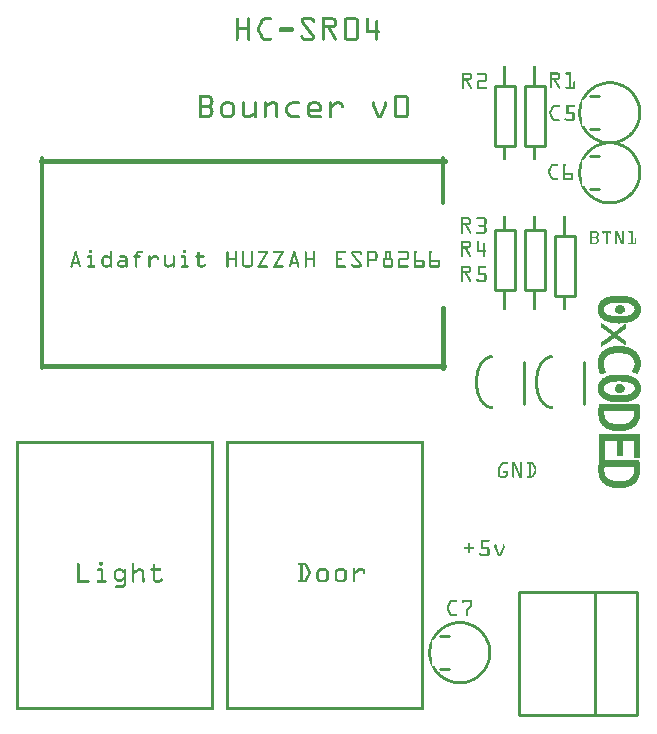
<source format=gto>
G04 MADE WITH FRITZING*
G04 WWW.FRITZING.ORG*
G04 DOUBLE SIDED*
G04 HOLES PLATED*
G04 CONTOUR ON CENTER OF CONTOUR VECTOR*
%ASAXBY*%
%FSLAX23Y23*%
%MOIN*%
%OFA0B0*%
%SFA1.0B1.0*%
%ADD10C,0.010417*%
%ADD11C,0.010000*%
%ADD12C,0.015462*%
%ADD13C,0.014891*%
%ADD14C,0.015434*%
%ADD15C,0.013880*%
%ADD16C,0.016025*%
%ADD17C,0.011000*%
%ADD18R,0.001000X0.001000*%
%LNSILK1*%
G90*
G70*
G54D10*
X1755Y517D02*
X1755Y106D01*
D02*
X1755Y106D02*
X2151Y106D01*
D02*
X2151Y106D02*
X2151Y517D01*
D02*
X2151Y517D02*
X1755Y517D01*
D02*
X2008Y106D02*
X2008Y517D01*
G54D11*
D02*
X1943Y1702D02*
X1943Y1502D01*
D02*
X1943Y1502D02*
X1877Y1502D01*
D02*
X1877Y1502D02*
X1877Y1702D01*
D02*
X1877Y1702D02*
X1943Y1702D01*
G54D12*
D02*
X1509Y1954D02*
X162Y1954D01*
G54D13*
D02*
X167Y1962D02*
X167Y1262D01*
G54D14*
D02*
X165Y1270D02*
X1507Y1270D01*
G54D15*
D02*
X1503Y1962D02*
X1503Y1812D01*
G54D16*
D02*
X1502Y1462D02*
X1502Y1262D01*
G54D11*
D02*
X1743Y2202D02*
X1743Y2002D01*
D02*
X1743Y2002D02*
X1677Y2002D01*
D02*
X1677Y2002D02*
X1677Y2202D01*
D02*
X1677Y2202D02*
X1743Y2202D01*
D02*
X1843Y2202D02*
X1843Y2002D01*
D02*
X1843Y2002D02*
X1777Y2002D01*
D02*
X1777Y2002D02*
X1777Y2202D01*
D02*
X1777Y2202D02*
X1843Y2202D01*
D02*
X1974Y1282D02*
X1974Y1142D01*
D02*
X1774Y1282D02*
X1774Y1142D01*
D02*
X1777Y1521D02*
X1777Y1721D01*
D02*
X1777Y1721D02*
X1843Y1721D01*
D02*
X1843Y1721D02*
X1843Y1521D01*
D02*
X1843Y1521D02*
X1777Y1521D01*
D02*
X1677Y1521D02*
X1677Y1721D01*
D02*
X1677Y1721D02*
X1743Y1721D01*
D02*
X1743Y1721D02*
X1743Y1521D01*
D02*
X1743Y1521D02*
X1677Y1521D01*
G54D17*
X1494Y368D02*
X1524Y368D01*
D02*
X1494Y258D02*
X1524Y258D01*
D02*
X1994Y1968D02*
X2024Y1968D01*
D02*
X1994Y1858D02*
X2024Y1858D01*
D02*
X1994Y2168D02*
X2024Y2168D01*
D02*
X1994Y2058D02*
X2024Y2058D01*
D02*
G54D18*
X816Y2431D02*
X816Y2431D01*
X855Y2431D02*
X856Y2431D01*
X908Y2431D02*
X928Y2431D01*
X1038Y2431D02*
X1065Y2431D01*
X1101Y2431D02*
X1136Y2431D01*
X1181Y2431D02*
X1213Y2431D01*
X1252Y2431D02*
X1253Y2431D01*
X813Y2430D02*
X819Y2430D01*
X853Y2430D02*
X858Y2430D01*
X904Y2430D02*
X931Y2430D01*
X1035Y2430D02*
X1069Y2430D01*
X1101Y2430D02*
X1140Y2430D01*
X1179Y2430D02*
X1216Y2430D01*
X1250Y2430D02*
X1255Y2430D01*
X813Y2429D02*
X820Y2429D01*
X852Y2429D02*
X859Y2429D01*
X902Y2429D02*
X932Y2429D01*
X1033Y2429D02*
X1071Y2429D01*
X1101Y2429D02*
X1142Y2429D01*
X1177Y2429D02*
X1218Y2429D01*
X1249Y2429D02*
X1256Y2429D01*
X812Y2428D02*
X820Y2428D01*
X852Y2428D02*
X860Y2428D01*
X901Y2428D02*
X932Y2428D01*
X1032Y2428D02*
X1072Y2428D01*
X1101Y2428D02*
X1143Y2428D01*
X1176Y2428D02*
X1219Y2428D01*
X1248Y2428D02*
X1256Y2428D01*
X812Y2427D02*
X821Y2427D01*
X851Y2427D02*
X860Y2427D01*
X899Y2427D02*
X932Y2427D01*
X1031Y2427D02*
X1073Y2427D01*
X1101Y2427D02*
X1145Y2427D01*
X1175Y2427D02*
X1220Y2427D01*
X1248Y2427D02*
X1257Y2427D01*
X812Y2426D02*
X821Y2426D01*
X851Y2426D02*
X860Y2426D01*
X898Y2426D02*
X933Y2426D01*
X1030Y2426D02*
X1074Y2426D01*
X1101Y2426D02*
X1146Y2426D01*
X1174Y2426D02*
X1220Y2426D01*
X1248Y2426D02*
X1257Y2426D01*
X812Y2425D02*
X821Y2425D01*
X851Y2425D02*
X860Y2425D01*
X898Y2425D02*
X932Y2425D01*
X1030Y2425D02*
X1075Y2425D01*
X1101Y2425D02*
X1146Y2425D01*
X1174Y2425D02*
X1221Y2425D01*
X1248Y2425D02*
X1257Y2425D01*
X812Y2424D02*
X821Y2424D01*
X851Y2424D02*
X860Y2424D01*
X897Y2424D02*
X932Y2424D01*
X1029Y2424D02*
X1076Y2424D01*
X1101Y2424D02*
X1147Y2424D01*
X1173Y2424D02*
X1221Y2424D01*
X1248Y2424D02*
X1257Y2424D01*
X812Y2423D02*
X821Y2423D01*
X851Y2423D02*
X860Y2423D01*
X896Y2423D02*
X931Y2423D01*
X1029Y2423D02*
X1076Y2423D01*
X1101Y2423D02*
X1148Y2423D01*
X1173Y2423D02*
X1222Y2423D01*
X1248Y2423D02*
X1257Y2423D01*
X812Y2422D02*
X821Y2422D01*
X851Y2422D02*
X860Y2422D01*
X896Y2422D02*
X930Y2422D01*
X1029Y2422D02*
X1076Y2422D01*
X1101Y2422D02*
X1148Y2422D01*
X1173Y2422D02*
X1222Y2422D01*
X1248Y2422D02*
X1257Y2422D01*
X1280Y2422D02*
X1284Y2422D01*
X812Y2421D02*
X821Y2421D01*
X851Y2421D02*
X860Y2421D01*
X895Y2421D02*
X908Y2421D01*
X1029Y2421D02*
X1039Y2421D01*
X1065Y2421D02*
X1077Y2421D01*
X1101Y2421D02*
X1110Y2421D01*
X1136Y2421D02*
X1149Y2421D01*
X1173Y2421D02*
X1183Y2421D01*
X1212Y2421D02*
X1222Y2421D01*
X1248Y2421D02*
X1257Y2421D01*
X1279Y2421D02*
X1285Y2421D01*
X812Y2420D02*
X821Y2420D01*
X851Y2420D02*
X860Y2420D01*
X895Y2420D02*
X906Y2420D01*
X1028Y2420D02*
X1038Y2420D01*
X1067Y2420D02*
X1077Y2420D01*
X1101Y2420D02*
X1110Y2420D01*
X1138Y2420D02*
X1149Y2420D01*
X1173Y2420D02*
X1182Y2420D01*
X1213Y2420D02*
X1222Y2420D01*
X1248Y2420D02*
X1257Y2420D01*
X1278Y2420D02*
X1286Y2420D01*
X812Y2419D02*
X821Y2419D01*
X851Y2419D02*
X860Y2419D01*
X894Y2419D02*
X905Y2419D01*
X1028Y2419D02*
X1038Y2419D01*
X1068Y2419D02*
X1077Y2419D01*
X1101Y2419D02*
X1110Y2419D01*
X1139Y2419D02*
X1149Y2419D01*
X1173Y2419D02*
X1182Y2419D01*
X1213Y2419D02*
X1222Y2419D01*
X1248Y2419D02*
X1257Y2419D01*
X1278Y2419D02*
X1286Y2419D01*
X812Y2418D02*
X821Y2418D01*
X851Y2418D02*
X860Y2418D01*
X894Y2418D02*
X904Y2418D01*
X1029Y2418D02*
X1039Y2418D01*
X1068Y2418D02*
X1077Y2418D01*
X1101Y2418D02*
X1110Y2418D01*
X1140Y2418D02*
X1149Y2418D01*
X1173Y2418D02*
X1182Y2418D01*
X1213Y2418D02*
X1222Y2418D01*
X1248Y2418D02*
X1257Y2418D01*
X1278Y2418D02*
X1287Y2418D01*
X812Y2417D02*
X821Y2417D01*
X851Y2417D02*
X860Y2417D01*
X893Y2417D02*
X904Y2417D01*
X1029Y2417D02*
X1039Y2417D01*
X1068Y2417D02*
X1077Y2417D01*
X1101Y2417D02*
X1110Y2417D01*
X1140Y2417D02*
X1149Y2417D01*
X1173Y2417D02*
X1182Y2417D01*
X1213Y2417D02*
X1222Y2417D01*
X1248Y2417D02*
X1257Y2417D01*
X1278Y2417D02*
X1287Y2417D01*
X812Y2416D02*
X821Y2416D01*
X851Y2416D02*
X860Y2416D01*
X893Y2416D02*
X903Y2416D01*
X1029Y2416D02*
X1040Y2416D01*
X1068Y2416D02*
X1077Y2416D01*
X1101Y2416D02*
X1110Y2416D01*
X1140Y2416D02*
X1150Y2416D01*
X1173Y2416D02*
X1182Y2416D01*
X1213Y2416D02*
X1222Y2416D01*
X1248Y2416D02*
X1257Y2416D01*
X1278Y2416D02*
X1287Y2416D01*
X812Y2415D02*
X821Y2415D01*
X851Y2415D02*
X860Y2415D01*
X892Y2415D02*
X903Y2415D01*
X1029Y2415D02*
X1041Y2415D01*
X1069Y2415D02*
X1076Y2415D01*
X1101Y2415D02*
X1110Y2415D01*
X1140Y2415D02*
X1150Y2415D01*
X1173Y2415D02*
X1182Y2415D01*
X1213Y2415D02*
X1222Y2415D01*
X1248Y2415D02*
X1257Y2415D01*
X1278Y2415D02*
X1287Y2415D01*
X812Y2414D02*
X821Y2414D01*
X851Y2414D02*
X860Y2414D01*
X892Y2414D02*
X902Y2414D01*
X1030Y2414D02*
X1042Y2414D01*
X1070Y2414D02*
X1076Y2414D01*
X1101Y2414D02*
X1110Y2414D01*
X1140Y2414D02*
X1150Y2414D01*
X1173Y2414D02*
X1182Y2414D01*
X1213Y2414D02*
X1222Y2414D01*
X1248Y2414D02*
X1257Y2414D01*
X1278Y2414D02*
X1287Y2414D01*
X812Y2413D02*
X821Y2413D01*
X851Y2413D02*
X860Y2413D01*
X891Y2413D02*
X902Y2413D01*
X1031Y2413D02*
X1042Y2413D01*
X1071Y2413D02*
X1074Y2413D01*
X1101Y2413D02*
X1110Y2413D01*
X1140Y2413D02*
X1150Y2413D01*
X1173Y2413D02*
X1182Y2413D01*
X1213Y2413D02*
X1222Y2413D01*
X1248Y2413D02*
X1257Y2413D01*
X1278Y2413D02*
X1287Y2413D01*
X812Y2412D02*
X821Y2412D01*
X851Y2412D02*
X860Y2412D01*
X891Y2412D02*
X901Y2412D01*
X1031Y2412D02*
X1043Y2412D01*
X1101Y2412D02*
X1110Y2412D01*
X1140Y2412D02*
X1150Y2412D01*
X1173Y2412D02*
X1182Y2412D01*
X1213Y2412D02*
X1222Y2412D01*
X1248Y2412D02*
X1257Y2412D01*
X1278Y2412D02*
X1287Y2412D01*
X812Y2411D02*
X821Y2411D01*
X851Y2411D02*
X860Y2411D01*
X890Y2411D02*
X901Y2411D01*
X1032Y2411D02*
X1044Y2411D01*
X1101Y2411D02*
X1110Y2411D01*
X1140Y2411D02*
X1150Y2411D01*
X1173Y2411D02*
X1182Y2411D01*
X1213Y2411D02*
X1222Y2411D01*
X1248Y2411D02*
X1257Y2411D01*
X1278Y2411D02*
X1287Y2411D01*
X812Y2410D02*
X821Y2410D01*
X851Y2410D02*
X860Y2410D01*
X890Y2410D02*
X900Y2410D01*
X1033Y2410D02*
X1045Y2410D01*
X1101Y2410D02*
X1110Y2410D01*
X1140Y2410D02*
X1149Y2410D01*
X1173Y2410D02*
X1182Y2410D01*
X1213Y2410D02*
X1222Y2410D01*
X1248Y2410D02*
X1257Y2410D01*
X1278Y2410D02*
X1287Y2410D01*
X812Y2409D02*
X821Y2409D01*
X851Y2409D02*
X860Y2409D01*
X889Y2409D02*
X900Y2409D01*
X1034Y2409D02*
X1046Y2409D01*
X1101Y2409D02*
X1110Y2409D01*
X1140Y2409D02*
X1149Y2409D01*
X1173Y2409D02*
X1182Y2409D01*
X1213Y2409D02*
X1222Y2409D01*
X1248Y2409D02*
X1257Y2409D01*
X1278Y2409D02*
X1287Y2409D01*
X812Y2408D02*
X821Y2408D01*
X851Y2408D02*
X860Y2408D01*
X889Y2408D02*
X899Y2408D01*
X1034Y2408D02*
X1046Y2408D01*
X1101Y2408D02*
X1110Y2408D01*
X1139Y2408D02*
X1149Y2408D01*
X1173Y2408D02*
X1182Y2408D01*
X1213Y2408D02*
X1222Y2408D01*
X1248Y2408D02*
X1257Y2408D01*
X1278Y2408D02*
X1287Y2408D01*
X812Y2407D02*
X821Y2407D01*
X851Y2407D02*
X860Y2407D01*
X889Y2407D02*
X899Y2407D01*
X1035Y2407D02*
X1047Y2407D01*
X1101Y2407D02*
X1110Y2407D01*
X1139Y2407D02*
X1149Y2407D01*
X1173Y2407D02*
X1182Y2407D01*
X1213Y2407D02*
X1222Y2407D01*
X1248Y2407D02*
X1257Y2407D01*
X1278Y2407D02*
X1287Y2407D01*
X812Y2406D02*
X821Y2406D01*
X851Y2406D02*
X860Y2406D01*
X888Y2406D02*
X898Y2406D01*
X1036Y2406D02*
X1048Y2406D01*
X1101Y2406D02*
X1110Y2406D01*
X1137Y2406D02*
X1149Y2406D01*
X1173Y2406D02*
X1182Y2406D01*
X1213Y2406D02*
X1222Y2406D01*
X1248Y2406D02*
X1257Y2406D01*
X1278Y2406D02*
X1287Y2406D01*
X812Y2405D02*
X821Y2405D01*
X851Y2405D02*
X860Y2405D01*
X888Y2405D02*
X898Y2405D01*
X1037Y2405D02*
X1049Y2405D01*
X1101Y2405D02*
X1148Y2405D01*
X1173Y2405D02*
X1182Y2405D01*
X1213Y2405D02*
X1222Y2405D01*
X1248Y2405D02*
X1257Y2405D01*
X1278Y2405D02*
X1287Y2405D01*
X812Y2404D02*
X821Y2404D01*
X851Y2404D02*
X860Y2404D01*
X887Y2404D02*
X897Y2404D01*
X1038Y2404D02*
X1049Y2404D01*
X1101Y2404D02*
X1148Y2404D01*
X1173Y2404D02*
X1182Y2404D01*
X1213Y2404D02*
X1222Y2404D01*
X1248Y2404D02*
X1257Y2404D01*
X1278Y2404D02*
X1287Y2404D01*
X812Y2403D02*
X821Y2403D01*
X851Y2403D02*
X860Y2403D01*
X887Y2403D02*
X897Y2403D01*
X1038Y2403D02*
X1050Y2403D01*
X1101Y2403D02*
X1147Y2403D01*
X1173Y2403D02*
X1182Y2403D01*
X1213Y2403D02*
X1222Y2403D01*
X1248Y2403D02*
X1257Y2403D01*
X1278Y2403D02*
X1287Y2403D01*
X812Y2402D02*
X821Y2402D01*
X851Y2402D02*
X860Y2402D01*
X886Y2402D02*
X896Y2402D01*
X1039Y2402D02*
X1051Y2402D01*
X1101Y2402D02*
X1147Y2402D01*
X1173Y2402D02*
X1182Y2402D01*
X1213Y2402D02*
X1222Y2402D01*
X1248Y2402D02*
X1257Y2402D01*
X1278Y2402D02*
X1287Y2402D01*
X812Y2401D02*
X821Y2401D01*
X851Y2401D02*
X860Y2401D01*
X886Y2401D02*
X896Y2401D01*
X1040Y2401D02*
X1052Y2401D01*
X1101Y2401D02*
X1146Y2401D01*
X1173Y2401D02*
X1182Y2401D01*
X1213Y2401D02*
X1222Y2401D01*
X1248Y2401D02*
X1257Y2401D01*
X1278Y2401D02*
X1287Y2401D01*
X812Y2400D02*
X821Y2400D01*
X851Y2400D02*
X860Y2400D01*
X885Y2400D02*
X895Y2400D01*
X1041Y2400D02*
X1053Y2400D01*
X1101Y2400D02*
X1145Y2400D01*
X1173Y2400D02*
X1182Y2400D01*
X1213Y2400D02*
X1222Y2400D01*
X1248Y2400D02*
X1257Y2400D01*
X1278Y2400D02*
X1287Y2400D01*
X812Y2399D02*
X821Y2399D01*
X851Y2399D02*
X860Y2399D01*
X885Y2399D02*
X895Y2399D01*
X1041Y2399D02*
X1053Y2399D01*
X1101Y2399D02*
X1144Y2399D01*
X1173Y2399D02*
X1182Y2399D01*
X1213Y2399D02*
X1222Y2399D01*
X1248Y2399D02*
X1257Y2399D01*
X1278Y2399D02*
X1287Y2399D01*
X812Y2398D02*
X821Y2398D01*
X851Y2398D02*
X860Y2398D01*
X885Y2398D02*
X894Y2398D01*
X1042Y2398D02*
X1054Y2398D01*
X1101Y2398D02*
X1142Y2398D01*
X1173Y2398D02*
X1182Y2398D01*
X1213Y2398D02*
X1222Y2398D01*
X1248Y2398D02*
X1257Y2398D01*
X1278Y2398D02*
X1287Y2398D01*
X812Y2397D02*
X860Y2397D01*
X884Y2397D02*
X894Y2397D01*
X960Y2397D02*
X1001Y2397D01*
X1043Y2397D02*
X1055Y2397D01*
X1101Y2397D02*
X1141Y2397D01*
X1173Y2397D02*
X1182Y2397D01*
X1213Y2397D02*
X1222Y2397D01*
X1248Y2397D02*
X1257Y2397D01*
X1278Y2397D02*
X1287Y2397D01*
X812Y2396D02*
X860Y2396D01*
X884Y2396D02*
X894Y2396D01*
X958Y2396D02*
X1003Y2396D01*
X1044Y2396D02*
X1056Y2396D01*
X1101Y2396D02*
X1138Y2396D01*
X1173Y2396D02*
X1182Y2396D01*
X1213Y2396D02*
X1222Y2396D01*
X1248Y2396D02*
X1257Y2396D01*
X1278Y2396D02*
X1287Y2396D01*
X812Y2395D02*
X860Y2395D01*
X884Y2395D02*
X893Y2395D01*
X957Y2395D02*
X1004Y2395D01*
X1045Y2395D02*
X1056Y2395D01*
X1101Y2395D02*
X1110Y2395D01*
X1118Y2395D02*
X1129Y2395D01*
X1173Y2395D02*
X1182Y2395D01*
X1213Y2395D02*
X1222Y2395D01*
X1248Y2395D02*
X1257Y2395D01*
X1278Y2395D02*
X1287Y2395D01*
X812Y2394D02*
X860Y2394D01*
X884Y2394D02*
X893Y2394D01*
X957Y2394D02*
X1005Y2394D01*
X1045Y2394D02*
X1057Y2394D01*
X1101Y2394D02*
X1110Y2394D01*
X1119Y2394D02*
X1129Y2394D01*
X1173Y2394D02*
X1182Y2394D01*
X1213Y2394D02*
X1222Y2394D01*
X1248Y2394D02*
X1257Y2394D01*
X1278Y2394D02*
X1287Y2394D01*
X812Y2393D02*
X860Y2393D01*
X884Y2393D02*
X893Y2393D01*
X956Y2393D02*
X1005Y2393D01*
X1046Y2393D02*
X1058Y2393D01*
X1101Y2393D02*
X1110Y2393D01*
X1119Y2393D02*
X1130Y2393D01*
X1173Y2393D02*
X1182Y2393D01*
X1213Y2393D02*
X1222Y2393D01*
X1248Y2393D02*
X1257Y2393D01*
X1278Y2393D02*
X1287Y2393D01*
X812Y2392D02*
X860Y2392D01*
X884Y2392D02*
X893Y2392D01*
X956Y2392D02*
X1005Y2392D01*
X1047Y2392D02*
X1059Y2392D01*
X1101Y2392D02*
X1110Y2392D01*
X1120Y2392D02*
X1131Y2392D01*
X1173Y2392D02*
X1182Y2392D01*
X1213Y2392D02*
X1222Y2392D01*
X1248Y2392D02*
X1257Y2392D01*
X1278Y2392D02*
X1287Y2392D01*
X812Y2391D02*
X860Y2391D01*
X884Y2391D02*
X893Y2391D01*
X956Y2391D02*
X1005Y2391D01*
X1048Y2391D02*
X1060Y2391D01*
X1101Y2391D02*
X1110Y2391D01*
X1120Y2391D02*
X1131Y2391D01*
X1173Y2391D02*
X1182Y2391D01*
X1213Y2391D02*
X1222Y2391D01*
X1248Y2391D02*
X1257Y2391D01*
X1278Y2391D02*
X1287Y2391D01*
X812Y2390D02*
X860Y2390D01*
X884Y2390D02*
X893Y2390D01*
X956Y2390D02*
X1005Y2390D01*
X1048Y2390D02*
X1060Y2390D01*
X1101Y2390D02*
X1110Y2390D01*
X1121Y2390D02*
X1132Y2390D01*
X1173Y2390D02*
X1182Y2390D01*
X1213Y2390D02*
X1222Y2390D01*
X1248Y2390D02*
X1257Y2390D01*
X1278Y2390D02*
X1287Y2390D01*
X812Y2389D02*
X860Y2389D01*
X884Y2389D02*
X893Y2389D01*
X956Y2389D02*
X1005Y2389D01*
X1049Y2389D02*
X1061Y2389D01*
X1101Y2389D02*
X1110Y2389D01*
X1122Y2389D02*
X1132Y2389D01*
X1173Y2389D02*
X1182Y2389D01*
X1213Y2389D02*
X1222Y2389D01*
X1248Y2389D02*
X1257Y2389D01*
X1277Y2389D02*
X1287Y2389D01*
X812Y2388D02*
X860Y2388D01*
X884Y2388D02*
X894Y2388D01*
X956Y2388D02*
X1005Y2388D01*
X1050Y2388D02*
X1062Y2388D01*
X1101Y2388D02*
X1110Y2388D01*
X1122Y2388D02*
X1133Y2388D01*
X1173Y2388D02*
X1182Y2388D01*
X1213Y2388D02*
X1222Y2388D01*
X1248Y2388D02*
X1289Y2388D01*
X812Y2387D02*
X821Y2387D01*
X851Y2387D02*
X860Y2387D01*
X884Y2387D02*
X894Y2387D01*
X956Y2387D02*
X1005Y2387D01*
X1051Y2387D02*
X1063Y2387D01*
X1101Y2387D02*
X1110Y2387D01*
X1123Y2387D02*
X1134Y2387D01*
X1173Y2387D02*
X1182Y2387D01*
X1213Y2387D02*
X1222Y2387D01*
X1248Y2387D02*
X1290Y2387D01*
X812Y2386D02*
X821Y2386D01*
X851Y2386D02*
X860Y2386D01*
X885Y2386D02*
X894Y2386D01*
X957Y2386D02*
X1005Y2386D01*
X1052Y2386D02*
X1063Y2386D01*
X1101Y2386D02*
X1110Y2386D01*
X1123Y2386D02*
X1134Y2386D01*
X1173Y2386D02*
X1182Y2386D01*
X1213Y2386D02*
X1222Y2386D01*
X1248Y2386D02*
X1291Y2386D01*
X812Y2385D02*
X821Y2385D01*
X851Y2385D02*
X860Y2385D01*
X885Y2385D02*
X895Y2385D01*
X957Y2385D02*
X1004Y2385D01*
X1052Y2385D02*
X1064Y2385D01*
X1101Y2385D02*
X1110Y2385D01*
X1124Y2385D02*
X1135Y2385D01*
X1173Y2385D02*
X1182Y2385D01*
X1213Y2385D02*
X1222Y2385D01*
X1248Y2385D02*
X1291Y2385D01*
X812Y2384D02*
X821Y2384D01*
X851Y2384D02*
X860Y2384D01*
X885Y2384D02*
X895Y2384D01*
X958Y2384D02*
X1003Y2384D01*
X1053Y2384D02*
X1065Y2384D01*
X1101Y2384D02*
X1110Y2384D01*
X1124Y2384D02*
X1135Y2384D01*
X1173Y2384D02*
X1182Y2384D01*
X1213Y2384D02*
X1222Y2384D01*
X1248Y2384D02*
X1292Y2384D01*
X812Y2383D02*
X821Y2383D01*
X851Y2383D02*
X860Y2383D01*
X886Y2383D02*
X896Y2383D01*
X960Y2383D02*
X1001Y2383D01*
X1054Y2383D02*
X1066Y2383D01*
X1101Y2383D02*
X1110Y2383D01*
X1125Y2383D02*
X1136Y2383D01*
X1173Y2383D02*
X1182Y2383D01*
X1213Y2383D02*
X1222Y2383D01*
X1248Y2383D02*
X1291Y2383D01*
X812Y2382D02*
X821Y2382D01*
X851Y2382D02*
X860Y2382D01*
X886Y2382D02*
X896Y2382D01*
X1055Y2382D02*
X1067Y2382D01*
X1101Y2382D02*
X1110Y2382D01*
X1126Y2382D02*
X1136Y2382D01*
X1173Y2382D02*
X1182Y2382D01*
X1213Y2382D02*
X1222Y2382D01*
X1248Y2382D02*
X1291Y2382D01*
X812Y2381D02*
X821Y2381D01*
X851Y2381D02*
X860Y2381D01*
X887Y2381D02*
X897Y2381D01*
X1055Y2381D02*
X1067Y2381D01*
X1101Y2381D02*
X1110Y2381D01*
X1126Y2381D02*
X1137Y2381D01*
X1173Y2381D02*
X1182Y2381D01*
X1213Y2381D02*
X1222Y2381D01*
X1248Y2381D02*
X1291Y2381D01*
X812Y2380D02*
X821Y2380D01*
X851Y2380D02*
X860Y2380D01*
X887Y2380D02*
X897Y2380D01*
X1056Y2380D02*
X1068Y2380D01*
X1101Y2380D02*
X1110Y2380D01*
X1127Y2380D02*
X1138Y2380D01*
X1173Y2380D02*
X1182Y2380D01*
X1213Y2380D02*
X1222Y2380D01*
X1248Y2380D02*
X1290Y2380D01*
X812Y2379D02*
X821Y2379D01*
X851Y2379D02*
X860Y2379D01*
X888Y2379D02*
X898Y2379D01*
X1057Y2379D02*
X1069Y2379D01*
X1101Y2379D02*
X1110Y2379D01*
X1127Y2379D02*
X1138Y2379D01*
X1173Y2379D02*
X1182Y2379D01*
X1213Y2379D02*
X1222Y2379D01*
X1248Y2379D02*
X1288Y2379D01*
X812Y2378D02*
X821Y2378D01*
X851Y2378D02*
X860Y2378D01*
X888Y2378D02*
X899Y2378D01*
X1058Y2378D02*
X1070Y2378D01*
X1101Y2378D02*
X1110Y2378D01*
X1128Y2378D02*
X1139Y2378D01*
X1173Y2378D02*
X1182Y2378D01*
X1213Y2378D02*
X1222Y2378D01*
X1278Y2378D02*
X1287Y2378D01*
X812Y2377D02*
X821Y2377D01*
X851Y2377D02*
X860Y2377D01*
X889Y2377D02*
X899Y2377D01*
X1058Y2377D02*
X1070Y2377D01*
X1101Y2377D02*
X1110Y2377D01*
X1129Y2377D02*
X1139Y2377D01*
X1173Y2377D02*
X1182Y2377D01*
X1213Y2377D02*
X1222Y2377D01*
X1278Y2377D02*
X1287Y2377D01*
X812Y2376D02*
X821Y2376D01*
X851Y2376D02*
X860Y2376D01*
X889Y2376D02*
X900Y2376D01*
X1059Y2376D02*
X1071Y2376D01*
X1101Y2376D02*
X1110Y2376D01*
X1129Y2376D02*
X1140Y2376D01*
X1173Y2376D02*
X1182Y2376D01*
X1213Y2376D02*
X1222Y2376D01*
X1278Y2376D02*
X1287Y2376D01*
X812Y2375D02*
X821Y2375D01*
X851Y2375D02*
X860Y2375D01*
X890Y2375D02*
X900Y2375D01*
X1060Y2375D02*
X1072Y2375D01*
X1101Y2375D02*
X1110Y2375D01*
X1130Y2375D02*
X1141Y2375D01*
X1173Y2375D02*
X1182Y2375D01*
X1213Y2375D02*
X1222Y2375D01*
X1278Y2375D02*
X1287Y2375D01*
X812Y2374D02*
X821Y2374D01*
X851Y2374D02*
X860Y2374D01*
X890Y2374D02*
X901Y2374D01*
X1061Y2374D02*
X1073Y2374D01*
X1101Y2374D02*
X1110Y2374D01*
X1130Y2374D02*
X1141Y2374D01*
X1173Y2374D02*
X1182Y2374D01*
X1213Y2374D02*
X1222Y2374D01*
X1278Y2374D02*
X1287Y2374D01*
X812Y2373D02*
X821Y2373D01*
X851Y2373D02*
X860Y2373D01*
X891Y2373D02*
X901Y2373D01*
X1062Y2373D02*
X1074Y2373D01*
X1101Y2373D02*
X1110Y2373D01*
X1131Y2373D02*
X1142Y2373D01*
X1173Y2373D02*
X1182Y2373D01*
X1213Y2373D02*
X1222Y2373D01*
X1278Y2373D02*
X1287Y2373D01*
X812Y2372D02*
X821Y2372D01*
X851Y2372D02*
X860Y2372D01*
X891Y2372D02*
X902Y2372D01*
X1062Y2372D02*
X1074Y2372D01*
X1101Y2372D02*
X1110Y2372D01*
X1131Y2372D02*
X1142Y2372D01*
X1173Y2372D02*
X1182Y2372D01*
X1213Y2372D02*
X1222Y2372D01*
X1278Y2372D02*
X1287Y2372D01*
X812Y2371D02*
X821Y2371D01*
X851Y2371D02*
X860Y2371D01*
X892Y2371D02*
X902Y2371D01*
X1031Y2371D02*
X1035Y2371D01*
X1063Y2371D02*
X1075Y2371D01*
X1101Y2371D02*
X1110Y2371D01*
X1132Y2371D02*
X1143Y2371D01*
X1173Y2371D02*
X1182Y2371D01*
X1213Y2371D02*
X1222Y2371D01*
X1278Y2371D02*
X1287Y2371D01*
X812Y2370D02*
X821Y2370D01*
X851Y2370D02*
X860Y2370D01*
X892Y2370D02*
X903Y2370D01*
X1030Y2370D02*
X1036Y2370D01*
X1064Y2370D02*
X1076Y2370D01*
X1101Y2370D02*
X1110Y2370D01*
X1133Y2370D02*
X1143Y2370D01*
X1173Y2370D02*
X1182Y2370D01*
X1213Y2370D02*
X1222Y2370D01*
X1278Y2370D02*
X1287Y2370D01*
X812Y2369D02*
X821Y2369D01*
X851Y2369D02*
X860Y2369D01*
X893Y2369D02*
X903Y2369D01*
X1029Y2369D02*
X1037Y2369D01*
X1065Y2369D02*
X1076Y2369D01*
X1101Y2369D02*
X1110Y2369D01*
X1133Y2369D02*
X1144Y2369D01*
X1173Y2369D02*
X1182Y2369D01*
X1213Y2369D02*
X1222Y2369D01*
X1278Y2369D02*
X1287Y2369D01*
X812Y2368D02*
X821Y2368D01*
X851Y2368D02*
X860Y2368D01*
X893Y2368D02*
X904Y2368D01*
X1029Y2368D02*
X1037Y2368D01*
X1065Y2368D02*
X1077Y2368D01*
X1101Y2368D02*
X1110Y2368D01*
X1134Y2368D02*
X1145Y2368D01*
X1173Y2368D02*
X1182Y2368D01*
X1213Y2368D02*
X1222Y2368D01*
X1278Y2368D02*
X1287Y2368D01*
X812Y2367D02*
X821Y2367D01*
X851Y2367D02*
X860Y2367D01*
X894Y2367D02*
X904Y2367D01*
X1028Y2367D02*
X1037Y2367D01*
X1066Y2367D02*
X1077Y2367D01*
X1101Y2367D02*
X1110Y2367D01*
X1134Y2367D02*
X1145Y2367D01*
X1173Y2367D02*
X1182Y2367D01*
X1213Y2367D02*
X1222Y2367D01*
X1278Y2367D02*
X1287Y2367D01*
X812Y2366D02*
X821Y2366D01*
X851Y2366D02*
X860Y2366D01*
X894Y2366D02*
X905Y2366D01*
X1028Y2366D02*
X1038Y2366D01*
X1067Y2366D02*
X1077Y2366D01*
X1101Y2366D02*
X1110Y2366D01*
X1135Y2366D02*
X1146Y2366D01*
X1173Y2366D02*
X1182Y2366D01*
X1213Y2366D02*
X1222Y2366D01*
X1278Y2366D02*
X1287Y2366D01*
X812Y2365D02*
X821Y2365D01*
X851Y2365D02*
X860Y2365D01*
X895Y2365D02*
X905Y2365D01*
X1029Y2365D02*
X1038Y2365D01*
X1068Y2365D02*
X1077Y2365D01*
X1101Y2365D02*
X1110Y2365D01*
X1136Y2365D02*
X1146Y2365D01*
X1173Y2365D02*
X1182Y2365D01*
X1213Y2365D02*
X1222Y2365D01*
X1278Y2365D02*
X1287Y2365D01*
X812Y2364D02*
X821Y2364D01*
X851Y2364D02*
X860Y2364D01*
X895Y2364D02*
X906Y2364D01*
X1029Y2364D02*
X1039Y2364D01*
X1068Y2364D02*
X1077Y2364D01*
X1101Y2364D02*
X1110Y2364D01*
X1136Y2364D02*
X1147Y2364D01*
X1173Y2364D02*
X1182Y2364D01*
X1213Y2364D02*
X1222Y2364D01*
X1278Y2364D02*
X1287Y2364D01*
X812Y2363D02*
X821Y2363D01*
X851Y2363D02*
X860Y2363D01*
X896Y2363D02*
X929Y2363D01*
X1029Y2363D02*
X1077Y2363D01*
X1101Y2363D02*
X1110Y2363D01*
X1137Y2363D02*
X1148Y2363D01*
X1173Y2363D02*
X1222Y2363D01*
X1278Y2363D02*
X1287Y2363D01*
X812Y2362D02*
X821Y2362D01*
X851Y2362D02*
X860Y2362D01*
X896Y2362D02*
X931Y2362D01*
X1029Y2362D02*
X1077Y2362D01*
X1101Y2362D02*
X1110Y2362D01*
X1137Y2362D02*
X1148Y2362D01*
X1173Y2362D02*
X1222Y2362D01*
X1278Y2362D02*
X1287Y2362D01*
X812Y2361D02*
X821Y2361D01*
X851Y2361D02*
X860Y2361D01*
X897Y2361D02*
X932Y2361D01*
X1030Y2361D02*
X1077Y2361D01*
X1101Y2361D02*
X1110Y2361D01*
X1138Y2361D02*
X1149Y2361D01*
X1173Y2361D02*
X1222Y2361D01*
X1278Y2361D02*
X1287Y2361D01*
X812Y2360D02*
X821Y2360D01*
X851Y2360D02*
X860Y2360D01*
X897Y2360D02*
X932Y2360D01*
X1030Y2360D02*
X1076Y2360D01*
X1101Y2360D02*
X1110Y2360D01*
X1139Y2360D02*
X1149Y2360D01*
X1174Y2360D02*
X1221Y2360D01*
X1278Y2360D02*
X1287Y2360D01*
X812Y2359D02*
X821Y2359D01*
X851Y2359D02*
X860Y2359D01*
X898Y2359D02*
X933Y2359D01*
X1031Y2359D02*
X1076Y2359D01*
X1101Y2359D02*
X1110Y2359D01*
X1139Y2359D02*
X1149Y2359D01*
X1174Y2359D02*
X1221Y2359D01*
X1278Y2359D02*
X1287Y2359D01*
X812Y2358D02*
X821Y2358D01*
X851Y2358D02*
X860Y2358D01*
X899Y2358D02*
X933Y2358D01*
X1032Y2358D02*
X1075Y2358D01*
X1101Y2358D02*
X1110Y2358D01*
X1140Y2358D02*
X1149Y2358D01*
X1175Y2358D02*
X1220Y2358D01*
X1278Y2358D02*
X1287Y2358D01*
X812Y2357D02*
X820Y2357D01*
X851Y2357D02*
X860Y2357D01*
X900Y2357D02*
X932Y2357D01*
X1033Y2357D02*
X1074Y2357D01*
X1101Y2357D02*
X1110Y2357D01*
X1140Y2357D02*
X1149Y2357D01*
X1175Y2357D02*
X1219Y2357D01*
X1278Y2357D02*
X1286Y2357D01*
X812Y2356D02*
X820Y2356D01*
X852Y2356D02*
X860Y2356D01*
X901Y2356D02*
X932Y2356D01*
X1034Y2356D02*
X1073Y2356D01*
X1101Y2356D02*
X1109Y2356D01*
X1141Y2356D02*
X1149Y2356D01*
X1176Y2356D02*
X1219Y2356D01*
X1278Y2356D02*
X1286Y2356D01*
X813Y2355D02*
X819Y2355D01*
X853Y2355D02*
X859Y2355D01*
X903Y2355D02*
X931Y2355D01*
X1035Y2355D02*
X1072Y2355D01*
X1102Y2355D02*
X1109Y2355D01*
X1142Y2355D02*
X1148Y2355D01*
X1177Y2355D02*
X1217Y2355D01*
X1279Y2355D02*
X1285Y2355D01*
X814Y2354D02*
X818Y2354D01*
X854Y2354D02*
X858Y2354D01*
X905Y2354D02*
X930Y2354D01*
X1037Y2354D02*
X1070Y2354D01*
X1103Y2354D02*
X1107Y2354D01*
X1143Y2354D02*
X1147Y2354D01*
X1179Y2354D02*
X1216Y2354D01*
X1280Y2354D02*
X1284Y2354D01*
X1705Y2270D02*
X1714Y2270D01*
X1805Y2270D02*
X1814Y2270D01*
X1705Y2269D02*
X1714Y2269D01*
X1805Y2269D02*
X1814Y2269D01*
X1705Y2268D02*
X1714Y2268D01*
X1805Y2268D02*
X1814Y2268D01*
X1705Y2267D02*
X1714Y2267D01*
X1805Y2267D02*
X1814Y2267D01*
X1705Y2266D02*
X1714Y2266D01*
X1805Y2266D02*
X1814Y2266D01*
X1705Y2265D02*
X1714Y2265D01*
X1805Y2265D02*
X1814Y2265D01*
X1705Y2264D02*
X1714Y2264D01*
X1805Y2264D02*
X1814Y2264D01*
X1705Y2263D02*
X1714Y2263D01*
X1805Y2263D02*
X1814Y2263D01*
X1705Y2262D02*
X1714Y2262D01*
X1805Y2262D02*
X1814Y2262D01*
X1705Y2261D02*
X1714Y2261D01*
X1805Y2261D02*
X1814Y2261D01*
X1705Y2260D02*
X1714Y2260D01*
X1805Y2260D02*
X1814Y2260D01*
X1705Y2259D02*
X1714Y2259D01*
X1805Y2259D02*
X1814Y2259D01*
X1705Y2258D02*
X1714Y2258D01*
X1805Y2258D02*
X1814Y2258D01*
X1705Y2257D02*
X1714Y2257D01*
X1805Y2257D02*
X1814Y2257D01*
X1705Y2256D02*
X1714Y2256D01*
X1805Y2256D02*
X1814Y2256D01*
X1705Y2255D02*
X1714Y2255D01*
X1805Y2255D02*
X1814Y2255D01*
X1705Y2254D02*
X1714Y2254D01*
X1805Y2254D02*
X1814Y2254D01*
X1705Y2253D02*
X1714Y2253D01*
X1805Y2253D02*
X1814Y2253D01*
X1705Y2252D02*
X1714Y2252D01*
X1805Y2252D02*
X1814Y2252D01*
X1705Y2251D02*
X1714Y2251D01*
X1805Y2251D02*
X1814Y2251D01*
X1705Y2250D02*
X1714Y2250D01*
X1805Y2250D02*
X1814Y2250D01*
X1705Y2249D02*
X1714Y2249D01*
X1805Y2249D02*
X1814Y2249D01*
X1705Y2248D02*
X1714Y2248D01*
X1805Y2248D02*
X1814Y2248D01*
X1705Y2247D02*
X1714Y2247D01*
X1805Y2247D02*
X1814Y2247D01*
X1860Y2247D02*
X1887Y2247D01*
X1912Y2247D02*
X1930Y2247D01*
X1705Y2246D02*
X1714Y2246D01*
X1805Y2246D02*
X1814Y2246D01*
X1860Y2246D02*
X1889Y2246D01*
X1911Y2246D02*
X1930Y2246D01*
X1566Y2245D02*
X1593Y2245D01*
X1618Y2245D02*
X1646Y2245D01*
X1705Y2245D02*
X1714Y2245D01*
X1805Y2245D02*
X1814Y2245D01*
X1860Y2245D02*
X1890Y2245D01*
X1911Y2245D02*
X1930Y2245D01*
X1566Y2244D02*
X1595Y2244D01*
X1617Y2244D02*
X1647Y2244D01*
X1705Y2244D02*
X1714Y2244D01*
X1805Y2244D02*
X1814Y2244D01*
X1860Y2244D02*
X1891Y2244D01*
X1910Y2244D02*
X1930Y2244D01*
X1566Y2243D02*
X1596Y2243D01*
X1616Y2243D02*
X1648Y2243D01*
X1705Y2243D02*
X1714Y2243D01*
X1805Y2243D02*
X1814Y2243D01*
X1860Y2243D02*
X1892Y2243D01*
X1911Y2243D02*
X1930Y2243D01*
X1566Y2242D02*
X1597Y2242D01*
X1616Y2242D02*
X1649Y2242D01*
X1705Y2242D02*
X1714Y2242D01*
X1805Y2242D02*
X1814Y2242D01*
X1860Y2242D02*
X1893Y2242D01*
X1911Y2242D02*
X1930Y2242D01*
X1566Y2241D02*
X1598Y2241D01*
X1616Y2241D02*
X1649Y2241D01*
X1705Y2241D02*
X1714Y2241D01*
X1805Y2241D02*
X1814Y2241D01*
X1860Y2241D02*
X1893Y2241D01*
X1912Y2241D02*
X1930Y2241D01*
X1566Y2240D02*
X1598Y2240D01*
X1617Y2240D02*
X1650Y2240D01*
X1705Y2240D02*
X1714Y2240D01*
X1805Y2240D02*
X1814Y2240D01*
X1860Y2240D02*
X1866Y2240D01*
X1886Y2240D02*
X1893Y2240D01*
X1924Y2240D02*
X1930Y2240D01*
X1566Y2239D02*
X1599Y2239D01*
X1618Y2239D02*
X1650Y2239D01*
X1705Y2239D02*
X1714Y2239D01*
X1805Y2239D02*
X1814Y2239D01*
X1860Y2239D02*
X1866Y2239D01*
X1887Y2239D02*
X1894Y2239D01*
X1924Y2239D02*
X1930Y2239D01*
X1566Y2238D02*
X1572Y2238D01*
X1592Y2238D02*
X1599Y2238D01*
X1644Y2238D02*
X1650Y2238D01*
X1705Y2238D02*
X1714Y2238D01*
X1805Y2238D02*
X1814Y2238D01*
X1860Y2238D02*
X1866Y2238D01*
X1888Y2238D02*
X1894Y2238D01*
X1924Y2238D02*
X1930Y2238D01*
X1566Y2237D02*
X1572Y2237D01*
X1593Y2237D02*
X1599Y2237D01*
X1644Y2237D02*
X1650Y2237D01*
X1705Y2237D02*
X1714Y2237D01*
X1805Y2237D02*
X1814Y2237D01*
X1860Y2237D02*
X1866Y2237D01*
X1888Y2237D02*
X1894Y2237D01*
X1924Y2237D02*
X1930Y2237D01*
X1566Y2236D02*
X1572Y2236D01*
X1593Y2236D02*
X1599Y2236D01*
X1644Y2236D02*
X1650Y2236D01*
X1705Y2236D02*
X1714Y2236D01*
X1805Y2236D02*
X1814Y2236D01*
X1860Y2236D02*
X1866Y2236D01*
X1888Y2236D02*
X1894Y2236D01*
X1924Y2236D02*
X1930Y2236D01*
X1566Y2235D02*
X1572Y2235D01*
X1593Y2235D02*
X1599Y2235D01*
X1644Y2235D02*
X1650Y2235D01*
X1705Y2235D02*
X1714Y2235D01*
X1805Y2235D02*
X1814Y2235D01*
X1860Y2235D02*
X1866Y2235D01*
X1888Y2235D02*
X1894Y2235D01*
X1924Y2235D02*
X1930Y2235D01*
X1566Y2234D02*
X1572Y2234D01*
X1593Y2234D02*
X1599Y2234D01*
X1644Y2234D02*
X1650Y2234D01*
X1705Y2234D02*
X1714Y2234D01*
X1805Y2234D02*
X1814Y2234D01*
X1860Y2234D02*
X1866Y2234D01*
X1888Y2234D02*
X1894Y2234D01*
X1924Y2234D02*
X1930Y2234D01*
X1566Y2233D02*
X1572Y2233D01*
X1593Y2233D02*
X1599Y2233D01*
X1644Y2233D02*
X1650Y2233D01*
X1705Y2233D02*
X1714Y2233D01*
X1805Y2233D02*
X1814Y2233D01*
X1860Y2233D02*
X1866Y2233D01*
X1888Y2233D02*
X1894Y2233D01*
X1924Y2233D02*
X1930Y2233D01*
X1566Y2232D02*
X1572Y2232D01*
X1593Y2232D02*
X1599Y2232D01*
X1644Y2232D02*
X1650Y2232D01*
X1705Y2232D02*
X1714Y2232D01*
X1805Y2232D02*
X1814Y2232D01*
X1860Y2232D02*
X1866Y2232D01*
X1887Y2232D02*
X1894Y2232D01*
X1924Y2232D02*
X1930Y2232D01*
X1566Y2231D02*
X1572Y2231D01*
X1593Y2231D02*
X1599Y2231D01*
X1644Y2231D02*
X1650Y2231D01*
X1705Y2231D02*
X1714Y2231D01*
X1805Y2231D02*
X1814Y2231D01*
X1860Y2231D02*
X1866Y2231D01*
X1887Y2231D02*
X1893Y2231D01*
X1924Y2231D02*
X1930Y2231D01*
X1566Y2230D02*
X1572Y2230D01*
X1593Y2230D02*
X1599Y2230D01*
X1644Y2230D02*
X1650Y2230D01*
X1705Y2230D02*
X1714Y2230D01*
X1805Y2230D02*
X1814Y2230D01*
X1860Y2230D02*
X1867Y2230D01*
X1885Y2230D02*
X1893Y2230D01*
X1924Y2230D02*
X1930Y2230D01*
X1566Y2229D02*
X1572Y2229D01*
X1592Y2229D02*
X1599Y2229D01*
X1644Y2229D02*
X1650Y2229D01*
X1705Y2229D02*
X1714Y2229D01*
X1805Y2229D02*
X1814Y2229D01*
X1860Y2229D02*
X1893Y2229D01*
X1924Y2229D02*
X1930Y2229D01*
X1566Y2228D02*
X1572Y2228D01*
X1590Y2228D02*
X1599Y2228D01*
X1644Y2228D02*
X1650Y2228D01*
X1705Y2228D02*
X1714Y2228D01*
X1805Y2228D02*
X1814Y2228D01*
X1860Y2228D02*
X1892Y2228D01*
X1924Y2228D02*
X1930Y2228D01*
X1566Y2227D02*
X1598Y2227D01*
X1644Y2227D02*
X1650Y2227D01*
X1705Y2227D02*
X1714Y2227D01*
X1805Y2227D02*
X1814Y2227D01*
X1860Y2227D02*
X1891Y2227D01*
X1924Y2227D02*
X1930Y2227D01*
X1566Y2226D02*
X1598Y2226D01*
X1644Y2226D02*
X1650Y2226D01*
X1705Y2226D02*
X1714Y2226D01*
X1805Y2226D02*
X1814Y2226D01*
X1860Y2226D02*
X1891Y2226D01*
X1924Y2226D02*
X1930Y2226D01*
X1566Y2225D02*
X1597Y2225D01*
X1644Y2225D02*
X1650Y2225D01*
X1705Y2225D02*
X1714Y2225D01*
X1805Y2225D02*
X1814Y2225D01*
X1860Y2225D02*
X1889Y2225D01*
X1924Y2225D02*
X1930Y2225D01*
X1566Y2224D02*
X1596Y2224D01*
X1644Y2224D02*
X1650Y2224D01*
X1705Y2224D02*
X1714Y2224D01*
X1805Y2224D02*
X1814Y2224D01*
X1860Y2224D02*
X1888Y2224D01*
X1924Y2224D02*
X1930Y2224D01*
X1566Y2223D02*
X1595Y2223D01*
X1644Y2223D02*
X1650Y2223D01*
X1705Y2223D02*
X1714Y2223D01*
X1805Y2223D02*
X1814Y2223D01*
X1860Y2223D02*
X1884Y2223D01*
X1924Y2223D02*
X1930Y2223D01*
X1566Y2222D02*
X1593Y2222D01*
X1623Y2222D02*
X1650Y2222D01*
X1705Y2222D02*
X1714Y2222D01*
X1805Y2222D02*
X1814Y2222D01*
X1860Y2222D02*
X1866Y2222D01*
X1873Y2222D02*
X1880Y2222D01*
X1924Y2222D02*
X1930Y2222D01*
X1566Y2221D02*
X1590Y2221D01*
X1619Y2221D02*
X1650Y2221D01*
X1705Y2221D02*
X1714Y2221D01*
X1805Y2221D02*
X1814Y2221D01*
X1860Y2221D02*
X1866Y2221D01*
X1873Y2221D02*
X1880Y2221D01*
X1924Y2221D02*
X1930Y2221D01*
X1566Y2220D02*
X1572Y2220D01*
X1578Y2220D02*
X1585Y2220D01*
X1618Y2220D02*
X1649Y2220D01*
X1705Y2220D02*
X1714Y2220D01*
X1805Y2220D02*
X1814Y2220D01*
X1860Y2220D02*
X1866Y2220D01*
X1874Y2220D02*
X1881Y2220D01*
X1924Y2220D02*
X1930Y2220D01*
X1566Y2219D02*
X1572Y2219D01*
X1579Y2219D02*
X1586Y2219D01*
X1617Y2219D02*
X1649Y2219D01*
X1705Y2219D02*
X1714Y2219D01*
X1805Y2219D02*
X1814Y2219D01*
X1860Y2219D02*
X1866Y2219D01*
X1874Y2219D02*
X1881Y2219D01*
X1924Y2219D02*
X1930Y2219D01*
X1566Y2218D02*
X1572Y2218D01*
X1579Y2218D02*
X1587Y2218D01*
X1617Y2218D02*
X1648Y2218D01*
X1705Y2218D02*
X1714Y2218D01*
X1805Y2218D02*
X1814Y2218D01*
X1860Y2218D02*
X1866Y2218D01*
X1875Y2218D02*
X1882Y2218D01*
X1924Y2218D02*
X1930Y2218D01*
X1941Y2218D02*
X1941Y2218D01*
X1566Y2217D02*
X1572Y2217D01*
X1580Y2217D02*
X1587Y2217D01*
X1616Y2217D02*
X1647Y2217D01*
X1705Y2217D02*
X1714Y2217D01*
X1805Y2217D02*
X1814Y2217D01*
X1860Y2217D02*
X1866Y2217D01*
X1875Y2217D02*
X1883Y2217D01*
X1924Y2217D02*
X1930Y2217D01*
X1939Y2217D02*
X1943Y2217D01*
X2047Y2217D02*
X2071Y2217D01*
X1566Y2216D02*
X1572Y2216D01*
X1581Y2216D02*
X1588Y2216D01*
X1616Y2216D02*
X1646Y2216D01*
X1705Y2216D02*
X1714Y2216D01*
X1805Y2216D02*
X1814Y2216D01*
X1860Y2216D02*
X1866Y2216D01*
X1876Y2216D02*
X1883Y2216D01*
X1924Y2216D02*
X1930Y2216D01*
X1938Y2216D02*
X1944Y2216D01*
X2040Y2216D02*
X2078Y2216D01*
X1566Y2215D02*
X1572Y2215D01*
X1581Y2215D02*
X1588Y2215D01*
X1616Y2215D02*
X1622Y2215D01*
X1705Y2215D02*
X1714Y2215D01*
X1805Y2215D02*
X1814Y2215D01*
X1860Y2215D02*
X1866Y2215D01*
X1877Y2215D02*
X1884Y2215D01*
X1924Y2215D02*
X1930Y2215D01*
X1938Y2215D02*
X1944Y2215D01*
X2036Y2215D02*
X2082Y2215D01*
X1566Y2214D02*
X1572Y2214D01*
X1582Y2214D02*
X1589Y2214D01*
X1616Y2214D02*
X1622Y2214D01*
X1705Y2214D02*
X1714Y2214D01*
X1805Y2214D02*
X1814Y2214D01*
X1860Y2214D02*
X1866Y2214D01*
X1877Y2214D02*
X1884Y2214D01*
X1924Y2214D02*
X1930Y2214D01*
X1938Y2214D02*
X1944Y2214D01*
X2032Y2214D02*
X2086Y2214D01*
X1566Y2213D02*
X1572Y2213D01*
X1582Y2213D02*
X1590Y2213D01*
X1616Y2213D02*
X1622Y2213D01*
X1705Y2213D02*
X1714Y2213D01*
X1805Y2213D02*
X1814Y2213D01*
X1860Y2213D02*
X1866Y2213D01*
X1878Y2213D02*
X1885Y2213D01*
X1924Y2213D02*
X1930Y2213D01*
X1938Y2213D02*
X1944Y2213D01*
X2028Y2213D02*
X2090Y2213D01*
X1566Y2212D02*
X1572Y2212D01*
X1583Y2212D02*
X1590Y2212D01*
X1616Y2212D02*
X1622Y2212D01*
X1705Y2212D02*
X1714Y2212D01*
X1805Y2212D02*
X1814Y2212D01*
X1860Y2212D02*
X1866Y2212D01*
X1878Y2212D02*
X1886Y2212D01*
X1924Y2212D02*
X1930Y2212D01*
X1938Y2212D02*
X1944Y2212D01*
X2025Y2212D02*
X2093Y2212D01*
X1566Y2211D02*
X1572Y2211D01*
X1583Y2211D02*
X1591Y2211D01*
X1616Y2211D02*
X1622Y2211D01*
X1705Y2211D02*
X1714Y2211D01*
X1805Y2211D02*
X1814Y2211D01*
X1860Y2211D02*
X1866Y2211D01*
X1879Y2211D02*
X1886Y2211D01*
X1924Y2211D02*
X1930Y2211D01*
X1938Y2211D02*
X1944Y2211D01*
X2023Y2211D02*
X2096Y2211D01*
X1566Y2210D02*
X1572Y2210D01*
X1584Y2210D02*
X1591Y2210D01*
X1616Y2210D02*
X1622Y2210D01*
X1705Y2210D02*
X1714Y2210D01*
X1805Y2210D02*
X1814Y2210D01*
X1860Y2210D02*
X1866Y2210D01*
X1880Y2210D02*
X1887Y2210D01*
X1924Y2210D02*
X1930Y2210D01*
X1938Y2210D02*
X1944Y2210D01*
X2020Y2210D02*
X2098Y2210D01*
X1566Y2209D02*
X1572Y2209D01*
X1585Y2209D02*
X1592Y2209D01*
X1616Y2209D02*
X1622Y2209D01*
X1705Y2209D02*
X1714Y2209D01*
X1805Y2209D02*
X1814Y2209D01*
X1860Y2209D02*
X1866Y2209D01*
X1880Y2209D02*
X1887Y2209D01*
X1924Y2209D02*
X1930Y2209D01*
X1938Y2209D02*
X1944Y2209D01*
X2018Y2209D02*
X2100Y2209D01*
X1566Y2208D02*
X1572Y2208D01*
X1585Y2208D02*
X1592Y2208D01*
X1616Y2208D02*
X1622Y2208D01*
X1705Y2208D02*
X1714Y2208D01*
X1805Y2208D02*
X1814Y2208D01*
X1860Y2208D02*
X1866Y2208D01*
X1881Y2208D02*
X1888Y2208D01*
X1924Y2208D02*
X1930Y2208D01*
X1938Y2208D02*
X1944Y2208D01*
X2016Y2208D02*
X2102Y2208D01*
X1566Y2207D02*
X1572Y2207D01*
X1586Y2207D02*
X1593Y2207D01*
X1616Y2207D02*
X1622Y2207D01*
X1705Y2207D02*
X1714Y2207D01*
X1805Y2207D02*
X1814Y2207D01*
X1860Y2207D02*
X1866Y2207D01*
X1881Y2207D02*
X1888Y2207D01*
X1924Y2207D02*
X1930Y2207D01*
X1938Y2207D02*
X1944Y2207D01*
X2014Y2207D02*
X2046Y2207D01*
X2072Y2207D02*
X2105Y2207D01*
X1566Y2206D02*
X1572Y2206D01*
X1586Y2206D02*
X1594Y2206D01*
X1616Y2206D02*
X1622Y2206D01*
X1705Y2206D02*
X1714Y2206D01*
X1805Y2206D02*
X1814Y2206D01*
X1860Y2206D02*
X1866Y2206D01*
X1882Y2206D02*
X1889Y2206D01*
X1924Y2206D02*
X1930Y2206D01*
X1938Y2206D02*
X1944Y2206D01*
X2011Y2206D02*
X2040Y2206D01*
X2078Y2206D02*
X2107Y2206D01*
X1566Y2205D02*
X1572Y2205D01*
X1587Y2205D02*
X1594Y2205D01*
X1616Y2205D02*
X1622Y2205D01*
X1705Y2205D02*
X1714Y2205D01*
X1805Y2205D02*
X1814Y2205D01*
X1860Y2205D02*
X1866Y2205D01*
X1882Y2205D02*
X1890Y2205D01*
X1924Y2205D02*
X1930Y2205D01*
X1938Y2205D02*
X1944Y2205D01*
X2009Y2205D02*
X2035Y2205D01*
X2083Y2205D02*
X2109Y2205D01*
X1566Y2204D02*
X1572Y2204D01*
X1588Y2204D02*
X1595Y2204D01*
X1616Y2204D02*
X1622Y2204D01*
X1705Y2204D02*
X1714Y2204D01*
X1805Y2204D02*
X1814Y2204D01*
X1860Y2204D02*
X1866Y2204D01*
X1883Y2204D02*
X1890Y2204D01*
X1924Y2204D02*
X1930Y2204D01*
X1938Y2204D02*
X1944Y2204D01*
X2008Y2204D02*
X2032Y2204D01*
X2086Y2204D02*
X2110Y2204D01*
X1566Y2203D02*
X1572Y2203D01*
X1588Y2203D02*
X1595Y2203D01*
X1616Y2203D02*
X1622Y2203D01*
X1860Y2203D02*
X1866Y2203D01*
X1884Y2203D02*
X1891Y2203D01*
X1924Y2203D02*
X1930Y2203D01*
X1938Y2203D02*
X1944Y2203D01*
X2006Y2203D02*
X2029Y2203D01*
X2090Y2203D02*
X2112Y2203D01*
X1566Y2202D02*
X1572Y2202D01*
X1589Y2202D02*
X1596Y2202D01*
X1616Y2202D02*
X1622Y2202D01*
X1860Y2202D02*
X1866Y2202D01*
X1884Y2202D02*
X1891Y2202D01*
X1924Y2202D02*
X1930Y2202D01*
X1938Y2202D02*
X1944Y2202D01*
X2004Y2202D02*
X2026Y2202D01*
X2092Y2202D02*
X2114Y2202D01*
X1566Y2201D02*
X1572Y2201D01*
X1589Y2201D02*
X1597Y2201D01*
X1616Y2201D02*
X1622Y2201D01*
X1860Y2201D02*
X1866Y2201D01*
X1885Y2201D02*
X1892Y2201D01*
X1924Y2201D02*
X1930Y2201D01*
X1938Y2201D02*
X1944Y2201D01*
X2003Y2201D02*
X2023Y2201D01*
X2095Y2201D02*
X2115Y2201D01*
X1566Y2200D02*
X1572Y2200D01*
X1590Y2200D02*
X1597Y2200D01*
X1616Y2200D02*
X1622Y2200D01*
X1860Y2200D02*
X1866Y2200D01*
X1885Y2200D02*
X1893Y2200D01*
X1912Y2200D02*
X1944Y2200D01*
X2001Y2200D02*
X2021Y2200D01*
X2097Y2200D02*
X2117Y2200D01*
X1566Y2199D02*
X1572Y2199D01*
X1590Y2199D02*
X1598Y2199D01*
X1616Y2199D02*
X1622Y2199D01*
X1860Y2199D02*
X1866Y2199D01*
X1886Y2199D02*
X1893Y2199D01*
X1911Y2199D02*
X1944Y2199D01*
X2000Y2199D02*
X2019Y2199D01*
X2100Y2199D02*
X2118Y2199D01*
X1566Y2198D02*
X1572Y2198D01*
X1591Y2198D02*
X1598Y2198D01*
X1616Y2198D02*
X1648Y2198D01*
X1860Y2198D02*
X1866Y2198D01*
X1887Y2198D02*
X1893Y2198D01*
X1911Y2198D02*
X1944Y2198D01*
X1998Y2198D02*
X2016Y2198D01*
X2102Y2198D02*
X2120Y2198D01*
X1566Y2197D02*
X1572Y2197D01*
X1592Y2197D02*
X1599Y2197D01*
X1616Y2197D02*
X1649Y2197D01*
X1860Y2197D02*
X1866Y2197D01*
X1887Y2197D02*
X1894Y2197D01*
X1910Y2197D02*
X1944Y2197D01*
X1997Y2197D02*
X2014Y2197D01*
X2104Y2197D02*
X2121Y2197D01*
X1566Y2196D02*
X1572Y2196D01*
X1592Y2196D02*
X1599Y2196D01*
X1616Y2196D02*
X1649Y2196D01*
X1860Y2196D02*
X1866Y2196D01*
X1888Y2196D02*
X1894Y2196D01*
X1911Y2196D02*
X1944Y2196D01*
X1996Y2196D02*
X2013Y2196D01*
X2106Y2196D02*
X2122Y2196D01*
X1566Y2195D02*
X1572Y2195D01*
X1593Y2195D02*
X1599Y2195D01*
X1616Y2195D02*
X1650Y2195D01*
X1861Y2195D02*
X1866Y2195D01*
X1888Y2195D02*
X1893Y2195D01*
X1911Y2195D02*
X1943Y2195D01*
X1994Y2195D02*
X2011Y2195D01*
X2107Y2195D02*
X2124Y2195D01*
X1566Y2194D02*
X1572Y2194D01*
X1593Y2194D02*
X1599Y2194D01*
X1616Y2194D02*
X1649Y2194D01*
X1862Y2194D02*
X1864Y2194D01*
X1889Y2194D02*
X1892Y2194D01*
X1912Y2194D02*
X1942Y2194D01*
X1993Y2194D02*
X2009Y2194D01*
X2109Y2194D02*
X2125Y2194D01*
X1567Y2193D02*
X1571Y2193D01*
X1594Y2193D02*
X1599Y2193D01*
X1616Y2193D02*
X1649Y2193D01*
X1992Y2193D02*
X2008Y2193D01*
X2110Y2193D02*
X2126Y2193D01*
X1568Y2192D02*
X1570Y2192D01*
X1595Y2192D02*
X1598Y2192D01*
X1616Y2192D02*
X1648Y2192D01*
X1991Y2192D02*
X2006Y2192D01*
X2112Y2192D02*
X2127Y2192D01*
X1990Y2191D02*
X2005Y2191D01*
X2114Y2191D02*
X2128Y2191D01*
X1989Y2190D02*
X2003Y2190D01*
X2115Y2190D02*
X2130Y2190D01*
X1987Y2189D02*
X2002Y2189D01*
X2116Y2189D02*
X2131Y2189D01*
X1986Y2188D02*
X2001Y2188D01*
X2118Y2188D02*
X2132Y2188D01*
X1985Y2187D02*
X1999Y2187D01*
X2119Y2187D02*
X2133Y2187D01*
X1984Y2186D02*
X1998Y2186D01*
X2120Y2186D02*
X2134Y2186D01*
X1983Y2185D02*
X1997Y2185D01*
X2121Y2185D02*
X2135Y2185D01*
X1983Y2184D02*
X1996Y2184D01*
X2122Y2184D02*
X2136Y2184D01*
X1982Y2183D02*
X1995Y2183D01*
X2123Y2183D02*
X2136Y2183D01*
X1981Y2182D02*
X1994Y2182D01*
X2125Y2182D02*
X2137Y2182D01*
X1980Y2181D02*
X1992Y2181D01*
X2126Y2181D02*
X2138Y2181D01*
X1979Y2180D02*
X1991Y2180D01*
X2127Y2180D02*
X2139Y2180D01*
X1978Y2179D02*
X1990Y2179D01*
X2128Y2179D02*
X2140Y2179D01*
X1977Y2178D02*
X1990Y2178D01*
X2129Y2178D02*
X2141Y2178D01*
X1977Y2177D02*
X1989Y2177D01*
X2129Y2177D02*
X2141Y2177D01*
X1976Y2176D02*
X1988Y2176D01*
X2130Y2176D02*
X2142Y2176D01*
X1975Y2175D02*
X1987Y2175D01*
X2131Y2175D02*
X2143Y2175D01*
X1974Y2174D02*
X1986Y2174D01*
X2132Y2174D02*
X2144Y2174D01*
X1974Y2173D02*
X1985Y2173D01*
X2133Y2173D02*
X2144Y2173D01*
X689Y2172D02*
X721Y2172D01*
X1347Y2172D02*
X1381Y2172D01*
X1973Y2172D02*
X1984Y2172D01*
X2134Y2172D02*
X2145Y2172D01*
X689Y2171D02*
X725Y2171D01*
X1344Y2171D02*
X1383Y2171D01*
X1972Y2171D02*
X1984Y2171D01*
X2135Y2171D02*
X2146Y2171D01*
X689Y2170D02*
X727Y2170D01*
X1343Y2170D02*
X1384Y2170D01*
X1972Y2170D02*
X1983Y2170D01*
X2135Y2170D02*
X2146Y2170D01*
X689Y2169D02*
X728Y2169D01*
X1342Y2169D02*
X1385Y2169D01*
X1971Y2169D02*
X1982Y2169D01*
X2136Y2169D02*
X2147Y2169D01*
X689Y2168D02*
X730Y2168D01*
X1341Y2168D02*
X1386Y2168D01*
X1970Y2168D02*
X1981Y2168D01*
X2137Y2168D02*
X2148Y2168D01*
X689Y2167D02*
X731Y2167D01*
X1341Y2167D02*
X1387Y2167D01*
X1970Y2167D02*
X1981Y2167D01*
X2138Y2167D02*
X2148Y2167D01*
X689Y2166D02*
X732Y2166D01*
X1340Y2166D02*
X1387Y2166D01*
X1969Y2166D02*
X1980Y2166D01*
X2138Y2166D02*
X2149Y2166D01*
X689Y2165D02*
X733Y2165D01*
X1340Y2165D02*
X1388Y2165D01*
X1969Y2165D02*
X1979Y2165D01*
X2139Y2165D02*
X2149Y2165D01*
X689Y2164D02*
X734Y2164D01*
X1339Y2164D02*
X1388Y2164D01*
X1968Y2164D02*
X1979Y2164D01*
X2140Y2164D02*
X2150Y2164D01*
X689Y2163D02*
X734Y2163D01*
X1339Y2163D02*
X1388Y2163D01*
X1967Y2163D02*
X1978Y2163D01*
X2140Y2163D02*
X2151Y2163D01*
X689Y2162D02*
X698Y2162D01*
X721Y2162D02*
X735Y2162D01*
X1339Y2162D02*
X1349Y2162D01*
X1379Y2162D02*
X1388Y2162D01*
X1967Y2162D02*
X1977Y2162D01*
X2141Y2162D02*
X2151Y2162D01*
X689Y2161D02*
X698Y2161D01*
X723Y2161D02*
X735Y2161D01*
X1339Y2161D02*
X1348Y2161D01*
X1379Y2161D02*
X1388Y2161D01*
X1966Y2161D02*
X1977Y2161D01*
X2141Y2161D02*
X2152Y2161D01*
X689Y2160D02*
X698Y2160D01*
X725Y2160D02*
X736Y2160D01*
X1339Y2160D02*
X1348Y2160D01*
X1379Y2160D02*
X1388Y2160D01*
X1966Y2160D02*
X1976Y2160D01*
X2142Y2160D02*
X2152Y2160D01*
X689Y2159D02*
X698Y2159D01*
X726Y2159D02*
X736Y2159D01*
X1339Y2159D02*
X1348Y2159D01*
X1379Y2159D02*
X1388Y2159D01*
X1965Y2159D02*
X1975Y2159D01*
X2143Y2159D02*
X2153Y2159D01*
X689Y2158D02*
X698Y2158D01*
X726Y2158D02*
X737Y2158D01*
X1339Y2158D02*
X1348Y2158D01*
X1379Y2158D02*
X1388Y2158D01*
X1965Y2158D02*
X1975Y2158D01*
X2143Y2158D02*
X2153Y2158D01*
X689Y2157D02*
X698Y2157D01*
X727Y2157D02*
X737Y2157D01*
X1339Y2157D02*
X1348Y2157D01*
X1379Y2157D02*
X1388Y2157D01*
X1964Y2157D02*
X1974Y2157D01*
X2144Y2157D02*
X2154Y2157D01*
X689Y2156D02*
X698Y2156D01*
X728Y2156D02*
X737Y2156D01*
X1339Y2156D02*
X1348Y2156D01*
X1379Y2156D02*
X1388Y2156D01*
X1964Y2156D02*
X1974Y2156D01*
X2144Y2156D02*
X2154Y2156D01*
X689Y2155D02*
X698Y2155D01*
X728Y2155D02*
X737Y2155D01*
X1339Y2155D02*
X1348Y2155D01*
X1379Y2155D02*
X1388Y2155D01*
X1964Y2155D02*
X1966Y2155D01*
X2145Y2155D02*
X2155Y2155D01*
X689Y2154D02*
X698Y2154D01*
X728Y2154D02*
X737Y2154D01*
X1339Y2154D02*
X1348Y2154D01*
X1379Y2154D02*
X1388Y2154D01*
X1963Y2154D02*
X1966Y2154D01*
X2145Y2154D02*
X2155Y2154D01*
X689Y2153D02*
X698Y2153D01*
X728Y2153D02*
X737Y2153D01*
X1339Y2153D02*
X1348Y2153D01*
X1379Y2153D02*
X1388Y2153D01*
X1963Y2153D02*
X1966Y2153D01*
X2146Y2153D02*
X2155Y2153D01*
X689Y2152D02*
X698Y2152D01*
X728Y2152D02*
X738Y2152D01*
X1339Y2152D02*
X1348Y2152D01*
X1379Y2152D02*
X1388Y2152D01*
X1962Y2152D02*
X1966Y2152D01*
X2146Y2152D02*
X2156Y2152D01*
X689Y2151D02*
X698Y2151D01*
X728Y2151D02*
X738Y2151D01*
X777Y2151D02*
X794Y2151D01*
X837Y2151D02*
X838Y2151D01*
X877Y2151D02*
X878Y2151D01*
X909Y2151D02*
X911Y2151D01*
X931Y2151D02*
X941Y2151D01*
X999Y2151D02*
X1023Y2151D01*
X1066Y2151D02*
X1083Y2151D01*
X1126Y2151D02*
X1128Y2151D01*
X1146Y2151D02*
X1159Y2151D01*
X1271Y2151D02*
X1272Y2151D01*
X1311Y2151D02*
X1312Y2151D01*
X1339Y2151D02*
X1348Y2151D01*
X1379Y2151D02*
X1388Y2151D01*
X1962Y2151D02*
X1966Y2151D01*
X2147Y2151D02*
X2156Y2151D01*
X689Y2150D02*
X698Y2150D01*
X728Y2150D02*
X738Y2150D01*
X774Y2150D02*
X797Y2150D01*
X835Y2150D02*
X840Y2150D01*
X875Y2150D02*
X880Y2150D01*
X907Y2150D02*
X913Y2150D01*
X928Y2150D02*
X944Y2150D01*
X996Y2150D02*
X1025Y2150D01*
X1063Y2150D02*
X1086Y2150D01*
X1124Y2150D02*
X1130Y2150D01*
X1144Y2150D02*
X1162Y2150D01*
X1269Y2150D02*
X1274Y2150D01*
X1309Y2150D02*
X1314Y2150D01*
X1339Y2150D02*
X1348Y2150D01*
X1379Y2150D02*
X1388Y2150D01*
X1961Y2150D02*
X1966Y2150D01*
X2147Y2150D02*
X2157Y2150D01*
X689Y2149D02*
X698Y2149D01*
X728Y2149D02*
X738Y2149D01*
X772Y2149D02*
X799Y2149D01*
X834Y2149D02*
X841Y2149D01*
X874Y2149D02*
X881Y2149D01*
X907Y2149D02*
X914Y2149D01*
X926Y2149D02*
X946Y2149D01*
X993Y2149D02*
X1026Y2149D01*
X1061Y2149D02*
X1088Y2149D01*
X1123Y2149D02*
X1131Y2149D01*
X1143Y2149D02*
X1164Y2149D01*
X1268Y2149D02*
X1275Y2149D01*
X1308Y2149D02*
X1315Y2149D01*
X1339Y2149D02*
X1348Y2149D01*
X1379Y2149D02*
X1388Y2149D01*
X1961Y2149D02*
X1966Y2149D01*
X2147Y2149D02*
X2157Y2149D01*
X689Y2148D02*
X698Y2148D01*
X728Y2148D02*
X737Y2148D01*
X770Y2148D02*
X800Y2148D01*
X834Y2148D02*
X842Y2148D01*
X873Y2148D02*
X882Y2148D01*
X906Y2148D02*
X914Y2148D01*
X924Y2148D02*
X947Y2148D01*
X992Y2148D02*
X1026Y2148D01*
X1060Y2148D02*
X1089Y2148D01*
X1123Y2148D02*
X1131Y2148D01*
X1142Y2148D02*
X1165Y2148D01*
X1267Y2148D02*
X1276Y2148D01*
X1307Y2148D02*
X1315Y2148D01*
X1339Y2148D02*
X1348Y2148D01*
X1379Y2148D02*
X1388Y2148D01*
X1961Y2148D02*
X1966Y2148D01*
X2148Y2148D02*
X2157Y2148D01*
X689Y2147D02*
X698Y2147D01*
X728Y2147D02*
X737Y2147D01*
X769Y2147D02*
X802Y2147D01*
X833Y2147D02*
X842Y2147D01*
X873Y2147D02*
X882Y2147D01*
X906Y2147D02*
X915Y2147D01*
X922Y2147D02*
X948Y2147D01*
X990Y2147D02*
X1026Y2147D01*
X1058Y2147D02*
X1091Y2147D01*
X1123Y2147D02*
X1131Y2147D01*
X1140Y2147D02*
X1167Y2147D01*
X1267Y2147D02*
X1276Y2147D01*
X1307Y2147D02*
X1316Y2147D01*
X1339Y2147D02*
X1348Y2147D01*
X1379Y2147D02*
X1388Y2147D01*
X1960Y2147D02*
X1966Y2147D01*
X2148Y2147D02*
X2158Y2147D01*
X689Y2146D02*
X698Y2146D01*
X728Y2146D02*
X737Y2146D01*
X768Y2146D02*
X803Y2146D01*
X833Y2146D02*
X842Y2146D01*
X873Y2146D02*
X882Y2146D01*
X906Y2146D02*
X915Y2146D01*
X921Y2146D02*
X949Y2146D01*
X989Y2146D02*
X1027Y2146D01*
X1057Y2146D02*
X1092Y2146D01*
X1122Y2146D02*
X1132Y2146D01*
X1139Y2146D02*
X1167Y2146D01*
X1267Y2146D02*
X1276Y2146D01*
X1307Y2146D02*
X1316Y2146D01*
X1339Y2146D02*
X1348Y2146D01*
X1379Y2146D02*
X1388Y2146D01*
X1960Y2146D02*
X1966Y2146D01*
X2149Y2146D02*
X2158Y2146D01*
X689Y2145D02*
X698Y2145D01*
X728Y2145D02*
X737Y2145D01*
X767Y2145D02*
X804Y2145D01*
X833Y2145D02*
X842Y2145D01*
X873Y2145D02*
X882Y2145D01*
X906Y2145D02*
X915Y2145D01*
X919Y2145D02*
X950Y2145D01*
X988Y2145D02*
X1026Y2145D01*
X1056Y2145D02*
X1093Y2145D01*
X1122Y2145D02*
X1132Y2145D01*
X1138Y2145D02*
X1168Y2145D01*
X1267Y2145D02*
X1276Y2145D01*
X1307Y2145D02*
X1316Y2145D01*
X1339Y2145D02*
X1348Y2145D01*
X1379Y2145D02*
X1388Y2145D01*
X1960Y2145D02*
X1966Y2145D01*
X2149Y2145D02*
X2158Y2145D01*
X689Y2144D02*
X698Y2144D01*
X727Y2144D02*
X737Y2144D01*
X766Y2144D02*
X805Y2144D01*
X833Y2144D02*
X842Y2144D01*
X873Y2144D02*
X882Y2144D01*
X906Y2144D02*
X915Y2144D01*
X918Y2144D02*
X951Y2144D01*
X987Y2144D02*
X1026Y2144D01*
X1055Y2144D02*
X1094Y2144D01*
X1122Y2144D02*
X1132Y2144D01*
X1137Y2144D02*
X1169Y2144D01*
X1267Y2144D02*
X1276Y2144D01*
X1307Y2144D02*
X1316Y2144D01*
X1339Y2144D02*
X1348Y2144D01*
X1379Y2144D02*
X1388Y2144D01*
X1959Y2144D02*
X1966Y2144D01*
X2149Y2144D02*
X2159Y2144D01*
X689Y2143D02*
X698Y2143D01*
X727Y2143D02*
X737Y2143D01*
X765Y2143D02*
X806Y2143D01*
X833Y2143D02*
X842Y2143D01*
X873Y2143D02*
X882Y2143D01*
X906Y2143D02*
X951Y2143D01*
X986Y2143D02*
X1025Y2143D01*
X1054Y2143D02*
X1095Y2143D01*
X1122Y2143D02*
X1132Y2143D01*
X1136Y2143D02*
X1170Y2143D01*
X1267Y2143D02*
X1276Y2143D01*
X1307Y2143D02*
X1316Y2143D01*
X1339Y2143D02*
X1348Y2143D01*
X1379Y2143D02*
X1388Y2143D01*
X1959Y2143D02*
X1966Y2143D01*
X2150Y2143D02*
X2159Y2143D01*
X689Y2142D02*
X698Y2142D01*
X726Y2142D02*
X736Y2142D01*
X764Y2142D02*
X807Y2142D01*
X833Y2142D02*
X842Y2142D01*
X873Y2142D02*
X882Y2142D01*
X906Y2142D02*
X952Y2142D01*
X985Y2142D02*
X1024Y2142D01*
X1053Y2142D02*
X1096Y2142D01*
X1122Y2142D02*
X1132Y2142D01*
X1135Y2142D02*
X1170Y2142D01*
X1267Y2142D02*
X1276Y2142D01*
X1307Y2142D02*
X1316Y2142D01*
X1339Y2142D02*
X1348Y2142D01*
X1379Y2142D02*
X1388Y2142D01*
X1959Y2142D02*
X1966Y2142D01*
X2150Y2142D02*
X2159Y2142D01*
X689Y2141D02*
X698Y2141D01*
X725Y2141D02*
X736Y2141D01*
X763Y2141D02*
X778Y2141D01*
X793Y2141D02*
X807Y2141D01*
X833Y2141D02*
X842Y2141D01*
X873Y2141D02*
X882Y2141D01*
X906Y2141D02*
X931Y2141D01*
X940Y2141D02*
X952Y2141D01*
X984Y2141D02*
X1000Y2141D01*
X1053Y2141D02*
X1067Y2141D01*
X1082Y2141D02*
X1097Y2141D01*
X1122Y2141D02*
X1148Y2141D01*
X1158Y2141D02*
X1170Y2141D01*
X1267Y2141D02*
X1276Y2141D01*
X1307Y2141D02*
X1316Y2141D01*
X1339Y2141D02*
X1348Y2141D01*
X1379Y2141D02*
X1388Y2141D01*
X1958Y2141D02*
X1966Y2141D01*
X2150Y2141D02*
X2160Y2141D01*
X689Y2140D02*
X698Y2140D01*
X723Y2140D02*
X736Y2140D01*
X763Y2140D02*
X775Y2140D01*
X795Y2140D02*
X808Y2140D01*
X833Y2140D02*
X842Y2140D01*
X873Y2140D02*
X882Y2140D01*
X906Y2140D02*
X929Y2140D01*
X942Y2140D02*
X953Y2140D01*
X983Y2140D02*
X997Y2140D01*
X1052Y2140D02*
X1065Y2140D01*
X1085Y2140D02*
X1097Y2140D01*
X1122Y2140D02*
X1147Y2140D01*
X1160Y2140D02*
X1171Y2140D01*
X1267Y2140D02*
X1276Y2140D01*
X1307Y2140D02*
X1316Y2140D01*
X1339Y2140D02*
X1348Y2140D01*
X1379Y2140D02*
X1388Y2140D01*
X1958Y2140D02*
X1966Y2140D01*
X2151Y2140D02*
X2160Y2140D01*
X689Y2139D02*
X698Y2139D01*
X721Y2139D02*
X735Y2139D01*
X762Y2139D02*
X774Y2139D01*
X797Y2139D02*
X809Y2139D01*
X833Y2139D02*
X843Y2139D01*
X873Y2139D02*
X882Y2139D01*
X906Y2139D02*
X928Y2139D01*
X943Y2139D02*
X953Y2139D01*
X982Y2139D02*
X996Y2139D01*
X1052Y2139D02*
X1063Y2139D01*
X1086Y2139D02*
X1098Y2139D01*
X1122Y2139D02*
X1146Y2139D01*
X1161Y2139D02*
X1171Y2139D01*
X1267Y2139D02*
X1276Y2139D01*
X1307Y2139D02*
X1316Y2139D01*
X1339Y2139D02*
X1348Y2139D01*
X1379Y2139D02*
X1388Y2139D01*
X1873Y2139D02*
X1889Y2139D01*
X1915Y2139D02*
X1939Y2139D01*
X1958Y2139D02*
X1966Y2139D01*
X2151Y2139D02*
X2160Y2139D01*
X689Y2138D02*
X734Y2138D01*
X762Y2138D02*
X773Y2138D01*
X798Y2138D02*
X809Y2138D01*
X834Y2138D02*
X843Y2138D01*
X873Y2138D02*
X882Y2138D01*
X906Y2138D02*
X926Y2138D01*
X944Y2138D02*
X953Y2138D01*
X981Y2138D02*
X995Y2138D01*
X1051Y2138D02*
X1062Y2138D01*
X1087Y2138D02*
X1098Y2138D01*
X1122Y2138D02*
X1145Y2138D01*
X1162Y2138D02*
X1171Y2138D01*
X1267Y2138D02*
X1276Y2138D01*
X1306Y2138D02*
X1316Y2138D01*
X1339Y2138D02*
X1348Y2138D01*
X1379Y2138D02*
X1388Y2138D01*
X1871Y2138D02*
X1890Y2138D01*
X1915Y2138D02*
X1941Y2138D01*
X1958Y2138D02*
X1966Y2138D01*
X2151Y2138D02*
X2160Y2138D01*
X689Y2137D02*
X734Y2137D01*
X762Y2137D02*
X772Y2137D01*
X799Y2137D02*
X809Y2137D01*
X834Y2137D02*
X843Y2137D01*
X873Y2137D02*
X882Y2137D01*
X906Y2137D02*
X925Y2137D01*
X944Y2137D02*
X953Y2137D01*
X980Y2137D02*
X994Y2137D01*
X1051Y2137D02*
X1061Y2137D01*
X1088Y2137D02*
X1098Y2137D01*
X1122Y2137D02*
X1143Y2137D01*
X1162Y2137D02*
X1171Y2137D01*
X1267Y2137D02*
X1277Y2137D01*
X1306Y2137D02*
X1316Y2137D01*
X1339Y2137D02*
X1348Y2137D01*
X1379Y2137D02*
X1388Y2137D01*
X1869Y2137D02*
X1891Y2137D01*
X1915Y2137D02*
X1941Y2137D01*
X1957Y2137D02*
X1966Y2137D01*
X2151Y2137D02*
X2161Y2137D01*
X689Y2136D02*
X733Y2136D01*
X761Y2136D02*
X771Y2136D01*
X800Y2136D02*
X809Y2136D01*
X834Y2136D02*
X843Y2136D01*
X873Y2136D02*
X882Y2136D01*
X906Y2136D02*
X923Y2136D01*
X944Y2136D02*
X953Y2136D01*
X980Y2136D02*
X993Y2136D01*
X1050Y2136D02*
X1060Y2136D01*
X1089Y2136D02*
X1099Y2136D01*
X1122Y2136D02*
X1142Y2136D01*
X1162Y2136D02*
X1171Y2136D01*
X1267Y2136D02*
X1277Y2136D01*
X1306Y2136D02*
X1315Y2136D01*
X1339Y2136D02*
X1348Y2136D01*
X1379Y2136D02*
X1388Y2136D01*
X1868Y2136D02*
X1891Y2136D01*
X1915Y2136D02*
X1941Y2136D01*
X1957Y2136D02*
X1966Y2136D01*
X2152Y2136D02*
X2161Y2136D01*
X689Y2135D02*
X732Y2135D01*
X761Y2135D02*
X770Y2135D01*
X800Y2135D02*
X810Y2135D01*
X834Y2135D02*
X843Y2135D01*
X873Y2135D02*
X882Y2135D01*
X906Y2135D02*
X921Y2135D01*
X944Y2135D02*
X953Y2135D01*
X979Y2135D02*
X992Y2135D01*
X1050Y2135D02*
X1060Y2135D01*
X1089Y2135D02*
X1099Y2135D01*
X1122Y2135D02*
X1141Y2135D01*
X1162Y2135D02*
X1171Y2135D01*
X1268Y2135D02*
X1278Y2135D01*
X1305Y2135D02*
X1315Y2135D01*
X1339Y2135D02*
X1348Y2135D01*
X1379Y2135D02*
X1388Y2135D01*
X1867Y2135D02*
X1891Y2135D01*
X1915Y2135D02*
X1941Y2135D01*
X1957Y2135D02*
X1966Y2135D01*
X2152Y2135D02*
X2161Y2135D01*
X689Y2134D02*
X731Y2134D01*
X761Y2134D02*
X770Y2134D01*
X801Y2134D02*
X810Y2134D01*
X834Y2134D02*
X843Y2134D01*
X873Y2134D02*
X882Y2134D01*
X906Y2134D02*
X920Y2134D01*
X944Y2134D02*
X953Y2134D01*
X979Y2134D02*
X990Y2134D01*
X1050Y2134D02*
X1059Y2134D01*
X1090Y2134D02*
X1099Y2134D01*
X1122Y2134D02*
X1140Y2134D01*
X1162Y2134D02*
X1171Y2134D01*
X1268Y2134D02*
X1278Y2134D01*
X1305Y2134D02*
X1315Y2134D01*
X1339Y2134D02*
X1348Y2134D01*
X1379Y2134D02*
X1388Y2134D01*
X1867Y2134D02*
X1891Y2134D01*
X1915Y2134D02*
X1941Y2134D01*
X1957Y2134D02*
X1966Y2134D01*
X2152Y2134D02*
X2161Y2134D01*
X689Y2133D02*
X731Y2133D01*
X761Y2133D02*
X770Y2133D01*
X801Y2133D02*
X810Y2133D01*
X834Y2133D02*
X843Y2133D01*
X873Y2133D02*
X882Y2133D01*
X906Y2133D02*
X918Y2133D01*
X944Y2133D02*
X953Y2133D01*
X978Y2133D02*
X989Y2133D01*
X1050Y2133D02*
X1059Y2133D01*
X1090Y2133D02*
X1099Y2133D01*
X1122Y2133D02*
X1139Y2133D01*
X1162Y2133D02*
X1171Y2133D01*
X1269Y2133D02*
X1279Y2133D01*
X1304Y2133D02*
X1314Y2133D01*
X1339Y2133D02*
X1348Y2133D01*
X1379Y2133D02*
X1388Y2133D01*
X1866Y2133D02*
X1890Y2133D01*
X1915Y2133D02*
X1940Y2133D01*
X1957Y2133D02*
X1966Y2133D01*
X2152Y2133D02*
X2162Y2133D01*
X689Y2132D02*
X732Y2132D01*
X761Y2132D02*
X770Y2132D01*
X801Y2132D02*
X810Y2132D01*
X834Y2132D02*
X843Y2132D01*
X873Y2132D02*
X882Y2132D01*
X906Y2132D02*
X917Y2132D01*
X944Y2132D02*
X953Y2132D01*
X978Y2132D02*
X988Y2132D01*
X1050Y2132D02*
X1059Y2132D01*
X1090Y2132D02*
X1099Y2132D01*
X1122Y2132D02*
X1138Y2132D01*
X1162Y2132D02*
X1171Y2132D01*
X1269Y2132D02*
X1279Y2132D01*
X1304Y2132D02*
X1314Y2132D01*
X1339Y2132D02*
X1348Y2132D01*
X1379Y2132D02*
X1388Y2132D01*
X1866Y2132D02*
X1873Y2132D01*
X1915Y2132D02*
X1921Y2132D01*
X1956Y2132D02*
X1965Y2132D01*
X2153Y2132D02*
X2162Y2132D01*
X689Y2131D02*
X733Y2131D01*
X761Y2131D02*
X770Y2131D01*
X801Y2131D02*
X810Y2131D01*
X834Y2131D02*
X843Y2131D01*
X873Y2131D02*
X882Y2131D01*
X906Y2131D02*
X915Y2131D01*
X944Y2131D02*
X953Y2131D01*
X978Y2131D02*
X987Y2131D01*
X1050Y2131D02*
X1059Y2131D01*
X1090Y2131D02*
X1099Y2131D01*
X1122Y2131D02*
X1136Y2131D01*
X1163Y2131D02*
X1171Y2131D01*
X1269Y2131D02*
X1279Y2131D01*
X1303Y2131D02*
X1313Y2131D01*
X1339Y2131D02*
X1348Y2131D01*
X1379Y2131D02*
X1388Y2131D01*
X1865Y2131D02*
X1872Y2131D01*
X1915Y2131D02*
X1921Y2131D01*
X1956Y2131D02*
X1965Y2131D01*
X2153Y2131D02*
X2162Y2131D01*
X689Y2130D02*
X734Y2130D01*
X761Y2130D02*
X770Y2130D01*
X801Y2130D02*
X810Y2130D01*
X834Y2130D02*
X843Y2130D01*
X873Y2130D02*
X882Y2130D01*
X906Y2130D02*
X915Y2130D01*
X944Y2130D02*
X953Y2130D01*
X978Y2130D02*
X987Y2130D01*
X1050Y2130D02*
X1059Y2130D01*
X1090Y2130D02*
X1099Y2130D01*
X1122Y2130D02*
X1135Y2130D01*
X1164Y2130D02*
X1170Y2130D01*
X1270Y2130D02*
X1280Y2130D01*
X1303Y2130D02*
X1313Y2130D01*
X1339Y2130D02*
X1348Y2130D01*
X1379Y2130D02*
X1388Y2130D01*
X1865Y2130D02*
X1872Y2130D01*
X1915Y2130D02*
X1921Y2130D01*
X1956Y2130D02*
X1965Y2130D01*
X2153Y2130D02*
X2162Y2130D01*
X689Y2129D02*
X734Y2129D01*
X761Y2129D02*
X770Y2129D01*
X801Y2129D02*
X810Y2129D01*
X834Y2129D02*
X843Y2129D01*
X873Y2129D02*
X882Y2129D01*
X906Y2129D02*
X915Y2129D01*
X944Y2129D02*
X953Y2129D01*
X978Y2129D02*
X987Y2129D01*
X1050Y2129D02*
X1059Y2129D01*
X1090Y2129D02*
X1099Y2129D01*
X1122Y2129D02*
X1134Y2129D01*
X1165Y2129D02*
X1168Y2129D01*
X1270Y2129D02*
X1280Y2129D01*
X1302Y2129D02*
X1312Y2129D01*
X1339Y2129D02*
X1348Y2129D01*
X1379Y2129D02*
X1388Y2129D01*
X1864Y2129D02*
X1871Y2129D01*
X1915Y2129D02*
X1921Y2129D01*
X1956Y2129D02*
X1965Y2129D01*
X2153Y2129D02*
X2162Y2129D01*
X689Y2128D02*
X698Y2128D01*
X721Y2128D02*
X735Y2128D01*
X761Y2128D02*
X770Y2128D01*
X801Y2128D02*
X810Y2128D01*
X834Y2128D02*
X843Y2128D01*
X873Y2128D02*
X882Y2128D01*
X906Y2128D02*
X915Y2128D01*
X944Y2128D02*
X953Y2128D01*
X978Y2128D02*
X987Y2128D01*
X1050Y2128D02*
X1059Y2128D01*
X1090Y2128D02*
X1099Y2128D01*
X1122Y2128D02*
X1133Y2128D01*
X1271Y2128D02*
X1281Y2128D01*
X1302Y2128D02*
X1312Y2128D01*
X1339Y2128D02*
X1348Y2128D01*
X1379Y2128D02*
X1388Y2128D01*
X1864Y2128D02*
X1871Y2128D01*
X1915Y2128D02*
X1921Y2128D01*
X1956Y2128D02*
X1965Y2128D01*
X2153Y2128D02*
X2162Y2128D01*
X689Y2127D02*
X698Y2127D01*
X723Y2127D02*
X735Y2127D01*
X761Y2127D02*
X770Y2127D01*
X801Y2127D02*
X810Y2127D01*
X834Y2127D02*
X843Y2127D01*
X873Y2127D02*
X882Y2127D01*
X906Y2127D02*
X915Y2127D01*
X944Y2127D02*
X953Y2127D01*
X978Y2127D02*
X987Y2127D01*
X1050Y2127D02*
X1059Y2127D01*
X1090Y2127D02*
X1099Y2127D01*
X1122Y2127D02*
X1132Y2127D01*
X1271Y2127D02*
X1281Y2127D01*
X1302Y2127D02*
X1312Y2127D01*
X1339Y2127D02*
X1348Y2127D01*
X1379Y2127D02*
X1388Y2127D01*
X1863Y2127D02*
X1870Y2127D01*
X1915Y2127D02*
X1921Y2127D01*
X1956Y2127D02*
X1965Y2127D01*
X2154Y2127D02*
X2163Y2127D01*
X689Y2126D02*
X698Y2126D01*
X725Y2126D02*
X736Y2126D01*
X761Y2126D02*
X770Y2126D01*
X801Y2126D02*
X810Y2126D01*
X834Y2126D02*
X843Y2126D01*
X873Y2126D02*
X882Y2126D01*
X906Y2126D02*
X915Y2126D01*
X944Y2126D02*
X953Y2126D01*
X978Y2126D02*
X987Y2126D01*
X1050Y2126D02*
X1059Y2126D01*
X1090Y2126D02*
X1099Y2126D01*
X1122Y2126D02*
X1132Y2126D01*
X1272Y2126D02*
X1282Y2126D01*
X1301Y2126D02*
X1311Y2126D01*
X1339Y2126D02*
X1348Y2126D01*
X1379Y2126D02*
X1388Y2126D01*
X1863Y2126D02*
X1869Y2126D01*
X1915Y2126D02*
X1921Y2126D01*
X1955Y2126D02*
X1964Y2126D01*
X2154Y2126D02*
X2163Y2126D01*
X689Y2125D02*
X698Y2125D01*
X726Y2125D02*
X736Y2125D01*
X761Y2125D02*
X770Y2125D01*
X801Y2125D02*
X810Y2125D01*
X834Y2125D02*
X843Y2125D01*
X873Y2125D02*
X882Y2125D01*
X906Y2125D02*
X915Y2125D01*
X944Y2125D02*
X953Y2125D01*
X978Y2125D02*
X987Y2125D01*
X1050Y2125D02*
X1099Y2125D01*
X1122Y2125D02*
X1132Y2125D01*
X1272Y2125D02*
X1282Y2125D01*
X1301Y2125D02*
X1311Y2125D01*
X1339Y2125D02*
X1348Y2125D01*
X1379Y2125D02*
X1388Y2125D01*
X1862Y2125D02*
X1869Y2125D01*
X1915Y2125D02*
X1921Y2125D01*
X1955Y2125D02*
X1964Y2125D01*
X2154Y2125D02*
X2163Y2125D01*
X689Y2124D02*
X698Y2124D01*
X727Y2124D02*
X737Y2124D01*
X761Y2124D02*
X770Y2124D01*
X801Y2124D02*
X810Y2124D01*
X834Y2124D02*
X843Y2124D01*
X873Y2124D02*
X882Y2124D01*
X906Y2124D02*
X915Y2124D01*
X944Y2124D02*
X953Y2124D01*
X978Y2124D02*
X987Y2124D01*
X1050Y2124D02*
X1099Y2124D01*
X1122Y2124D02*
X1132Y2124D01*
X1273Y2124D02*
X1283Y2124D01*
X1300Y2124D02*
X1310Y2124D01*
X1339Y2124D02*
X1348Y2124D01*
X1379Y2124D02*
X1388Y2124D01*
X1862Y2124D02*
X1868Y2124D01*
X1915Y2124D02*
X1921Y2124D01*
X1955Y2124D02*
X1964Y2124D01*
X2154Y2124D02*
X2163Y2124D01*
X689Y2123D02*
X698Y2123D01*
X727Y2123D02*
X737Y2123D01*
X761Y2123D02*
X770Y2123D01*
X801Y2123D02*
X810Y2123D01*
X834Y2123D02*
X843Y2123D01*
X873Y2123D02*
X882Y2123D01*
X906Y2123D02*
X915Y2123D01*
X944Y2123D02*
X954Y2123D01*
X978Y2123D02*
X987Y2123D01*
X1050Y2123D02*
X1099Y2123D01*
X1122Y2123D02*
X1132Y2123D01*
X1273Y2123D02*
X1283Y2123D01*
X1300Y2123D02*
X1310Y2123D01*
X1339Y2123D02*
X1348Y2123D01*
X1379Y2123D02*
X1388Y2123D01*
X1861Y2123D02*
X1868Y2123D01*
X1915Y2123D02*
X1921Y2123D01*
X1955Y2123D02*
X1964Y2123D01*
X2154Y2123D02*
X2163Y2123D01*
X689Y2122D02*
X698Y2122D01*
X728Y2122D02*
X737Y2122D01*
X761Y2122D02*
X770Y2122D01*
X801Y2122D02*
X810Y2122D01*
X834Y2122D02*
X843Y2122D01*
X873Y2122D02*
X882Y2122D01*
X906Y2122D02*
X915Y2122D01*
X944Y2122D02*
X954Y2122D01*
X978Y2122D02*
X987Y2122D01*
X1050Y2122D02*
X1099Y2122D01*
X1122Y2122D02*
X1132Y2122D01*
X1273Y2122D02*
X1283Y2122D01*
X1299Y2122D02*
X1309Y2122D01*
X1339Y2122D02*
X1348Y2122D01*
X1379Y2122D02*
X1388Y2122D01*
X1861Y2122D02*
X1867Y2122D01*
X1915Y2122D02*
X1921Y2122D01*
X1955Y2122D02*
X1964Y2122D01*
X2154Y2122D02*
X2163Y2122D01*
X689Y2121D02*
X698Y2121D01*
X728Y2121D02*
X737Y2121D01*
X761Y2121D02*
X770Y2121D01*
X801Y2121D02*
X810Y2121D01*
X834Y2121D02*
X843Y2121D01*
X873Y2121D02*
X882Y2121D01*
X906Y2121D02*
X915Y2121D01*
X945Y2121D02*
X954Y2121D01*
X978Y2121D02*
X987Y2121D01*
X1050Y2121D02*
X1099Y2121D01*
X1122Y2121D02*
X1132Y2121D01*
X1274Y2121D02*
X1284Y2121D01*
X1299Y2121D02*
X1309Y2121D01*
X1339Y2121D02*
X1348Y2121D01*
X1379Y2121D02*
X1388Y2121D01*
X1860Y2121D02*
X1867Y2121D01*
X1915Y2121D02*
X1921Y2121D01*
X1955Y2121D02*
X1964Y2121D01*
X2154Y2121D02*
X2163Y2121D01*
X689Y2120D02*
X698Y2120D01*
X728Y2120D02*
X737Y2120D01*
X761Y2120D02*
X770Y2120D01*
X801Y2120D02*
X810Y2120D01*
X834Y2120D02*
X843Y2120D01*
X873Y2120D02*
X882Y2120D01*
X906Y2120D02*
X915Y2120D01*
X945Y2120D02*
X954Y2120D01*
X978Y2120D02*
X987Y2120D01*
X1050Y2120D02*
X1099Y2120D01*
X1122Y2120D02*
X1132Y2120D01*
X1274Y2120D02*
X1284Y2120D01*
X1298Y2120D02*
X1308Y2120D01*
X1339Y2120D02*
X1348Y2120D01*
X1379Y2120D02*
X1388Y2120D01*
X1860Y2120D02*
X1866Y2120D01*
X1915Y2120D02*
X1921Y2120D01*
X1955Y2120D02*
X1964Y2120D01*
X2154Y2120D02*
X2163Y2120D01*
X689Y2119D02*
X698Y2119D01*
X728Y2119D02*
X737Y2119D01*
X761Y2119D02*
X770Y2119D01*
X801Y2119D02*
X810Y2119D01*
X834Y2119D02*
X843Y2119D01*
X873Y2119D02*
X882Y2119D01*
X906Y2119D02*
X915Y2119D01*
X945Y2119D02*
X954Y2119D01*
X978Y2119D02*
X987Y2119D01*
X1050Y2119D02*
X1099Y2119D01*
X1122Y2119D02*
X1132Y2119D01*
X1275Y2119D02*
X1285Y2119D01*
X1298Y2119D02*
X1308Y2119D01*
X1339Y2119D02*
X1348Y2119D01*
X1379Y2119D02*
X1388Y2119D01*
X1859Y2119D02*
X1866Y2119D01*
X1915Y2119D02*
X1921Y2119D01*
X1955Y2119D02*
X1964Y2119D01*
X2154Y2119D02*
X2163Y2119D01*
X689Y2118D02*
X698Y2118D01*
X728Y2118D02*
X738Y2118D01*
X761Y2118D02*
X770Y2118D01*
X801Y2118D02*
X810Y2118D01*
X834Y2118D02*
X843Y2118D01*
X873Y2118D02*
X882Y2118D01*
X906Y2118D02*
X915Y2118D01*
X945Y2118D02*
X954Y2118D01*
X978Y2118D02*
X987Y2118D01*
X1050Y2118D02*
X1098Y2118D01*
X1122Y2118D02*
X1132Y2118D01*
X1275Y2118D02*
X1285Y2118D01*
X1298Y2118D02*
X1308Y2118D01*
X1339Y2118D02*
X1348Y2118D01*
X1379Y2118D02*
X1388Y2118D01*
X1859Y2118D02*
X1865Y2118D01*
X1915Y2118D02*
X1921Y2118D01*
X1955Y2118D02*
X1964Y2118D01*
X2154Y2118D02*
X2163Y2118D01*
X689Y2117D02*
X698Y2117D01*
X728Y2117D02*
X738Y2117D01*
X761Y2117D02*
X770Y2117D01*
X801Y2117D02*
X810Y2117D01*
X834Y2117D02*
X843Y2117D01*
X873Y2117D02*
X882Y2117D01*
X906Y2117D02*
X915Y2117D01*
X945Y2117D02*
X954Y2117D01*
X978Y2117D02*
X987Y2117D01*
X1050Y2117D02*
X1097Y2117D01*
X1122Y2117D02*
X1132Y2117D01*
X1276Y2117D02*
X1286Y2117D01*
X1297Y2117D02*
X1307Y2117D01*
X1339Y2117D02*
X1348Y2117D01*
X1379Y2117D02*
X1388Y2117D01*
X1858Y2117D02*
X1865Y2117D01*
X1915Y2117D02*
X1921Y2117D01*
X1955Y2117D02*
X1964Y2117D01*
X2154Y2117D02*
X2163Y2117D01*
X689Y2116D02*
X698Y2116D01*
X728Y2116D02*
X738Y2116D01*
X761Y2116D02*
X770Y2116D01*
X801Y2116D02*
X810Y2116D01*
X834Y2116D02*
X843Y2116D01*
X873Y2116D02*
X882Y2116D01*
X906Y2116D02*
X915Y2116D01*
X945Y2116D02*
X954Y2116D01*
X978Y2116D02*
X987Y2116D01*
X1050Y2116D02*
X1096Y2116D01*
X1122Y2116D02*
X1132Y2116D01*
X1276Y2116D02*
X1286Y2116D01*
X1297Y2116D02*
X1307Y2116D01*
X1339Y2116D02*
X1348Y2116D01*
X1379Y2116D02*
X1388Y2116D01*
X1858Y2116D02*
X1864Y2116D01*
X1915Y2116D02*
X1921Y2116D01*
X1955Y2116D02*
X1964Y2116D01*
X2154Y2116D02*
X2163Y2116D01*
X689Y2115D02*
X698Y2115D01*
X728Y2115D02*
X738Y2115D01*
X761Y2115D02*
X770Y2115D01*
X801Y2115D02*
X810Y2115D01*
X834Y2115D02*
X843Y2115D01*
X873Y2115D02*
X882Y2115D01*
X906Y2115D02*
X915Y2115D01*
X945Y2115D02*
X954Y2115D01*
X978Y2115D02*
X987Y2115D01*
X1050Y2115D02*
X1059Y2115D01*
X1122Y2115D02*
X1132Y2115D01*
X1276Y2115D02*
X1286Y2115D01*
X1296Y2115D02*
X1306Y2115D01*
X1339Y2115D02*
X1348Y2115D01*
X1379Y2115D02*
X1388Y2115D01*
X1858Y2115D02*
X1864Y2115D01*
X1915Y2115D02*
X1938Y2115D01*
X1955Y2115D02*
X1964Y2115D01*
X2154Y2115D02*
X2163Y2115D01*
X689Y2114D02*
X698Y2114D01*
X728Y2114D02*
X737Y2114D01*
X761Y2114D02*
X770Y2114D01*
X801Y2114D02*
X810Y2114D01*
X834Y2114D02*
X843Y2114D01*
X872Y2114D02*
X882Y2114D01*
X906Y2114D02*
X915Y2114D01*
X945Y2114D02*
X954Y2114D01*
X978Y2114D02*
X988Y2114D01*
X1050Y2114D02*
X1059Y2114D01*
X1122Y2114D02*
X1132Y2114D01*
X1277Y2114D02*
X1287Y2114D01*
X1296Y2114D02*
X1306Y2114D01*
X1339Y2114D02*
X1348Y2114D01*
X1379Y2114D02*
X1388Y2114D01*
X1858Y2114D02*
X1864Y2114D01*
X1915Y2114D02*
X1939Y2114D01*
X1955Y2114D02*
X1964Y2114D01*
X2155Y2114D02*
X2164Y2114D01*
X689Y2113D02*
X698Y2113D01*
X728Y2113D02*
X737Y2113D01*
X761Y2113D02*
X770Y2113D01*
X801Y2113D02*
X810Y2113D01*
X834Y2113D02*
X843Y2113D01*
X870Y2113D02*
X882Y2113D01*
X906Y2113D02*
X915Y2113D01*
X945Y2113D02*
X954Y2113D01*
X978Y2113D02*
X989Y2113D01*
X1050Y2113D02*
X1059Y2113D01*
X1122Y2113D02*
X1132Y2113D01*
X1277Y2113D02*
X1287Y2113D01*
X1295Y2113D02*
X1305Y2113D01*
X1339Y2113D02*
X1348Y2113D01*
X1379Y2113D02*
X1388Y2113D01*
X1858Y2113D02*
X1864Y2113D01*
X1915Y2113D02*
X1940Y2113D01*
X1955Y2113D02*
X1964Y2113D01*
X2155Y2113D02*
X2164Y2113D01*
X689Y2112D02*
X698Y2112D01*
X728Y2112D02*
X737Y2112D01*
X761Y2112D02*
X770Y2112D01*
X801Y2112D02*
X810Y2112D01*
X834Y2112D02*
X843Y2112D01*
X868Y2112D02*
X882Y2112D01*
X906Y2112D02*
X915Y2112D01*
X945Y2112D02*
X954Y2112D01*
X979Y2112D02*
X990Y2112D01*
X1050Y2112D02*
X1059Y2112D01*
X1122Y2112D02*
X1132Y2112D01*
X1278Y2112D02*
X1288Y2112D01*
X1295Y2112D02*
X1305Y2112D01*
X1339Y2112D02*
X1348Y2112D01*
X1379Y2112D02*
X1388Y2112D01*
X1858Y2112D02*
X1864Y2112D01*
X1915Y2112D02*
X1941Y2112D01*
X1955Y2112D02*
X1964Y2112D01*
X2155Y2112D02*
X2164Y2112D01*
X689Y2111D02*
X698Y2111D01*
X728Y2111D02*
X737Y2111D01*
X761Y2111D02*
X770Y2111D01*
X800Y2111D02*
X810Y2111D01*
X834Y2111D02*
X844Y2111D01*
X867Y2111D02*
X882Y2111D01*
X906Y2111D02*
X915Y2111D01*
X945Y2111D02*
X954Y2111D01*
X979Y2111D02*
X991Y2111D01*
X1050Y2111D02*
X1060Y2111D01*
X1122Y2111D02*
X1132Y2111D01*
X1278Y2111D02*
X1288Y2111D01*
X1295Y2111D02*
X1305Y2111D01*
X1339Y2111D02*
X1348Y2111D01*
X1379Y2111D02*
X1388Y2111D01*
X1858Y2111D02*
X1864Y2111D01*
X1915Y2111D02*
X1941Y2111D01*
X1955Y2111D02*
X1964Y2111D01*
X2154Y2111D02*
X2163Y2111D01*
X689Y2110D02*
X698Y2110D01*
X727Y2110D02*
X737Y2110D01*
X761Y2110D02*
X771Y2110D01*
X800Y2110D02*
X810Y2110D01*
X834Y2110D02*
X844Y2110D01*
X865Y2110D02*
X882Y2110D01*
X906Y2110D02*
X915Y2110D01*
X945Y2110D02*
X954Y2110D01*
X979Y2110D02*
X992Y2110D01*
X1050Y2110D02*
X1060Y2110D01*
X1122Y2110D02*
X1132Y2110D01*
X1279Y2110D02*
X1289Y2110D01*
X1294Y2110D02*
X1304Y2110D01*
X1339Y2110D02*
X1348Y2110D01*
X1379Y2110D02*
X1388Y2110D01*
X1858Y2110D02*
X1864Y2110D01*
X1915Y2110D02*
X1941Y2110D01*
X1955Y2110D02*
X1964Y2110D01*
X2154Y2110D02*
X2163Y2110D01*
X689Y2109D02*
X698Y2109D01*
X727Y2109D02*
X737Y2109D01*
X761Y2109D02*
X772Y2109D01*
X799Y2109D02*
X809Y2109D01*
X834Y2109D02*
X844Y2109D01*
X864Y2109D02*
X882Y2109D01*
X906Y2109D02*
X915Y2109D01*
X945Y2109D02*
X954Y2109D01*
X980Y2109D02*
X993Y2109D01*
X1051Y2109D02*
X1061Y2109D01*
X1122Y2109D02*
X1132Y2109D01*
X1279Y2109D02*
X1289Y2109D01*
X1294Y2109D02*
X1304Y2109D01*
X1339Y2109D02*
X1348Y2109D01*
X1379Y2109D02*
X1388Y2109D01*
X1858Y2109D02*
X1864Y2109D01*
X1915Y2109D02*
X1941Y2109D01*
X1955Y2109D02*
X1964Y2109D01*
X2154Y2109D02*
X2163Y2109D01*
X689Y2108D02*
X698Y2108D01*
X726Y2108D02*
X736Y2108D01*
X762Y2108D02*
X773Y2108D01*
X798Y2108D02*
X809Y2108D01*
X835Y2108D02*
X844Y2108D01*
X862Y2108D02*
X882Y2108D01*
X906Y2108D02*
X915Y2108D01*
X945Y2108D02*
X954Y2108D01*
X981Y2108D02*
X995Y2108D01*
X1051Y2108D02*
X1062Y2108D01*
X1122Y2108D02*
X1132Y2108D01*
X1280Y2108D02*
X1289Y2108D01*
X1293Y2108D02*
X1303Y2108D01*
X1339Y2108D02*
X1348Y2108D01*
X1379Y2108D02*
X1388Y2108D01*
X1858Y2108D02*
X1865Y2108D01*
X1935Y2108D02*
X1942Y2108D01*
X1955Y2108D02*
X1964Y2108D01*
X2154Y2108D02*
X2163Y2108D01*
X689Y2107D02*
X698Y2107D01*
X725Y2107D02*
X736Y2107D01*
X762Y2107D02*
X774Y2107D01*
X797Y2107D02*
X809Y2107D01*
X835Y2107D02*
X844Y2107D01*
X860Y2107D02*
X882Y2107D01*
X906Y2107D02*
X915Y2107D01*
X945Y2107D02*
X954Y2107D01*
X982Y2107D02*
X996Y2107D01*
X1051Y2107D02*
X1063Y2107D01*
X1122Y2107D02*
X1132Y2107D01*
X1280Y2107D02*
X1290Y2107D01*
X1293Y2107D02*
X1303Y2107D01*
X1339Y2107D02*
X1348Y2107D01*
X1379Y2107D02*
X1388Y2107D01*
X1859Y2107D02*
X1865Y2107D01*
X1935Y2107D02*
X1942Y2107D01*
X1955Y2107D02*
X1964Y2107D01*
X2154Y2107D02*
X2163Y2107D01*
X689Y2106D02*
X698Y2106D01*
X723Y2106D02*
X735Y2106D01*
X762Y2106D02*
X775Y2106D01*
X796Y2106D02*
X808Y2106D01*
X835Y2106D02*
X845Y2106D01*
X859Y2106D02*
X882Y2106D01*
X906Y2106D02*
X915Y2106D01*
X945Y2106D02*
X954Y2106D01*
X983Y2106D02*
X997Y2106D01*
X1052Y2106D02*
X1064Y2106D01*
X1122Y2106D02*
X1132Y2106D01*
X1280Y2106D02*
X1290Y2106D01*
X1292Y2106D02*
X1302Y2106D01*
X1339Y2106D02*
X1348Y2106D01*
X1379Y2106D02*
X1388Y2106D01*
X1859Y2106D02*
X1866Y2106D01*
X1935Y2106D02*
X1942Y2106D01*
X1955Y2106D02*
X1964Y2106D01*
X2154Y2106D02*
X2163Y2106D01*
X689Y2105D02*
X698Y2105D01*
X721Y2105D02*
X735Y2105D01*
X763Y2105D02*
X777Y2105D01*
X794Y2105D02*
X808Y2105D01*
X835Y2105D02*
X846Y2105D01*
X857Y2105D02*
X882Y2105D01*
X906Y2105D02*
X915Y2105D01*
X945Y2105D02*
X954Y2105D01*
X984Y2105D02*
X998Y2105D01*
X1052Y2105D02*
X1066Y2105D01*
X1122Y2105D02*
X1132Y2105D01*
X1281Y2105D02*
X1302Y2105D01*
X1339Y2105D02*
X1348Y2105D01*
X1379Y2105D02*
X1388Y2105D01*
X1859Y2105D02*
X1866Y2105D01*
X1935Y2105D02*
X1942Y2105D01*
X1955Y2105D02*
X1964Y2105D01*
X2154Y2105D02*
X2163Y2105D01*
X689Y2104D02*
X734Y2104D01*
X764Y2104D02*
X807Y2104D01*
X835Y2104D02*
X882Y2104D01*
X906Y2104D02*
X915Y2104D01*
X945Y2104D02*
X954Y2104D01*
X985Y2104D02*
X1024Y2104D01*
X1053Y2104D02*
X1096Y2104D01*
X1122Y2104D02*
X1132Y2104D01*
X1281Y2104D02*
X1301Y2104D01*
X1339Y2104D02*
X1388Y2104D01*
X1860Y2104D02*
X1867Y2104D01*
X1935Y2104D02*
X1942Y2104D01*
X1955Y2104D02*
X1964Y2104D01*
X2154Y2104D02*
X2163Y2104D01*
X689Y2103D02*
X734Y2103D01*
X764Y2103D02*
X806Y2103D01*
X836Y2103D02*
X882Y2103D01*
X906Y2103D02*
X915Y2103D01*
X945Y2103D02*
X954Y2103D01*
X986Y2103D02*
X1025Y2103D01*
X1054Y2103D02*
X1097Y2103D01*
X1122Y2103D02*
X1132Y2103D01*
X1282Y2103D02*
X1301Y2103D01*
X1339Y2103D02*
X1388Y2103D01*
X1860Y2103D02*
X1867Y2103D01*
X1935Y2103D02*
X1942Y2103D01*
X1955Y2103D02*
X1964Y2103D01*
X2154Y2103D02*
X2163Y2103D01*
X689Y2102D02*
X733Y2102D01*
X765Y2102D02*
X805Y2102D01*
X836Y2102D02*
X870Y2102D01*
X873Y2102D02*
X882Y2102D01*
X906Y2102D02*
X915Y2102D01*
X945Y2102D02*
X954Y2102D01*
X987Y2102D02*
X1026Y2102D01*
X1054Y2102D02*
X1098Y2102D01*
X1122Y2102D02*
X1132Y2102D01*
X1282Y2102D02*
X1301Y2102D01*
X1340Y2102D02*
X1388Y2102D01*
X1861Y2102D02*
X1868Y2102D01*
X1935Y2102D02*
X1942Y2102D01*
X1955Y2102D02*
X1964Y2102D01*
X2154Y2102D02*
X2163Y2102D01*
X689Y2101D02*
X732Y2101D01*
X766Y2101D02*
X804Y2101D01*
X837Y2101D02*
X869Y2101D01*
X873Y2101D02*
X882Y2101D01*
X906Y2101D02*
X915Y2101D01*
X945Y2101D02*
X954Y2101D01*
X988Y2101D02*
X1026Y2101D01*
X1055Y2101D02*
X1099Y2101D01*
X1122Y2101D02*
X1132Y2101D01*
X1283Y2101D02*
X1300Y2101D01*
X1340Y2101D02*
X1387Y2101D01*
X1861Y2101D02*
X1868Y2101D01*
X1935Y2101D02*
X1942Y2101D01*
X1955Y2101D02*
X1964Y2101D01*
X2154Y2101D02*
X2163Y2101D01*
X689Y2100D02*
X731Y2100D01*
X768Y2100D02*
X803Y2100D01*
X838Y2100D02*
X867Y2100D01*
X873Y2100D02*
X882Y2100D01*
X906Y2100D02*
X915Y2100D01*
X945Y2100D02*
X954Y2100D01*
X989Y2100D02*
X1027Y2100D01*
X1057Y2100D02*
X1099Y2100D01*
X1122Y2100D02*
X1132Y2100D01*
X1283Y2100D02*
X1300Y2100D01*
X1340Y2100D02*
X1387Y2100D01*
X1862Y2100D02*
X1869Y2100D01*
X1935Y2100D02*
X1942Y2100D01*
X1955Y2100D02*
X1964Y2100D01*
X2154Y2100D02*
X2163Y2100D01*
X689Y2099D02*
X730Y2099D01*
X769Y2099D02*
X802Y2099D01*
X839Y2099D02*
X866Y2099D01*
X873Y2099D02*
X882Y2099D01*
X906Y2099D02*
X915Y2099D01*
X945Y2099D02*
X954Y2099D01*
X991Y2099D02*
X1027Y2099D01*
X1058Y2099D02*
X1099Y2099D01*
X1123Y2099D02*
X1131Y2099D01*
X1283Y2099D02*
X1299Y2099D01*
X1341Y2099D02*
X1386Y2099D01*
X1862Y2099D02*
X1869Y2099D01*
X1935Y2099D02*
X1942Y2099D01*
X1956Y2099D02*
X1965Y2099D01*
X2154Y2099D02*
X2163Y2099D01*
X689Y2098D02*
X729Y2098D01*
X770Y2098D02*
X801Y2098D01*
X840Y2098D02*
X864Y2098D01*
X873Y2098D02*
X882Y2098D01*
X906Y2098D02*
X914Y2098D01*
X946Y2098D02*
X954Y2098D01*
X992Y2098D02*
X1026Y2098D01*
X1059Y2098D02*
X1099Y2098D01*
X1123Y2098D02*
X1131Y2098D01*
X1284Y2098D02*
X1299Y2098D01*
X1342Y2098D02*
X1386Y2098D01*
X1863Y2098D02*
X1870Y2098D01*
X1935Y2098D02*
X1942Y2098D01*
X1956Y2098D02*
X1965Y2098D01*
X2153Y2098D02*
X2162Y2098D01*
X689Y2097D02*
X727Y2097D01*
X771Y2097D02*
X799Y2097D01*
X841Y2097D02*
X863Y2097D01*
X874Y2097D02*
X881Y2097D01*
X906Y2097D02*
X914Y2097D01*
X946Y2097D02*
X954Y2097D01*
X993Y2097D02*
X1026Y2097D01*
X1060Y2097D02*
X1098Y2097D01*
X1123Y2097D02*
X1131Y2097D01*
X1284Y2097D02*
X1298Y2097D01*
X1343Y2097D02*
X1385Y2097D01*
X1863Y2097D02*
X1870Y2097D01*
X1935Y2097D02*
X1942Y2097D01*
X1956Y2097D02*
X1965Y2097D01*
X2153Y2097D02*
X2162Y2097D01*
X689Y2096D02*
X725Y2096D01*
X773Y2096D02*
X798Y2096D01*
X843Y2096D02*
X861Y2096D01*
X874Y2096D02*
X881Y2096D01*
X907Y2096D02*
X913Y2096D01*
X947Y2096D02*
X953Y2096D01*
X995Y2096D02*
X1025Y2096D01*
X1062Y2096D02*
X1097Y2096D01*
X1124Y2096D02*
X1130Y2096D01*
X1285Y2096D02*
X1298Y2096D01*
X1344Y2096D02*
X1383Y2096D01*
X1864Y2096D02*
X1871Y2096D01*
X1935Y2096D02*
X1942Y2096D01*
X1956Y2096D02*
X1965Y2096D01*
X2153Y2096D02*
X2162Y2096D01*
X689Y2095D02*
X722Y2095D01*
X776Y2095D02*
X795Y2095D01*
X846Y2095D02*
X858Y2095D01*
X876Y2095D02*
X879Y2095D01*
X908Y2095D02*
X912Y2095D01*
X948Y2095D02*
X951Y2095D01*
X997Y2095D02*
X1024Y2095D01*
X1065Y2095D02*
X1096Y2095D01*
X1125Y2095D02*
X1129Y2095D01*
X1286Y2095D02*
X1296Y2095D01*
X1346Y2095D02*
X1381Y2095D01*
X1864Y2095D02*
X1871Y2095D01*
X1911Y2095D02*
X1911Y2095D01*
X1935Y2095D02*
X1942Y2095D01*
X1956Y2095D02*
X1965Y2095D01*
X2153Y2095D02*
X2162Y2095D01*
X1865Y2094D02*
X1872Y2094D01*
X1909Y2094D02*
X1914Y2094D01*
X1935Y2094D02*
X1942Y2094D01*
X1956Y2094D02*
X1965Y2094D01*
X2153Y2094D02*
X2162Y2094D01*
X1865Y2093D02*
X1873Y2093D01*
X1908Y2093D02*
X1916Y2093D01*
X1935Y2093D02*
X1942Y2093D01*
X1956Y2093D02*
X1966Y2093D01*
X2152Y2093D02*
X2162Y2093D01*
X1866Y2092D02*
X1889Y2092D01*
X1908Y2092D02*
X1941Y2092D01*
X1957Y2092D02*
X1966Y2092D01*
X2152Y2092D02*
X2161Y2092D01*
X1866Y2091D02*
X1890Y2091D01*
X1908Y2091D02*
X1941Y2091D01*
X1957Y2091D02*
X1966Y2091D01*
X2152Y2091D02*
X2161Y2091D01*
X1867Y2090D02*
X1891Y2090D01*
X1908Y2090D02*
X1941Y2090D01*
X1957Y2090D02*
X1966Y2090D01*
X2152Y2090D02*
X2161Y2090D01*
X1868Y2089D02*
X1891Y2089D01*
X1909Y2089D02*
X1941Y2089D01*
X1957Y2089D02*
X1966Y2089D01*
X2152Y2089D02*
X2161Y2089D01*
X1869Y2088D02*
X1891Y2088D01*
X1911Y2088D02*
X1940Y2088D01*
X1958Y2088D02*
X1966Y2088D01*
X2151Y2088D02*
X2160Y2088D01*
X1870Y2087D02*
X1891Y2087D01*
X1913Y2087D02*
X1939Y2087D01*
X1958Y2087D02*
X1966Y2087D01*
X2151Y2087D02*
X2160Y2087D01*
X1872Y2086D02*
X1890Y2086D01*
X1915Y2086D02*
X1938Y2086D01*
X1958Y2086D02*
X1966Y2086D01*
X2151Y2086D02*
X2160Y2086D01*
X1958Y2085D02*
X1966Y2085D01*
X2150Y2085D02*
X2160Y2085D01*
X1959Y2084D02*
X1966Y2084D01*
X2150Y2084D02*
X2159Y2084D01*
X1959Y2083D02*
X1966Y2083D01*
X2150Y2083D02*
X2159Y2083D01*
X1959Y2082D02*
X1966Y2082D01*
X2149Y2082D02*
X2159Y2082D01*
X1960Y2081D02*
X1966Y2081D01*
X2149Y2081D02*
X2159Y2081D01*
X1960Y2080D02*
X1966Y2080D01*
X2149Y2080D02*
X2158Y2080D01*
X1960Y2079D02*
X1966Y2079D01*
X2148Y2079D02*
X2158Y2079D01*
X1961Y2078D02*
X1966Y2078D01*
X2148Y2078D02*
X2157Y2078D01*
X1961Y2077D02*
X1966Y2077D01*
X2148Y2077D02*
X2157Y2077D01*
X1961Y2076D02*
X1966Y2076D01*
X2147Y2076D02*
X2157Y2076D01*
X1962Y2075D02*
X1966Y2075D01*
X2147Y2075D02*
X2156Y2075D01*
X1962Y2074D02*
X1966Y2074D01*
X2146Y2074D02*
X2156Y2074D01*
X1962Y2073D02*
X1966Y2073D01*
X2146Y2073D02*
X2156Y2073D01*
X1963Y2072D02*
X1966Y2072D01*
X2145Y2072D02*
X2155Y2072D01*
X1963Y2071D02*
X1966Y2071D01*
X2145Y2071D02*
X2155Y2071D01*
X1964Y2070D02*
X1974Y2070D01*
X2144Y2070D02*
X2154Y2070D01*
X1964Y2069D02*
X1974Y2069D01*
X2144Y2069D02*
X2154Y2069D01*
X1965Y2068D02*
X1975Y2068D01*
X2143Y2068D02*
X2153Y2068D01*
X1965Y2067D02*
X1975Y2067D01*
X2143Y2067D02*
X2153Y2067D01*
X1966Y2066D02*
X1976Y2066D01*
X2142Y2066D02*
X2152Y2066D01*
X1966Y2065D02*
X1976Y2065D01*
X2142Y2065D02*
X2152Y2065D01*
X1967Y2064D02*
X1977Y2064D01*
X2141Y2064D02*
X2151Y2064D01*
X1967Y2063D02*
X1978Y2063D01*
X2140Y2063D02*
X2151Y2063D01*
X1968Y2062D02*
X1978Y2062D01*
X2140Y2062D02*
X2150Y2062D01*
X1968Y2061D02*
X1979Y2061D01*
X2139Y2061D02*
X2150Y2061D01*
X1969Y2060D02*
X1980Y2060D01*
X2139Y2060D02*
X2149Y2060D01*
X1970Y2059D02*
X1980Y2059D01*
X2138Y2059D02*
X2148Y2059D01*
X1970Y2058D02*
X1981Y2058D01*
X2137Y2058D02*
X2148Y2058D01*
X1971Y2057D02*
X1982Y2057D01*
X2136Y2057D02*
X2147Y2057D01*
X1971Y2056D02*
X1983Y2056D01*
X2136Y2056D02*
X2147Y2056D01*
X1972Y2055D02*
X1983Y2055D01*
X2135Y2055D02*
X2146Y2055D01*
X1973Y2054D02*
X1984Y2054D01*
X2134Y2054D02*
X2145Y2054D01*
X1973Y2053D02*
X1985Y2053D01*
X2133Y2053D02*
X2145Y2053D01*
X1974Y2052D02*
X1986Y2052D01*
X2132Y2052D02*
X2144Y2052D01*
X1975Y2051D02*
X1987Y2051D01*
X2132Y2051D02*
X2143Y2051D01*
X1976Y2050D02*
X1987Y2050D01*
X2131Y2050D02*
X2142Y2050D01*
X1976Y2049D02*
X1988Y2049D01*
X2130Y2049D02*
X2142Y2049D01*
X1977Y2048D02*
X1989Y2048D01*
X2129Y2048D02*
X2141Y2048D01*
X1978Y2047D02*
X1990Y2047D01*
X2128Y2047D02*
X2140Y2047D01*
X1979Y2046D02*
X1991Y2046D01*
X2127Y2046D02*
X2139Y2046D01*
X1980Y2045D02*
X1992Y2045D01*
X2126Y2045D02*
X2139Y2045D01*
X1980Y2044D02*
X1993Y2044D01*
X2125Y2044D02*
X2138Y2044D01*
X1981Y2043D02*
X1994Y2043D01*
X2124Y2043D02*
X2137Y2043D01*
X1982Y2042D02*
X1995Y2042D01*
X2123Y2042D02*
X2136Y2042D01*
X1983Y2041D02*
X1997Y2041D01*
X2122Y2041D02*
X2135Y2041D01*
X1984Y2040D02*
X1998Y2040D01*
X2120Y2040D02*
X2134Y2040D01*
X1985Y2039D02*
X1999Y2039D01*
X2119Y2039D02*
X2133Y2039D01*
X1986Y2038D02*
X2000Y2038D01*
X2118Y2038D02*
X2132Y2038D01*
X1987Y2037D02*
X2001Y2037D01*
X2117Y2037D02*
X2131Y2037D01*
X1988Y2036D02*
X2003Y2036D01*
X2115Y2036D02*
X2130Y2036D01*
X1989Y2035D02*
X2004Y2035D01*
X2114Y2035D02*
X2129Y2035D01*
X1990Y2034D02*
X2006Y2034D01*
X2113Y2034D02*
X2128Y2034D01*
X1991Y2033D02*
X2007Y2033D01*
X2111Y2033D02*
X2127Y2033D01*
X1993Y2032D02*
X2009Y2032D01*
X2109Y2032D02*
X2125Y2032D01*
X1994Y2031D02*
X2010Y2031D01*
X2108Y2031D02*
X2124Y2031D01*
X1995Y2030D02*
X2012Y2030D01*
X2106Y2030D02*
X2123Y2030D01*
X1997Y2029D02*
X2014Y2029D01*
X2104Y2029D02*
X2121Y2029D01*
X1998Y2028D02*
X2016Y2028D01*
X2102Y2028D02*
X2120Y2028D01*
X1999Y2027D02*
X2018Y2027D01*
X2100Y2027D02*
X2119Y2027D01*
X2001Y2026D02*
X2020Y2026D01*
X2098Y2026D02*
X2117Y2026D01*
X2002Y2025D02*
X2022Y2025D01*
X2096Y2025D02*
X2116Y2025D01*
X2004Y2024D02*
X2025Y2024D01*
X2093Y2024D02*
X2114Y2024D01*
X2006Y2023D02*
X2028Y2023D01*
X2090Y2023D02*
X2112Y2023D01*
X2007Y2022D02*
X2031Y2022D01*
X2088Y2022D02*
X2111Y2022D01*
X2009Y2021D02*
X2034Y2021D01*
X2084Y2021D02*
X2109Y2021D01*
X2011Y2020D02*
X2038Y2020D01*
X2080Y2020D02*
X2107Y2020D01*
X2013Y2019D02*
X2044Y2019D01*
X2074Y2019D02*
X2105Y2019D01*
X2015Y2018D02*
X2054Y2018D01*
X2065Y2018D02*
X2103Y2018D01*
X2017Y2017D02*
X2101Y2017D01*
X2019Y2016D02*
X2099Y2016D01*
X2022Y2015D02*
X2096Y2015D01*
X2024Y2014D02*
X2094Y2014D01*
X2027Y2013D02*
X2091Y2013D01*
X2025Y2012D02*
X2093Y2012D01*
X2022Y2011D02*
X2096Y2011D01*
X2020Y2010D02*
X2098Y2010D01*
X2018Y2009D02*
X2101Y2009D01*
X2016Y2008D02*
X2103Y2008D01*
X2013Y2007D02*
X2046Y2007D01*
X2072Y2007D02*
X2105Y2007D01*
X2011Y2006D02*
X2039Y2006D01*
X2079Y2006D02*
X2107Y2006D01*
X2009Y2005D02*
X2035Y2005D01*
X2083Y2005D02*
X2109Y2005D01*
X2008Y2004D02*
X2031Y2004D01*
X2087Y2004D02*
X2110Y2004D01*
X1705Y2003D02*
X1713Y2003D01*
X1805Y2003D02*
X1813Y2003D01*
X2006Y2003D02*
X2028Y2003D01*
X2090Y2003D02*
X2112Y2003D01*
X1705Y2002D02*
X1714Y2002D01*
X1805Y2002D02*
X1814Y2002D01*
X2004Y2002D02*
X2026Y2002D01*
X2092Y2002D02*
X2114Y2002D01*
X1705Y2001D02*
X1714Y2001D01*
X1805Y2001D02*
X1814Y2001D01*
X2003Y2001D02*
X2023Y2001D01*
X2095Y2001D02*
X2115Y2001D01*
X1705Y2000D02*
X1714Y2000D01*
X1805Y2000D02*
X1814Y2000D01*
X2001Y2000D02*
X2021Y2000D01*
X2098Y2000D02*
X2117Y2000D01*
X1705Y1999D02*
X1714Y1999D01*
X1805Y1999D02*
X1814Y1999D01*
X2000Y1999D02*
X2018Y1999D01*
X2100Y1999D02*
X2118Y1999D01*
X1705Y1998D02*
X1714Y1998D01*
X1805Y1998D02*
X1814Y1998D01*
X1998Y1998D02*
X2016Y1998D01*
X2102Y1998D02*
X2120Y1998D01*
X1705Y1997D02*
X1714Y1997D01*
X1805Y1997D02*
X1814Y1997D01*
X1997Y1997D02*
X2014Y1997D01*
X2104Y1997D02*
X2121Y1997D01*
X1705Y1996D02*
X1714Y1996D01*
X1805Y1996D02*
X1814Y1996D01*
X1996Y1996D02*
X2012Y1996D01*
X2106Y1996D02*
X2122Y1996D01*
X1705Y1995D02*
X1714Y1995D01*
X1805Y1995D02*
X1814Y1995D01*
X1994Y1995D02*
X2011Y1995D01*
X2107Y1995D02*
X2124Y1995D01*
X1705Y1994D02*
X1714Y1994D01*
X1805Y1994D02*
X1814Y1994D01*
X1993Y1994D02*
X2009Y1994D01*
X2109Y1994D02*
X2125Y1994D01*
X1705Y1993D02*
X1714Y1993D01*
X1805Y1993D02*
X1814Y1993D01*
X1992Y1993D02*
X2008Y1993D01*
X2111Y1993D02*
X2126Y1993D01*
X1705Y1992D02*
X1714Y1992D01*
X1805Y1992D02*
X1814Y1992D01*
X1991Y1992D02*
X2006Y1992D01*
X2112Y1992D02*
X2127Y1992D01*
X1705Y1991D02*
X1714Y1991D01*
X1805Y1991D02*
X1814Y1991D01*
X1990Y1991D02*
X2004Y1991D01*
X2114Y1991D02*
X2129Y1991D01*
X1705Y1990D02*
X1714Y1990D01*
X1805Y1990D02*
X1814Y1990D01*
X1988Y1990D02*
X2003Y1990D01*
X2115Y1990D02*
X2130Y1990D01*
X1705Y1989D02*
X1714Y1989D01*
X1805Y1989D02*
X1814Y1989D01*
X1987Y1989D02*
X2002Y1989D01*
X2116Y1989D02*
X2131Y1989D01*
X1705Y1988D02*
X1714Y1988D01*
X1805Y1988D02*
X1814Y1988D01*
X1986Y1988D02*
X2000Y1988D01*
X2118Y1988D02*
X2132Y1988D01*
X1705Y1987D02*
X1714Y1987D01*
X1805Y1987D02*
X1814Y1987D01*
X1985Y1987D02*
X1999Y1987D01*
X2119Y1987D02*
X2133Y1987D01*
X1705Y1986D02*
X1714Y1986D01*
X1805Y1986D02*
X1814Y1986D01*
X1984Y1986D02*
X1998Y1986D01*
X2120Y1986D02*
X2134Y1986D01*
X1705Y1985D02*
X1714Y1985D01*
X1805Y1985D02*
X1814Y1985D01*
X1983Y1985D02*
X1997Y1985D01*
X2121Y1985D02*
X2135Y1985D01*
X1705Y1984D02*
X1714Y1984D01*
X1805Y1984D02*
X1814Y1984D01*
X1982Y1984D02*
X1996Y1984D01*
X2122Y1984D02*
X2136Y1984D01*
X1705Y1983D02*
X1714Y1983D01*
X1805Y1983D02*
X1814Y1983D01*
X1982Y1983D02*
X1995Y1983D01*
X2123Y1983D02*
X2137Y1983D01*
X1705Y1982D02*
X1714Y1982D01*
X1805Y1982D02*
X1814Y1982D01*
X1981Y1982D02*
X1994Y1982D01*
X2125Y1982D02*
X2137Y1982D01*
X1705Y1981D02*
X1714Y1981D01*
X1805Y1981D02*
X1814Y1981D01*
X1980Y1981D02*
X1992Y1981D01*
X2126Y1981D02*
X2138Y1981D01*
X1705Y1980D02*
X1714Y1980D01*
X1805Y1980D02*
X1814Y1980D01*
X1979Y1980D02*
X1991Y1980D01*
X2127Y1980D02*
X2139Y1980D01*
X1705Y1979D02*
X1714Y1979D01*
X1805Y1979D02*
X1814Y1979D01*
X1978Y1979D02*
X1990Y1979D01*
X2128Y1979D02*
X2140Y1979D01*
X1705Y1978D02*
X1714Y1978D01*
X1805Y1978D02*
X1814Y1978D01*
X1977Y1978D02*
X1989Y1978D01*
X2129Y1978D02*
X2141Y1978D01*
X1705Y1977D02*
X1714Y1977D01*
X1805Y1977D02*
X1814Y1977D01*
X1977Y1977D02*
X1989Y1977D01*
X2130Y1977D02*
X2142Y1977D01*
X1705Y1976D02*
X1714Y1976D01*
X1805Y1976D02*
X1814Y1976D01*
X1976Y1976D02*
X1988Y1976D01*
X2130Y1976D02*
X2142Y1976D01*
X1705Y1975D02*
X1714Y1975D01*
X1805Y1975D02*
X1814Y1975D01*
X1975Y1975D02*
X1987Y1975D01*
X2131Y1975D02*
X2143Y1975D01*
X1705Y1974D02*
X1714Y1974D01*
X1805Y1974D02*
X1814Y1974D01*
X1974Y1974D02*
X1986Y1974D01*
X2132Y1974D02*
X2144Y1974D01*
X1705Y1973D02*
X1714Y1973D01*
X1805Y1973D02*
X1814Y1973D01*
X1974Y1973D02*
X1985Y1973D01*
X2133Y1973D02*
X2145Y1973D01*
X1705Y1972D02*
X1714Y1972D01*
X1805Y1972D02*
X1814Y1972D01*
X1973Y1972D02*
X1984Y1972D01*
X2134Y1972D02*
X2145Y1972D01*
X1705Y1971D02*
X1714Y1971D01*
X1805Y1971D02*
X1814Y1971D01*
X1972Y1971D02*
X1983Y1971D01*
X2135Y1971D02*
X2146Y1971D01*
X1705Y1970D02*
X1714Y1970D01*
X1805Y1970D02*
X1814Y1970D01*
X1972Y1970D02*
X1983Y1970D01*
X2135Y1970D02*
X2147Y1970D01*
X1705Y1969D02*
X1714Y1969D01*
X1805Y1969D02*
X1814Y1969D01*
X1971Y1969D02*
X1982Y1969D01*
X2136Y1969D02*
X2147Y1969D01*
X1705Y1968D02*
X1714Y1968D01*
X1805Y1968D02*
X1814Y1968D01*
X1970Y1968D02*
X1981Y1968D01*
X2137Y1968D02*
X2148Y1968D01*
X1705Y1967D02*
X1714Y1967D01*
X1805Y1967D02*
X1814Y1967D01*
X1970Y1967D02*
X1980Y1967D01*
X2138Y1967D02*
X2148Y1967D01*
X1705Y1966D02*
X1714Y1966D01*
X1805Y1966D02*
X1814Y1966D01*
X1969Y1966D02*
X1980Y1966D01*
X2138Y1966D02*
X2149Y1966D01*
X1705Y1965D02*
X1714Y1965D01*
X1805Y1965D02*
X1814Y1965D01*
X1969Y1965D02*
X1979Y1965D01*
X2139Y1965D02*
X2150Y1965D01*
X1705Y1964D02*
X1714Y1964D01*
X1805Y1964D02*
X1814Y1964D01*
X1968Y1964D02*
X1978Y1964D01*
X2140Y1964D02*
X2150Y1964D01*
X1705Y1963D02*
X1714Y1963D01*
X1805Y1963D02*
X1814Y1963D01*
X1967Y1963D02*
X1978Y1963D01*
X2140Y1963D02*
X2151Y1963D01*
X1705Y1962D02*
X1714Y1962D01*
X1805Y1962D02*
X1814Y1962D01*
X1967Y1962D02*
X1977Y1962D01*
X2141Y1962D02*
X2151Y1962D01*
X1705Y1961D02*
X1714Y1961D01*
X1805Y1961D02*
X1814Y1961D01*
X1966Y1961D02*
X1977Y1961D01*
X2141Y1961D02*
X2152Y1961D01*
X1705Y1960D02*
X1714Y1960D01*
X1805Y1960D02*
X1814Y1960D01*
X1966Y1960D02*
X1976Y1960D01*
X2142Y1960D02*
X2152Y1960D01*
X1705Y1959D02*
X1714Y1959D01*
X1805Y1959D02*
X1814Y1959D01*
X1965Y1959D02*
X1975Y1959D01*
X2143Y1959D02*
X2153Y1959D01*
X1705Y1958D02*
X1714Y1958D01*
X1805Y1958D02*
X1814Y1958D01*
X1965Y1958D02*
X1975Y1958D01*
X2143Y1958D02*
X2153Y1958D01*
X1705Y1957D02*
X1714Y1957D01*
X1805Y1957D02*
X1814Y1957D01*
X1964Y1957D02*
X1974Y1957D01*
X2144Y1957D02*
X2154Y1957D01*
X1705Y1956D02*
X1714Y1956D01*
X1805Y1956D02*
X1814Y1956D01*
X1964Y1956D02*
X1974Y1956D01*
X2144Y1956D02*
X2154Y1956D01*
X1963Y1955D02*
X1966Y1955D01*
X2145Y1955D02*
X2155Y1955D01*
X1963Y1954D02*
X1966Y1954D01*
X2145Y1954D02*
X2155Y1954D01*
X1963Y1953D02*
X1966Y1953D01*
X2146Y1953D02*
X2155Y1953D01*
X1962Y1952D02*
X1966Y1952D01*
X2146Y1952D02*
X2156Y1952D01*
X1962Y1951D02*
X1966Y1951D01*
X2147Y1951D02*
X2156Y1951D01*
X1961Y1950D02*
X1966Y1950D01*
X2147Y1950D02*
X2157Y1950D01*
X1961Y1949D02*
X1966Y1949D01*
X2147Y1949D02*
X2157Y1949D01*
X1961Y1948D02*
X1966Y1948D01*
X2148Y1948D02*
X2157Y1948D01*
X1960Y1947D02*
X1966Y1947D01*
X2148Y1947D02*
X2158Y1947D01*
X1960Y1946D02*
X1966Y1946D01*
X2149Y1946D02*
X2158Y1946D01*
X1960Y1945D02*
X1966Y1945D01*
X2149Y1945D02*
X2158Y1945D01*
X1959Y1944D02*
X1966Y1944D01*
X2149Y1944D02*
X2159Y1944D01*
X1869Y1943D02*
X1885Y1943D01*
X1906Y1943D02*
X1911Y1943D01*
X1959Y1943D02*
X1966Y1943D01*
X2150Y1943D02*
X2159Y1943D01*
X1867Y1942D02*
X1886Y1942D01*
X1905Y1942D02*
X1912Y1942D01*
X1959Y1942D02*
X1966Y1942D01*
X2150Y1942D02*
X2159Y1942D01*
X1865Y1941D02*
X1887Y1941D01*
X1904Y1941D02*
X1913Y1941D01*
X1958Y1941D02*
X1966Y1941D01*
X2150Y1941D02*
X2160Y1941D01*
X1864Y1940D02*
X1887Y1940D01*
X1904Y1940D02*
X1913Y1940D01*
X1958Y1940D02*
X1966Y1940D01*
X2151Y1940D02*
X2160Y1940D01*
X1863Y1939D02*
X1887Y1939D01*
X1904Y1939D02*
X1913Y1939D01*
X1958Y1939D02*
X1966Y1939D01*
X2151Y1939D02*
X2160Y1939D01*
X1862Y1938D02*
X1887Y1938D01*
X1904Y1938D02*
X1913Y1938D01*
X1958Y1938D02*
X1966Y1938D01*
X2151Y1938D02*
X2160Y1938D01*
X1862Y1937D02*
X1886Y1937D01*
X1904Y1937D02*
X1912Y1937D01*
X1957Y1937D02*
X1966Y1937D01*
X2152Y1937D02*
X2161Y1937D01*
X1861Y1936D02*
X1869Y1936D01*
X1904Y1936D02*
X1910Y1936D01*
X1957Y1936D02*
X1966Y1936D01*
X2152Y1936D02*
X2161Y1936D01*
X1861Y1935D02*
X1868Y1935D01*
X1904Y1935D02*
X1910Y1935D01*
X1957Y1935D02*
X1966Y1935D01*
X2152Y1935D02*
X2161Y1935D01*
X1860Y1934D02*
X1867Y1934D01*
X1904Y1934D02*
X1910Y1934D01*
X1957Y1934D02*
X1966Y1934D01*
X2152Y1934D02*
X2161Y1934D01*
X1860Y1933D02*
X1867Y1933D01*
X1904Y1933D02*
X1910Y1933D01*
X1957Y1933D02*
X1966Y1933D01*
X2152Y1933D02*
X2162Y1933D01*
X1859Y1932D02*
X1866Y1932D01*
X1904Y1932D02*
X1910Y1932D01*
X1956Y1932D02*
X1965Y1932D01*
X2153Y1932D02*
X2162Y1932D01*
X1859Y1931D02*
X1866Y1931D01*
X1904Y1931D02*
X1910Y1931D01*
X1956Y1931D02*
X1965Y1931D01*
X2153Y1931D02*
X2162Y1931D01*
X1858Y1930D02*
X1865Y1930D01*
X1904Y1930D02*
X1910Y1930D01*
X1956Y1930D02*
X1965Y1930D01*
X2153Y1930D02*
X2162Y1930D01*
X1858Y1929D02*
X1865Y1929D01*
X1904Y1929D02*
X1910Y1929D01*
X1956Y1929D02*
X1965Y1929D01*
X2153Y1929D02*
X2162Y1929D01*
X1857Y1928D02*
X1864Y1928D01*
X1904Y1928D02*
X1910Y1928D01*
X1956Y1928D02*
X1965Y1928D01*
X2153Y1928D02*
X2162Y1928D01*
X1857Y1927D02*
X1864Y1927D01*
X1904Y1927D02*
X1910Y1927D01*
X1956Y1927D02*
X1965Y1927D01*
X2154Y1927D02*
X2163Y1927D01*
X1856Y1926D02*
X1863Y1926D01*
X1904Y1926D02*
X1910Y1926D01*
X1955Y1926D02*
X1964Y1926D01*
X2154Y1926D02*
X2163Y1926D01*
X1856Y1925D02*
X1863Y1925D01*
X1904Y1925D02*
X1910Y1925D01*
X1955Y1925D02*
X1964Y1925D01*
X2154Y1925D02*
X2163Y1925D01*
X1855Y1924D02*
X1862Y1924D01*
X1904Y1924D02*
X1910Y1924D01*
X1955Y1924D02*
X1964Y1924D01*
X2154Y1924D02*
X2163Y1924D01*
X1855Y1923D02*
X1862Y1923D01*
X1904Y1923D02*
X1910Y1923D01*
X1955Y1923D02*
X1964Y1923D01*
X2154Y1923D02*
X2163Y1923D01*
X1855Y1922D02*
X1861Y1922D01*
X1904Y1922D02*
X1910Y1922D01*
X1955Y1922D02*
X1964Y1922D01*
X2154Y1922D02*
X2163Y1922D01*
X1854Y1921D02*
X1861Y1921D01*
X1904Y1921D02*
X1910Y1921D01*
X1955Y1921D02*
X1964Y1921D01*
X2154Y1921D02*
X2163Y1921D01*
X1854Y1920D02*
X1860Y1920D01*
X1904Y1920D02*
X1910Y1920D01*
X1955Y1920D02*
X1964Y1920D01*
X2154Y1920D02*
X2163Y1920D01*
X1854Y1919D02*
X1860Y1919D01*
X1904Y1919D02*
X1910Y1919D01*
X1955Y1919D02*
X1964Y1919D01*
X2154Y1919D02*
X2163Y1919D01*
X1854Y1918D02*
X1860Y1918D01*
X1904Y1918D02*
X1910Y1918D01*
X1955Y1918D02*
X1964Y1918D01*
X2154Y1918D02*
X2163Y1918D01*
X1853Y1917D02*
X1860Y1917D01*
X1904Y1917D02*
X1910Y1917D01*
X1955Y1917D02*
X1964Y1917D01*
X2154Y1917D02*
X2163Y1917D01*
X1853Y1916D02*
X1859Y1916D01*
X1904Y1916D02*
X1910Y1916D01*
X1955Y1916D02*
X1964Y1916D01*
X2154Y1916D02*
X2163Y1916D01*
X1853Y1915D02*
X1860Y1915D01*
X1904Y1915D02*
X1910Y1915D01*
X1955Y1915D02*
X1964Y1915D01*
X2154Y1915D02*
X2163Y1915D01*
X1854Y1914D02*
X1860Y1914D01*
X1904Y1914D02*
X1910Y1914D01*
X1955Y1914D02*
X1964Y1914D01*
X2155Y1914D02*
X2164Y1914D01*
X1854Y1913D02*
X1860Y1913D01*
X1904Y1913D02*
X1936Y1913D01*
X1955Y1913D02*
X1964Y1913D01*
X2155Y1913D02*
X2164Y1913D01*
X1854Y1912D02*
X1860Y1912D01*
X1904Y1912D02*
X1937Y1912D01*
X1955Y1912D02*
X1964Y1912D01*
X2155Y1912D02*
X2164Y1912D01*
X1854Y1911D02*
X1861Y1911D01*
X1904Y1911D02*
X1937Y1911D01*
X1955Y1911D02*
X1964Y1911D01*
X2154Y1911D02*
X2163Y1911D01*
X1855Y1910D02*
X1861Y1910D01*
X1904Y1910D02*
X1937Y1910D01*
X1955Y1910D02*
X1964Y1910D01*
X2154Y1910D02*
X2163Y1910D01*
X1855Y1909D02*
X1862Y1909D01*
X1904Y1909D02*
X1937Y1909D01*
X1955Y1909D02*
X1964Y1909D01*
X2154Y1909D02*
X2163Y1909D01*
X1856Y1908D02*
X1862Y1908D01*
X1904Y1908D02*
X1937Y1908D01*
X1955Y1908D02*
X1964Y1908D01*
X2154Y1908D02*
X2163Y1908D01*
X1856Y1907D02*
X1863Y1907D01*
X1904Y1907D02*
X1937Y1907D01*
X1955Y1907D02*
X1964Y1907D01*
X2154Y1907D02*
X2163Y1907D01*
X1857Y1906D02*
X1863Y1906D01*
X1904Y1906D02*
X1910Y1906D01*
X1931Y1906D02*
X1937Y1906D01*
X1955Y1906D02*
X1964Y1906D01*
X2154Y1906D02*
X2163Y1906D01*
X1857Y1905D02*
X1864Y1905D01*
X1904Y1905D02*
X1910Y1905D01*
X1931Y1905D02*
X1937Y1905D01*
X1955Y1905D02*
X1964Y1905D01*
X2154Y1905D02*
X2163Y1905D01*
X1858Y1904D02*
X1864Y1904D01*
X1904Y1904D02*
X1910Y1904D01*
X1931Y1904D02*
X1937Y1904D01*
X1955Y1904D02*
X1964Y1904D01*
X2154Y1904D02*
X2163Y1904D01*
X1858Y1903D02*
X1865Y1903D01*
X1904Y1903D02*
X1910Y1903D01*
X1931Y1903D02*
X1937Y1903D01*
X1955Y1903D02*
X1964Y1903D01*
X2154Y1903D02*
X2163Y1903D01*
X1859Y1902D02*
X1865Y1902D01*
X1904Y1902D02*
X1910Y1902D01*
X1931Y1902D02*
X1937Y1902D01*
X1955Y1902D02*
X1964Y1902D01*
X2154Y1902D02*
X2163Y1902D01*
X1859Y1901D02*
X1866Y1901D01*
X1904Y1901D02*
X1910Y1901D01*
X1931Y1901D02*
X1937Y1901D01*
X1955Y1901D02*
X1964Y1901D01*
X2154Y1901D02*
X2163Y1901D01*
X1860Y1900D02*
X1867Y1900D01*
X1904Y1900D02*
X1910Y1900D01*
X1931Y1900D02*
X1937Y1900D01*
X1955Y1900D02*
X1964Y1900D01*
X2154Y1900D02*
X2163Y1900D01*
X1860Y1899D02*
X1867Y1899D01*
X1904Y1899D02*
X1910Y1899D01*
X1931Y1899D02*
X1937Y1899D01*
X1956Y1899D02*
X1965Y1899D01*
X2154Y1899D02*
X2163Y1899D01*
X1861Y1898D02*
X1868Y1898D01*
X1904Y1898D02*
X1910Y1898D01*
X1931Y1898D02*
X1937Y1898D01*
X1956Y1898D02*
X1965Y1898D01*
X2153Y1898D02*
X2162Y1898D01*
X1861Y1897D02*
X1868Y1897D01*
X1904Y1897D02*
X1910Y1897D01*
X1931Y1897D02*
X1937Y1897D01*
X1956Y1897D02*
X1965Y1897D01*
X2153Y1897D02*
X2162Y1897D01*
X1862Y1896D02*
X1884Y1896D01*
X1904Y1896D02*
X1937Y1896D01*
X1956Y1896D02*
X1965Y1896D01*
X2153Y1896D02*
X2162Y1896D01*
X1862Y1895D02*
X1886Y1895D01*
X1904Y1895D02*
X1937Y1895D01*
X1956Y1895D02*
X1965Y1895D01*
X2153Y1895D02*
X2162Y1895D01*
X1863Y1894D02*
X1887Y1894D01*
X1904Y1894D02*
X1937Y1894D01*
X1956Y1894D02*
X1965Y1894D01*
X2153Y1894D02*
X2162Y1894D01*
X1863Y1893D02*
X1887Y1893D01*
X1904Y1893D02*
X1937Y1893D01*
X1957Y1893D02*
X1966Y1893D01*
X2152Y1893D02*
X2162Y1893D01*
X1864Y1892D02*
X1887Y1892D01*
X1904Y1892D02*
X1937Y1892D01*
X1957Y1892D02*
X1966Y1892D01*
X2152Y1892D02*
X2161Y1892D01*
X1866Y1891D02*
X1887Y1891D01*
X1904Y1891D02*
X1937Y1891D01*
X1957Y1891D02*
X1966Y1891D01*
X2152Y1891D02*
X2161Y1891D01*
X1868Y1890D02*
X1886Y1890D01*
X1905Y1890D02*
X1936Y1890D01*
X1957Y1890D02*
X1966Y1890D01*
X2152Y1890D02*
X2161Y1890D01*
X1957Y1889D02*
X1966Y1889D01*
X2152Y1889D02*
X2161Y1889D01*
X1958Y1888D02*
X1966Y1888D01*
X2151Y1888D02*
X2160Y1888D01*
X1958Y1887D02*
X1966Y1887D01*
X2151Y1887D02*
X2160Y1887D01*
X1958Y1886D02*
X1966Y1886D01*
X2151Y1886D02*
X2160Y1886D01*
X1958Y1885D02*
X1966Y1885D01*
X2150Y1885D02*
X2160Y1885D01*
X1959Y1884D02*
X1966Y1884D01*
X2150Y1884D02*
X2159Y1884D01*
X1959Y1883D02*
X1966Y1883D01*
X2150Y1883D02*
X2159Y1883D01*
X1959Y1882D02*
X1966Y1882D01*
X2149Y1882D02*
X2159Y1882D01*
X1960Y1881D02*
X1966Y1881D01*
X2149Y1881D02*
X2158Y1881D01*
X1960Y1880D02*
X1966Y1880D01*
X2149Y1880D02*
X2158Y1880D01*
X1960Y1879D02*
X1966Y1879D01*
X2148Y1879D02*
X2158Y1879D01*
X1961Y1878D02*
X1966Y1878D01*
X2148Y1878D02*
X2157Y1878D01*
X1961Y1877D02*
X1966Y1877D01*
X2148Y1877D02*
X2157Y1877D01*
X1961Y1876D02*
X1966Y1876D01*
X2147Y1876D02*
X2157Y1876D01*
X1962Y1875D02*
X1966Y1875D01*
X2147Y1875D02*
X2156Y1875D01*
X1962Y1874D02*
X1966Y1874D01*
X2146Y1874D02*
X2156Y1874D01*
X1963Y1873D02*
X1966Y1873D01*
X2146Y1873D02*
X2156Y1873D01*
X1963Y1872D02*
X1966Y1872D01*
X2145Y1872D02*
X2155Y1872D01*
X1963Y1871D02*
X1966Y1871D01*
X2145Y1871D02*
X2155Y1871D01*
X1964Y1870D02*
X1974Y1870D01*
X2144Y1870D02*
X2154Y1870D01*
X1964Y1869D02*
X1974Y1869D01*
X2144Y1869D02*
X2154Y1869D01*
X1965Y1868D02*
X1975Y1868D01*
X2143Y1868D02*
X2153Y1868D01*
X1965Y1867D02*
X1975Y1867D01*
X2143Y1867D02*
X2153Y1867D01*
X1966Y1866D02*
X1976Y1866D01*
X2142Y1866D02*
X2152Y1866D01*
X1966Y1865D02*
X1977Y1865D01*
X2142Y1865D02*
X2152Y1865D01*
X1967Y1864D02*
X1977Y1864D01*
X2141Y1864D02*
X2151Y1864D01*
X1967Y1863D02*
X1978Y1863D01*
X2140Y1863D02*
X2151Y1863D01*
X1968Y1862D02*
X1978Y1862D01*
X2140Y1862D02*
X2150Y1862D01*
X1968Y1861D02*
X1979Y1861D01*
X2139Y1861D02*
X2150Y1861D01*
X1969Y1860D02*
X1980Y1860D01*
X2138Y1860D02*
X2149Y1860D01*
X1970Y1859D02*
X1980Y1859D01*
X2138Y1859D02*
X2148Y1859D01*
X1970Y1858D02*
X1981Y1858D01*
X2137Y1858D02*
X2148Y1858D01*
X1971Y1857D02*
X1982Y1857D01*
X2136Y1857D02*
X2147Y1857D01*
X1971Y1856D02*
X1983Y1856D01*
X2136Y1856D02*
X2147Y1856D01*
X1972Y1855D02*
X1983Y1855D01*
X2135Y1855D02*
X2146Y1855D01*
X1973Y1854D02*
X1984Y1854D01*
X2134Y1854D02*
X2145Y1854D01*
X1973Y1853D02*
X1985Y1853D01*
X2133Y1853D02*
X2145Y1853D01*
X1974Y1852D02*
X1986Y1852D01*
X2132Y1852D02*
X2144Y1852D01*
X1975Y1851D02*
X1987Y1851D01*
X2132Y1851D02*
X2143Y1851D01*
X1976Y1850D02*
X1987Y1850D01*
X2131Y1850D02*
X2142Y1850D01*
X1976Y1849D02*
X1988Y1849D01*
X2130Y1849D02*
X2142Y1849D01*
X1977Y1848D02*
X1989Y1848D01*
X2129Y1848D02*
X2141Y1848D01*
X1978Y1847D02*
X1990Y1847D01*
X2128Y1847D02*
X2140Y1847D01*
X1979Y1846D02*
X1991Y1846D01*
X2127Y1846D02*
X2139Y1846D01*
X1980Y1845D02*
X1992Y1845D01*
X2126Y1845D02*
X2139Y1845D01*
X1980Y1844D02*
X1993Y1844D01*
X2125Y1844D02*
X2138Y1844D01*
X1981Y1843D02*
X1994Y1843D01*
X2124Y1843D02*
X2137Y1843D01*
X1982Y1842D02*
X1995Y1842D01*
X2123Y1842D02*
X2136Y1842D01*
X1983Y1841D02*
X1997Y1841D01*
X2121Y1841D02*
X2135Y1841D01*
X1984Y1840D02*
X1998Y1840D01*
X2120Y1840D02*
X2134Y1840D01*
X1985Y1839D02*
X1999Y1839D01*
X2119Y1839D02*
X2133Y1839D01*
X1986Y1838D02*
X2000Y1838D01*
X2118Y1838D02*
X2132Y1838D01*
X1987Y1837D02*
X2002Y1837D01*
X2117Y1837D02*
X2131Y1837D01*
X1988Y1836D02*
X2003Y1836D01*
X2115Y1836D02*
X2130Y1836D01*
X1989Y1835D02*
X2004Y1835D01*
X2114Y1835D02*
X2129Y1835D01*
X1990Y1834D02*
X2006Y1834D01*
X2112Y1834D02*
X2128Y1834D01*
X1992Y1833D02*
X2007Y1833D01*
X2111Y1833D02*
X2127Y1833D01*
X1993Y1832D02*
X2009Y1832D01*
X2109Y1832D02*
X2125Y1832D01*
X1994Y1831D02*
X2010Y1831D01*
X2108Y1831D02*
X2124Y1831D01*
X1995Y1830D02*
X2012Y1830D01*
X2106Y1830D02*
X2123Y1830D01*
X1997Y1829D02*
X2014Y1829D01*
X2104Y1829D02*
X2121Y1829D01*
X1998Y1828D02*
X2016Y1828D01*
X2102Y1828D02*
X2120Y1828D01*
X1999Y1827D02*
X2018Y1827D01*
X2100Y1827D02*
X2119Y1827D01*
X2001Y1826D02*
X2020Y1826D01*
X2098Y1826D02*
X2117Y1826D01*
X2002Y1825D02*
X2022Y1825D01*
X2096Y1825D02*
X2116Y1825D01*
X2004Y1824D02*
X2025Y1824D01*
X2093Y1824D02*
X2114Y1824D01*
X2006Y1823D02*
X2028Y1823D01*
X2090Y1823D02*
X2112Y1823D01*
X2007Y1822D02*
X2031Y1822D01*
X2087Y1822D02*
X2111Y1822D01*
X2009Y1821D02*
X2034Y1821D01*
X2084Y1821D02*
X2109Y1821D01*
X2011Y1820D02*
X2039Y1820D01*
X2080Y1820D02*
X2107Y1820D01*
X2013Y1819D02*
X2044Y1819D01*
X2074Y1819D02*
X2105Y1819D01*
X2015Y1818D02*
X2056Y1818D01*
X2062Y1818D02*
X2103Y1818D01*
X2017Y1817D02*
X2101Y1817D01*
X2019Y1816D02*
X2099Y1816D01*
X2022Y1815D02*
X2096Y1815D01*
X2025Y1814D02*
X2093Y1814D01*
X2028Y1813D02*
X2091Y1813D01*
X2031Y1812D02*
X2087Y1812D01*
X2035Y1811D02*
X2083Y1811D01*
X2039Y1810D02*
X2079Y1810D01*
X2045Y1809D02*
X2073Y1809D01*
X2057Y1808D02*
X2061Y1808D01*
X1705Y1770D02*
X1714Y1770D01*
X1805Y1770D02*
X1814Y1770D01*
X1905Y1770D02*
X1914Y1770D01*
X1705Y1769D02*
X1714Y1769D01*
X1805Y1769D02*
X1814Y1769D01*
X1905Y1769D02*
X1914Y1769D01*
X1705Y1768D02*
X1714Y1768D01*
X1805Y1768D02*
X1814Y1768D01*
X1905Y1768D02*
X1914Y1768D01*
X1705Y1767D02*
X1714Y1767D01*
X1805Y1767D02*
X1814Y1767D01*
X1905Y1767D02*
X1914Y1767D01*
X1705Y1766D02*
X1714Y1766D01*
X1805Y1766D02*
X1814Y1766D01*
X1905Y1766D02*
X1914Y1766D01*
X1705Y1765D02*
X1714Y1765D01*
X1805Y1765D02*
X1814Y1765D01*
X1905Y1765D02*
X1914Y1765D01*
X1564Y1764D02*
X1588Y1764D01*
X1617Y1764D02*
X1642Y1764D01*
X1705Y1764D02*
X1714Y1764D01*
X1805Y1764D02*
X1814Y1764D01*
X1905Y1764D02*
X1914Y1764D01*
X1564Y1763D02*
X1591Y1763D01*
X1615Y1763D02*
X1644Y1763D01*
X1705Y1763D02*
X1714Y1763D01*
X1805Y1763D02*
X1814Y1763D01*
X1905Y1763D02*
X1914Y1763D01*
X1564Y1762D02*
X1593Y1762D01*
X1614Y1762D02*
X1645Y1762D01*
X1705Y1762D02*
X1714Y1762D01*
X1805Y1762D02*
X1814Y1762D01*
X1905Y1762D02*
X1914Y1762D01*
X1564Y1761D02*
X1594Y1761D01*
X1614Y1761D02*
X1646Y1761D01*
X1705Y1761D02*
X1714Y1761D01*
X1805Y1761D02*
X1814Y1761D01*
X1905Y1761D02*
X1914Y1761D01*
X1564Y1760D02*
X1595Y1760D01*
X1614Y1760D02*
X1647Y1760D01*
X1705Y1760D02*
X1714Y1760D01*
X1805Y1760D02*
X1814Y1760D01*
X1905Y1760D02*
X1914Y1760D01*
X1564Y1759D02*
X1596Y1759D01*
X1614Y1759D02*
X1647Y1759D01*
X1705Y1759D02*
X1714Y1759D01*
X1805Y1759D02*
X1814Y1759D01*
X1905Y1759D02*
X1914Y1759D01*
X1564Y1758D02*
X1596Y1758D01*
X1615Y1758D02*
X1647Y1758D01*
X1705Y1758D02*
X1714Y1758D01*
X1805Y1758D02*
X1814Y1758D01*
X1905Y1758D02*
X1914Y1758D01*
X1564Y1757D02*
X1570Y1757D01*
X1588Y1757D02*
X1597Y1757D01*
X1641Y1757D02*
X1648Y1757D01*
X1705Y1757D02*
X1714Y1757D01*
X1805Y1757D02*
X1814Y1757D01*
X1905Y1757D02*
X1914Y1757D01*
X1564Y1756D02*
X1570Y1756D01*
X1590Y1756D02*
X1597Y1756D01*
X1641Y1756D02*
X1648Y1756D01*
X1705Y1756D02*
X1714Y1756D01*
X1805Y1756D02*
X1814Y1756D01*
X1905Y1756D02*
X1914Y1756D01*
X1564Y1755D02*
X1570Y1755D01*
X1591Y1755D02*
X1597Y1755D01*
X1641Y1755D02*
X1648Y1755D01*
X1705Y1755D02*
X1714Y1755D01*
X1805Y1755D02*
X1814Y1755D01*
X1905Y1755D02*
X1914Y1755D01*
X1564Y1754D02*
X1570Y1754D01*
X1591Y1754D02*
X1597Y1754D01*
X1641Y1754D02*
X1648Y1754D01*
X1705Y1754D02*
X1714Y1754D01*
X1805Y1754D02*
X1814Y1754D01*
X1905Y1754D02*
X1914Y1754D01*
X1564Y1753D02*
X1570Y1753D01*
X1591Y1753D02*
X1597Y1753D01*
X1641Y1753D02*
X1648Y1753D01*
X1705Y1753D02*
X1714Y1753D01*
X1805Y1753D02*
X1814Y1753D01*
X1905Y1753D02*
X1914Y1753D01*
X1564Y1752D02*
X1570Y1752D01*
X1591Y1752D02*
X1597Y1752D01*
X1641Y1752D02*
X1648Y1752D01*
X1705Y1752D02*
X1714Y1752D01*
X1805Y1752D02*
X1814Y1752D01*
X1905Y1752D02*
X1914Y1752D01*
X1564Y1751D02*
X1570Y1751D01*
X1591Y1751D02*
X1597Y1751D01*
X1641Y1751D02*
X1648Y1751D01*
X1705Y1751D02*
X1714Y1751D01*
X1805Y1751D02*
X1814Y1751D01*
X1905Y1751D02*
X1914Y1751D01*
X1564Y1750D02*
X1570Y1750D01*
X1591Y1750D02*
X1597Y1750D01*
X1641Y1750D02*
X1648Y1750D01*
X1705Y1750D02*
X1714Y1750D01*
X1805Y1750D02*
X1814Y1750D01*
X1905Y1750D02*
X1914Y1750D01*
X1564Y1749D02*
X1570Y1749D01*
X1591Y1749D02*
X1597Y1749D01*
X1641Y1749D02*
X1648Y1749D01*
X1705Y1749D02*
X1714Y1749D01*
X1805Y1749D02*
X1814Y1749D01*
X1905Y1749D02*
X1914Y1749D01*
X1564Y1748D02*
X1570Y1748D01*
X1591Y1748D02*
X1597Y1748D01*
X1641Y1748D02*
X1648Y1748D01*
X1705Y1748D02*
X1714Y1748D01*
X1805Y1748D02*
X1814Y1748D01*
X1905Y1748D02*
X1914Y1748D01*
X1564Y1747D02*
X1570Y1747D01*
X1589Y1747D02*
X1597Y1747D01*
X1641Y1747D02*
X1648Y1747D01*
X1705Y1747D02*
X1714Y1747D01*
X1805Y1747D02*
X1814Y1747D01*
X1905Y1747D02*
X1914Y1747D01*
X1564Y1746D02*
X1596Y1746D01*
X1641Y1746D02*
X1648Y1746D01*
X1705Y1746D02*
X1714Y1746D01*
X1805Y1746D02*
X1814Y1746D01*
X1905Y1746D02*
X1914Y1746D01*
X1564Y1745D02*
X1596Y1745D01*
X1641Y1745D02*
X1648Y1745D01*
X1705Y1745D02*
X1714Y1745D01*
X1805Y1745D02*
X1814Y1745D01*
X1905Y1745D02*
X1914Y1745D01*
X1564Y1744D02*
X1595Y1744D01*
X1641Y1744D02*
X1648Y1744D01*
X1705Y1744D02*
X1714Y1744D01*
X1805Y1744D02*
X1814Y1744D01*
X1905Y1744D02*
X1914Y1744D01*
X1564Y1743D02*
X1595Y1743D01*
X1641Y1743D02*
X1647Y1743D01*
X1705Y1743D02*
X1714Y1743D01*
X1805Y1743D02*
X1814Y1743D01*
X1905Y1743D02*
X1914Y1743D01*
X1564Y1742D02*
X1593Y1742D01*
X1641Y1742D02*
X1647Y1742D01*
X1705Y1742D02*
X1714Y1742D01*
X1805Y1742D02*
X1814Y1742D01*
X1905Y1742D02*
X1914Y1742D01*
X1564Y1741D02*
X1592Y1741D01*
X1639Y1741D02*
X1647Y1741D01*
X1705Y1741D02*
X1714Y1741D01*
X1805Y1741D02*
X1814Y1741D01*
X1905Y1741D02*
X1914Y1741D01*
X1564Y1740D02*
X1590Y1740D01*
X1622Y1740D02*
X1647Y1740D01*
X1705Y1740D02*
X1714Y1740D01*
X1805Y1740D02*
X1814Y1740D01*
X1905Y1740D02*
X1914Y1740D01*
X1564Y1739D02*
X1570Y1739D01*
X1576Y1739D02*
X1583Y1739D01*
X1621Y1739D02*
X1646Y1739D01*
X1705Y1739D02*
X1714Y1739D01*
X1805Y1739D02*
X1814Y1739D01*
X1905Y1739D02*
X1914Y1739D01*
X1564Y1738D02*
X1570Y1738D01*
X1576Y1738D02*
X1584Y1738D01*
X1621Y1738D02*
X1645Y1738D01*
X1705Y1738D02*
X1714Y1738D01*
X1805Y1738D02*
X1814Y1738D01*
X1905Y1738D02*
X1914Y1738D01*
X1564Y1737D02*
X1570Y1737D01*
X1577Y1737D02*
X1584Y1737D01*
X1621Y1737D02*
X1645Y1737D01*
X1705Y1737D02*
X1714Y1737D01*
X1805Y1737D02*
X1814Y1737D01*
X1905Y1737D02*
X1914Y1737D01*
X1564Y1736D02*
X1570Y1736D01*
X1577Y1736D02*
X1585Y1736D01*
X1621Y1736D02*
X1646Y1736D01*
X1705Y1736D02*
X1714Y1736D01*
X1805Y1736D02*
X1814Y1736D01*
X1905Y1736D02*
X1914Y1736D01*
X1564Y1735D02*
X1570Y1735D01*
X1578Y1735D02*
X1585Y1735D01*
X1622Y1735D02*
X1646Y1735D01*
X1705Y1735D02*
X1714Y1735D01*
X1805Y1735D02*
X1814Y1735D01*
X1905Y1735D02*
X1914Y1735D01*
X1564Y1734D02*
X1570Y1734D01*
X1579Y1734D02*
X1586Y1734D01*
X1623Y1734D02*
X1647Y1734D01*
X1705Y1734D02*
X1714Y1734D01*
X1805Y1734D02*
X1814Y1734D01*
X1905Y1734D02*
X1914Y1734D01*
X1564Y1733D02*
X1570Y1733D01*
X1579Y1733D02*
X1586Y1733D01*
X1640Y1733D02*
X1647Y1733D01*
X1705Y1733D02*
X1714Y1733D01*
X1805Y1733D02*
X1814Y1733D01*
X1905Y1733D02*
X1914Y1733D01*
X1564Y1732D02*
X1570Y1732D01*
X1580Y1732D02*
X1587Y1732D01*
X1641Y1732D02*
X1647Y1732D01*
X1705Y1732D02*
X1714Y1732D01*
X1805Y1732D02*
X1814Y1732D01*
X1905Y1732D02*
X1914Y1732D01*
X1564Y1731D02*
X1570Y1731D01*
X1580Y1731D02*
X1588Y1731D01*
X1641Y1731D02*
X1647Y1731D01*
X1705Y1731D02*
X1714Y1731D01*
X1805Y1731D02*
X1814Y1731D01*
X1905Y1731D02*
X1914Y1731D01*
X1564Y1730D02*
X1570Y1730D01*
X1581Y1730D02*
X1588Y1730D01*
X1641Y1730D02*
X1648Y1730D01*
X1705Y1730D02*
X1714Y1730D01*
X1805Y1730D02*
X1814Y1730D01*
X1905Y1730D02*
X1914Y1730D01*
X1564Y1729D02*
X1570Y1729D01*
X1582Y1729D02*
X1589Y1729D01*
X1641Y1729D02*
X1648Y1729D01*
X1705Y1729D02*
X1714Y1729D01*
X1805Y1729D02*
X1814Y1729D01*
X1905Y1729D02*
X1914Y1729D01*
X1564Y1728D02*
X1570Y1728D01*
X1582Y1728D02*
X1589Y1728D01*
X1641Y1728D02*
X1648Y1728D01*
X1705Y1728D02*
X1714Y1728D01*
X1805Y1728D02*
X1814Y1728D01*
X1905Y1728D02*
X1914Y1728D01*
X1564Y1727D02*
X1570Y1727D01*
X1583Y1727D02*
X1590Y1727D01*
X1641Y1727D02*
X1648Y1727D01*
X1705Y1727D02*
X1714Y1727D01*
X1805Y1727D02*
X1814Y1727D01*
X1905Y1727D02*
X1914Y1727D01*
X1564Y1726D02*
X1570Y1726D01*
X1583Y1726D02*
X1591Y1726D01*
X1641Y1726D02*
X1648Y1726D01*
X1705Y1726D02*
X1714Y1726D01*
X1805Y1726D02*
X1814Y1726D01*
X1905Y1726D02*
X1914Y1726D01*
X1564Y1725D02*
X1570Y1725D01*
X1584Y1725D02*
X1591Y1725D01*
X1641Y1725D02*
X1648Y1725D01*
X1705Y1725D02*
X1714Y1725D01*
X1805Y1725D02*
X1814Y1725D01*
X1905Y1725D02*
X1914Y1725D01*
X1564Y1724D02*
X1570Y1724D01*
X1584Y1724D02*
X1592Y1724D01*
X1641Y1724D02*
X1648Y1724D01*
X1705Y1724D02*
X1714Y1724D01*
X1805Y1724D02*
X1814Y1724D01*
X1905Y1724D02*
X1914Y1724D01*
X1564Y1723D02*
X1570Y1723D01*
X1585Y1723D02*
X1592Y1723D01*
X1641Y1723D02*
X1648Y1723D01*
X1705Y1723D02*
X1714Y1723D01*
X1805Y1723D02*
X1814Y1723D01*
X1905Y1723D02*
X1914Y1723D01*
X1564Y1722D02*
X1570Y1722D01*
X1586Y1722D02*
X1593Y1722D01*
X1641Y1722D02*
X1648Y1722D01*
X1905Y1722D02*
X1914Y1722D01*
X1564Y1721D02*
X1570Y1721D01*
X1586Y1721D02*
X1593Y1721D01*
X1641Y1721D02*
X1648Y1721D01*
X1905Y1721D02*
X1914Y1721D01*
X1564Y1720D02*
X1570Y1720D01*
X1587Y1720D02*
X1594Y1720D01*
X1641Y1720D02*
X1648Y1720D01*
X1905Y1720D02*
X1914Y1720D01*
X1564Y1719D02*
X1570Y1719D01*
X1587Y1719D02*
X1595Y1719D01*
X1641Y1719D02*
X1648Y1719D01*
X1905Y1719D02*
X1914Y1719D01*
X1994Y1719D02*
X2014Y1719D01*
X2035Y1719D02*
X2063Y1719D01*
X2077Y1719D02*
X2084Y1719D01*
X2101Y1719D02*
X2104Y1719D01*
X2120Y1719D02*
X2135Y1719D01*
X1564Y1718D02*
X1570Y1718D01*
X1588Y1718D02*
X1595Y1718D01*
X1641Y1718D02*
X1648Y1718D01*
X1905Y1718D02*
X1914Y1718D01*
X1994Y1718D02*
X2016Y1718D01*
X2035Y1718D02*
X2063Y1718D01*
X2077Y1718D02*
X2085Y1718D01*
X2100Y1718D02*
X2105Y1718D01*
X2119Y1718D02*
X2135Y1718D01*
X1564Y1717D02*
X1570Y1717D01*
X1589Y1717D02*
X1596Y1717D01*
X1641Y1717D02*
X1648Y1717D01*
X1905Y1717D02*
X1914Y1717D01*
X1994Y1717D02*
X2017Y1717D01*
X2035Y1717D02*
X2063Y1717D01*
X2077Y1717D02*
X2085Y1717D01*
X2100Y1717D02*
X2105Y1717D01*
X2119Y1717D02*
X2135Y1717D01*
X1564Y1716D02*
X1570Y1716D01*
X1589Y1716D02*
X1596Y1716D01*
X1615Y1716D02*
X1647Y1716D01*
X1905Y1716D02*
X1914Y1716D01*
X1994Y1716D02*
X2018Y1716D01*
X2035Y1716D02*
X2063Y1716D01*
X2077Y1716D02*
X2085Y1716D01*
X2100Y1716D02*
X2105Y1716D01*
X2119Y1716D02*
X2135Y1716D01*
X1564Y1715D02*
X1570Y1715D01*
X1590Y1715D02*
X1597Y1715D01*
X1614Y1715D02*
X1647Y1715D01*
X1905Y1715D02*
X1914Y1715D01*
X1994Y1715D02*
X2019Y1715D01*
X2035Y1715D02*
X2063Y1715D01*
X2077Y1715D02*
X2086Y1715D01*
X2100Y1715D02*
X2105Y1715D01*
X2120Y1715D02*
X2135Y1715D01*
X1564Y1714D02*
X1570Y1714D01*
X1590Y1714D02*
X1597Y1714D01*
X1614Y1714D02*
X1647Y1714D01*
X1905Y1714D02*
X1914Y1714D01*
X1994Y1714D02*
X2020Y1714D01*
X2035Y1714D02*
X2063Y1714D01*
X2077Y1714D02*
X2086Y1714D01*
X2100Y1714D02*
X2105Y1714D01*
X2122Y1714D02*
X2135Y1714D01*
X1564Y1713D02*
X1570Y1713D01*
X1591Y1713D02*
X1597Y1713D01*
X1614Y1713D02*
X1646Y1713D01*
X1905Y1713D02*
X1914Y1713D01*
X1994Y1713D02*
X1998Y1713D01*
X2014Y1713D02*
X2020Y1713D01*
X2035Y1713D02*
X2040Y1713D01*
X2047Y1713D02*
X2052Y1713D01*
X2058Y1713D02*
X2063Y1713D01*
X2077Y1713D02*
X2087Y1713D01*
X2100Y1713D02*
X2105Y1713D01*
X2130Y1713D02*
X2135Y1713D01*
X1564Y1712D02*
X1569Y1712D01*
X1592Y1712D02*
X1597Y1712D01*
X1614Y1712D02*
X1645Y1712D01*
X1905Y1712D02*
X1914Y1712D01*
X1994Y1712D02*
X1998Y1712D01*
X2015Y1712D02*
X2021Y1712D01*
X2035Y1712D02*
X2040Y1712D01*
X2047Y1712D02*
X2052Y1712D01*
X2058Y1712D02*
X2063Y1712D01*
X2077Y1712D02*
X2087Y1712D01*
X2100Y1712D02*
X2105Y1712D01*
X2130Y1712D02*
X2135Y1712D01*
X1565Y1711D02*
X1569Y1711D01*
X1592Y1711D02*
X1596Y1711D01*
X1615Y1711D02*
X1644Y1711D01*
X1905Y1711D02*
X1914Y1711D01*
X1994Y1711D02*
X1998Y1711D01*
X2016Y1711D02*
X2021Y1711D01*
X2036Y1711D02*
X2040Y1711D01*
X2047Y1711D02*
X2052Y1711D01*
X2059Y1711D02*
X2063Y1711D01*
X2077Y1711D02*
X2088Y1711D01*
X2100Y1711D02*
X2105Y1711D01*
X2130Y1711D02*
X2135Y1711D01*
X1617Y1710D02*
X1641Y1710D01*
X1905Y1710D02*
X1914Y1710D01*
X1994Y1710D02*
X1998Y1710D01*
X2016Y1710D02*
X2021Y1710D01*
X2036Y1710D02*
X2039Y1710D01*
X2047Y1710D02*
X2052Y1710D01*
X2059Y1710D02*
X2062Y1710D01*
X2077Y1710D02*
X2088Y1710D01*
X2100Y1710D02*
X2105Y1710D01*
X2130Y1710D02*
X2135Y1710D01*
X1905Y1709D02*
X1914Y1709D01*
X1994Y1709D02*
X1998Y1709D01*
X2016Y1709D02*
X2021Y1709D01*
X2047Y1709D02*
X2052Y1709D01*
X2077Y1709D02*
X2089Y1709D01*
X2100Y1709D02*
X2105Y1709D01*
X2130Y1709D02*
X2135Y1709D01*
X1905Y1708D02*
X1914Y1708D01*
X1994Y1708D02*
X1998Y1708D01*
X2017Y1708D02*
X2021Y1708D01*
X2047Y1708D02*
X2052Y1708D01*
X2077Y1708D02*
X2082Y1708D01*
X2084Y1708D02*
X2089Y1708D01*
X2100Y1708D02*
X2105Y1708D01*
X2130Y1708D02*
X2135Y1708D01*
X1905Y1707D02*
X1914Y1707D01*
X1994Y1707D02*
X1998Y1707D01*
X2017Y1707D02*
X2021Y1707D01*
X2047Y1707D02*
X2052Y1707D01*
X2077Y1707D02*
X2082Y1707D01*
X2084Y1707D02*
X2089Y1707D01*
X2100Y1707D02*
X2105Y1707D01*
X2130Y1707D02*
X2135Y1707D01*
X1905Y1706D02*
X1914Y1706D01*
X1994Y1706D02*
X1998Y1706D01*
X2017Y1706D02*
X2021Y1706D01*
X2047Y1706D02*
X2052Y1706D01*
X2077Y1706D02*
X2082Y1706D01*
X2084Y1706D02*
X2090Y1706D01*
X2100Y1706D02*
X2105Y1706D01*
X2130Y1706D02*
X2135Y1706D01*
X1905Y1705D02*
X1914Y1705D01*
X1994Y1705D02*
X1998Y1705D01*
X2016Y1705D02*
X2021Y1705D01*
X2047Y1705D02*
X2052Y1705D01*
X2077Y1705D02*
X2082Y1705D01*
X2085Y1705D02*
X2090Y1705D01*
X2100Y1705D02*
X2105Y1705D01*
X2130Y1705D02*
X2135Y1705D01*
X1905Y1704D02*
X1914Y1704D01*
X1994Y1704D02*
X1998Y1704D01*
X2016Y1704D02*
X2021Y1704D01*
X2047Y1704D02*
X2052Y1704D01*
X2077Y1704D02*
X2082Y1704D01*
X2085Y1704D02*
X2091Y1704D01*
X2100Y1704D02*
X2105Y1704D01*
X2130Y1704D02*
X2135Y1704D01*
X1994Y1703D02*
X1998Y1703D01*
X2015Y1703D02*
X2021Y1703D01*
X2047Y1703D02*
X2052Y1703D01*
X2077Y1703D02*
X2082Y1703D01*
X2086Y1703D02*
X2091Y1703D01*
X2100Y1703D02*
X2105Y1703D01*
X2130Y1703D02*
X2135Y1703D01*
X1994Y1702D02*
X1998Y1702D01*
X2015Y1702D02*
X2021Y1702D01*
X2047Y1702D02*
X2052Y1702D01*
X2077Y1702D02*
X2082Y1702D01*
X2086Y1702D02*
X2092Y1702D01*
X2100Y1702D02*
X2105Y1702D01*
X2130Y1702D02*
X2135Y1702D01*
X1994Y1701D02*
X1998Y1701D01*
X2013Y1701D02*
X2020Y1701D01*
X2047Y1701D02*
X2052Y1701D01*
X2077Y1701D02*
X2082Y1701D01*
X2087Y1701D02*
X2092Y1701D01*
X2100Y1701D02*
X2105Y1701D01*
X2130Y1701D02*
X2135Y1701D01*
X1994Y1700D02*
X2020Y1700D01*
X2047Y1700D02*
X2052Y1700D01*
X2077Y1700D02*
X2082Y1700D01*
X2087Y1700D02*
X2092Y1700D01*
X2100Y1700D02*
X2105Y1700D01*
X2130Y1700D02*
X2135Y1700D01*
X1994Y1699D02*
X2019Y1699D01*
X2047Y1699D02*
X2052Y1699D01*
X2077Y1699D02*
X2082Y1699D01*
X2088Y1699D02*
X2093Y1699D01*
X2100Y1699D02*
X2105Y1699D01*
X2130Y1699D02*
X2135Y1699D01*
X1994Y1698D02*
X2018Y1698D01*
X2047Y1698D02*
X2052Y1698D01*
X2077Y1698D02*
X2082Y1698D01*
X2088Y1698D02*
X2093Y1698D01*
X2100Y1698D02*
X2105Y1698D01*
X2130Y1698D02*
X2135Y1698D01*
X1994Y1697D02*
X2018Y1697D01*
X2047Y1697D02*
X2052Y1697D01*
X2077Y1697D02*
X2082Y1697D01*
X2088Y1697D02*
X2094Y1697D01*
X2100Y1697D02*
X2105Y1697D01*
X2130Y1697D02*
X2135Y1697D01*
X1994Y1696D02*
X2019Y1696D01*
X2047Y1696D02*
X2052Y1696D01*
X2077Y1696D02*
X2082Y1696D01*
X2089Y1696D02*
X2094Y1696D01*
X2100Y1696D02*
X2105Y1696D01*
X2130Y1696D02*
X2135Y1696D01*
X1994Y1695D02*
X2019Y1695D01*
X2047Y1695D02*
X2052Y1695D01*
X2077Y1695D02*
X2082Y1695D01*
X2089Y1695D02*
X2095Y1695D01*
X2100Y1695D02*
X2105Y1695D01*
X2130Y1695D02*
X2135Y1695D01*
X2143Y1695D02*
X2145Y1695D01*
X1994Y1694D02*
X1999Y1694D01*
X2013Y1694D02*
X2020Y1694D01*
X2047Y1694D02*
X2052Y1694D01*
X2077Y1694D02*
X2082Y1694D01*
X2090Y1694D02*
X2095Y1694D01*
X2100Y1694D02*
X2105Y1694D01*
X2130Y1694D02*
X2135Y1694D01*
X2142Y1694D02*
X2146Y1694D01*
X1994Y1693D02*
X1998Y1693D01*
X2014Y1693D02*
X2020Y1693D01*
X2047Y1693D02*
X2052Y1693D01*
X2077Y1693D02*
X2082Y1693D01*
X2090Y1693D02*
X2096Y1693D01*
X2100Y1693D02*
X2105Y1693D01*
X2130Y1693D02*
X2135Y1693D01*
X2142Y1693D02*
X2147Y1693D01*
X1994Y1692D02*
X1998Y1692D01*
X2015Y1692D02*
X2021Y1692D01*
X2047Y1692D02*
X2052Y1692D01*
X2077Y1692D02*
X2082Y1692D01*
X2091Y1692D02*
X2096Y1692D01*
X2100Y1692D02*
X2105Y1692D01*
X2130Y1692D02*
X2135Y1692D01*
X2142Y1692D02*
X2147Y1692D01*
X1994Y1691D02*
X1998Y1691D01*
X2016Y1691D02*
X2021Y1691D01*
X2047Y1691D02*
X2052Y1691D01*
X2077Y1691D02*
X2082Y1691D01*
X2091Y1691D02*
X2096Y1691D01*
X2100Y1691D02*
X2105Y1691D01*
X2130Y1691D02*
X2135Y1691D01*
X2142Y1691D02*
X2147Y1691D01*
X1994Y1690D02*
X1998Y1690D01*
X2016Y1690D02*
X2021Y1690D01*
X2047Y1690D02*
X2052Y1690D01*
X2077Y1690D02*
X2082Y1690D01*
X2091Y1690D02*
X2097Y1690D01*
X2100Y1690D02*
X2105Y1690D01*
X2130Y1690D02*
X2135Y1690D01*
X2142Y1690D02*
X2147Y1690D01*
X1994Y1689D02*
X1998Y1689D01*
X2017Y1689D02*
X2021Y1689D01*
X2047Y1689D02*
X2052Y1689D01*
X2077Y1689D02*
X2082Y1689D01*
X2092Y1689D02*
X2097Y1689D01*
X2100Y1689D02*
X2105Y1689D01*
X2130Y1689D02*
X2135Y1689D01*
X2142Y1689D02*
X2147Y1689D01*
X1994Y1688D02*
X1998Y1688D01*
X2017Y1688D02*
X2021Y1688D01*
X2047Y1688D02*
X2052Y1688D01*
X2077Y1688D02*
X2082Y1688D01*
X2092Y1688D02*
X2098Y1688D01*
X2100Y1688D02*
X2105Y1688D01*
X2130Y1688D02*
X2135Y1688D01*
X2142Y1688D02*
X2147Y1688D01*
X1994Y1687D02*
X1998Y1687D01*
X2017Y1687D02*
X2021Y1687D01*
X2047Y1687D02*
X2052Y1687D01*
X2077Y1687D02*
X2082Y1687D01*
X2093Y1687D02*
X2098Y1687D01*
X2100Y1687D02*
X2105Y1687D01*
X2130Y1687D02*
X2135Y1687D01*
X2142Y1687D02*
X2147Y1687D01*
X1994Y1686D02*
X1998Y1686D01*
X2016Y1686D02*
X2021Y1686D01*
X2047Y1686D02*
X2052Y1686D01*
X2077Y1686D02*
X2082Y1686D01*
X2093Y1686D02*
X2105Y1686D01*
X2130Y1686D02*
X2135Y1686D01*
X2142Y1686D02*
X2147Y1686D01*
X1564Y1685D02*
X1591Y1685D01*
X1617Y1685D02*
X1620Y1685D01*
X1994Y1685D02*
X1998Y1685D01*
X2016Y1685D02*
X2021Y1685D01*
X2047Y1685D02*
X2052Y1685D01*
X2077Y1685D02*
X2082Y1685D01*
X2094Y1685D02*
X2105Y1685D01*
X2130Y1685D02*
X2135Y1685D01*
X2142Y1685D02*
X2147Y1685D01*
X1564Y1684D02*
X1592Y1684D01*
X1616Y1684D02*
X1621Y1684D01*
X1994Y1684D02*
X1998Y1684D01*
X2016Y1684D02*
X2021Y1684D01*
X2047Y1684D02*
X2052Y1684D01*
X2077Y1684D02*
X2082Y1684D01*
X2094Y1684D02*
X2105Y1684D01*
X2130Y1684D02*
X2135Y1684D01*
X2142Y1684D02*
X2147Y1684D01*
X1564Y1683D02*
X1594Y1683D01*
X1616Y1683D02*
X1621Y1683D01*
X1994Y1683D02*
X1998Y1683D01*
X2015Y1683D02*
X2021Y1683D01*
X2047Y1683D02*
X2052Y1683D01*
X2077Y1683D02*
X2082Y1683D01*
X2095Y1683D02*
X2105Y1683D01*
X2130Y1683D02*
X2135Y1683D01*
X2142Y1683D02*
X2147Y1683D01*
X1564Y1682D02*
X1595Y1682D01*
X1616Y1682D02*
X1622Y1682D01*
X1994Y1682D02*
X1998Y1682D01*
X2014Y1682D02*
X2020Y1682D01*
X2047Y1682D02*
X2052Y1682D01*
X2077Y1682D02*
X2082Y1682D01*
X2095Y1682D02*
X2105Y1682D01*
X2130Y1682D02*
X2135Y1682D01*
X2142Y1682D02*
X2147Y1682D01*
X1564Y1681D02*
X1595Y1681D01*
X1616Y1681D02*
X1622Y1681D01*
X1994Y1681D02*
X1999Y1681D01*
X2013Y1681D02*
X2020Y1681D01*
X2047Y1681D02*
X2052Y1681D01*
X2077Y1681D02*
X2082Y1681D01*
X2095Y1681D02*
X2105Y1681D01*
X2130Y1681D02*
X2135Y1681D01*
X2142Y1681D02*
X2147Y1681D01*
X1564Y1680D02*
X1596Y1680D01*
X1616Y1680D02*
X1622Y1680D01*
X1994Y1680D02*
X2019Y1680D01*
X2047Y1680D02*
X2052Y1680D01*
X2077Y1680D02*
X2082Y1680D01*
X2096Y1680D02*
X2105Y1680D01*
X2120Y1680D02*
X2147Y1680D01*
X1564Y1679D02*
X1597Y1679D01*
X1616Y1679D02*
X1622Y1679D01*
X1638Y1679D02*
X1641Y1679D01*
X1994Y1679D02*
X2019Y1679D01*
X2047Y1679D02*
X2052Y1679D01*
X2077Y1679D02*
X2082Y1679D01*
X2096Y1679D02*
X2105Y1679D01*
X2119Y1679D02*
X2147Y1679D01*
X1564Y1678D02*
X1570Y1678D01*
X1590Y1678D02*
X1597Y1678D01*
X1616Y1678D02*
X1622Y1678D01*
X1637Y1678D02*
X1642Y1678D01*
X1994Y1678D02*
X2018Y1678D01*
X2047Y1678D02*
X2052Y1678D01*
X2077Y1678D02*
X2082Y1678D01*
X2097Y1678D02*
X2105Y1678D01*
X2119Y1678D02*
X2147Y1678D01*
X1564Y1677D02*
X1570Y1677D01*
X1591Y1677D02*
X1597Y1677D01*
X1616Y1677D02*
X1622Y1677D01*
X1636Y1677D02*
X1642Y1677D01*
X1994Y1677D02*
X2016Y1677D01*
X2047Y1677D02*
X2051Y1677D01*
X2077Y1677D02*
X2082Y1677D01*
X2097Y1677D02*
X2105Y1677D01*
X2119Y1677D02*
X2146Y1677D01*
X1564Y1676D02*
X1570Y1676D01*
X1591Y1676D02*
X1597Y1676D01*
X1616Y1676D02*
X1622Y1676D01*
X1636Y1676D02*
X1642Y1676D01*
X1994Y1676D02*
X2015Y1676D01*
X2047Y1676D02*
X2051Y1676D01*
X2078Y1676D02*
X2081Y1676D01*
X2098Y1676D02*
X2105Y1676D01*
X2119Y1676D02*
X2146Y1676D01*
X1564Y1675D02*
X1570Y1675D01*
X1591Y1675D02*
X1597Y1675D01*
X1616Y1675D02*
X1622Y1675D01*
X1636Y1675D02*
X1642Y1675D01*
X1994Y1675D02*
X2012Y1675D01*
X2049Y1675D02*
X2050Y1675D01*
X2079Y1675D02*
X2080Y1675D01*
X2098Y1675D02*
X2105Y1675D01*
X2121Y1675D02*
X2145Y1675D01*
X1564Y1674D02*
X1570Y1674D01*
X1591Y1674D02*
X1597Y1674D01*
X1616Y1674D02*
X1622Y1674D01*
X1636Y1674D02*
X1642Y1674D01*
X1564Y1673D02*
X1570Y1673D01*
X1591Y1673D02*
X1597Y1673D01*
X1616Y1673D02*
X1622Y1673D01*
X1636Y1673D02*
X1642Y1673D01*
X1564Y1672D02*
X1570Y1672D01*
X1591Y1672D02*
X1597Y1672D01*
X1616Y1672D02*
X1622Y1672D01*
X1636Y1672D02*
X1642Y1672D01*
X1564Y1671D02*
X1570Y1671D01*
X1591Y1671D02*
X1597Y1671D01*
X1616Y1671D02*
X1622Y1671D01*
X1636Y1671D02*
X1642Y1671D01*
X1564Y1670D02*
X1570Y1670D01*
X1591Y1670D02*
X1597Y1670D01*
X1616Y1670D02*
X1622Y1670D01*
X1636Y1670D02*
X1642Y1670D01*
X1564Y1669D02*
X1570Y1669D01*
X1590Y1669D02*
X1597Y1669D01*
X1616Y1669D02*
X1622Y1669D01*
X1636Y1669D02*
X1642Y1669D01*
X1564Y1668D02*
X1597Y1668D01*
X1616Y1668D02*
X1622Y1668D01*
X1636Y1668D02*
X1642Y1668D01*
X1564Y1667D02*
X1596Y1667D01*
X1616Y1667D02*
X1622Y1667D01*
X1636Y1667D02*
X1642Y1667D01*
X1564Y1666D02*
X1596Y1666D01*
X1616Y1666D02*
X1622Y1666D01*
X1636Y1666D02*
X1642Y1666D01*
X1564Y1665D02*
X1595Y1665D01*
X1616Y1665D02*
X1622Y1665D01*
X1636Y1665D02*
X1642Y1665D01*
X1564Y1664D02*
X1594Y1664D01*
X1616Y1664D02*
X1622Y1664D01*
X1636Y1664D02*
X1642Y1664D01*
X1564Y1663D02*
X1593Y1663D01*
X1616Y1663D02*
X1622Y1663D01*
X1636Y1663D02*
X1642Y1663D01*
X1564Y1662D02*
X1591Y1662D01*
X1616Y1662D02*
X1622Y1662D01*
X1636Y1662D02*
X1642Y1662D01*
X1564Y1661D02*
X1587Y1661D01*
X1616Y1661D02*
X1622Y1661D01*
X1636Y1661D02*
X1642Y1661D01*
X1564Y1660D02*
X1570Y1660D01*
X1576Y1660D02*
X1583Y1660D01*
X1616Y1660D02*
X1622Y1660D01*
X1636Y1660D02*
X1642Y1660D01*
X1564Y1659D02*
X1570Y1659D01*
X1577Y1659D02*
X1584Y1659D01*
X1616Y1659D02*
X1622Y1659D01*
X1636Y1659D02*
X1642Y1659D01*
X1564Y1658D02*
X1570Y1658D01*
X1577Y1658D02*
X1584Y1658D01*
X1616Y1658D02*
X1622Y1658D01*
X1636Y1658D02*
X1642Y1658D01*
X1564Y1657D02*
X1570Y1657D01*
X1578Y1657D02*
X1585Y1657D01*
X1616Y1657D02*
X1622Y1657D01*
X1636Y1657D02*
X1642Y1657D01*
X1564Y1656D02*
X1570Y1656D01*
X1578Y1656D02*
X1586Y1656D01*
X1616Y1656D02*
X1644Y1656D01*
X325Y1655D02*
X332Y1655D01*
X637Y1655D02*
X645Y1655D01*
X1564Y1655D02*
X1570Y1655D01*
X1579Y1655D02*
X1586Y1655D01*
X1616Y1655D02*
X1645Y1655D01*
X324Y1654D02*
X333Y1654D01*
X637Y1654D02*
X645Y1654D01*
X1564Y1654D02*
X1570Y1654D01*
X1580Y1654D02*
X1587Y1654D01*
X1616Y1654D02*
X1646Y1654D01*
X324Y1653D02*
X334Y1653D01*
X636Y1653D02*
X646Y1653D01*
X1564Y1653D02*
X1570Y1653D01*
X1580Y1653D02*
X1587Y1653D01*
X1616Y1653D02*
X1646Y1653D01*
X277Y1652D02*
X280Y1652D01*
X324Y1652D02*
X334Y1652D01*
X395Y1652D02*
X399Y1652D01*
X486Y1652D02*
X501Y1652D01*
X636Y1652D02*
X646Y1652D01*
X783Y1652D02*
X786Y1652D01*
X811Y1652D02*
X815Y1652D01*
X835Y1652D02*
X838Y1652D01*
X863Y1652D02*
X867Y1652D01*
X887Y1652D02*
X920Y1652D01*
X939Y1652D02*
X972Y1652D01*
X1005Y1652D02*
X1009Y1652D01*
X1043Y1652D02*
X1046Y1652D01*
X1071Y1652D02*
X1075Y1652D01*
X1146Y1652D02*
X1179Y1652D01*
X1202Y1652D02*
X1227Y1652D01*
X1250Y1652D02*
X1278Y1652D01*
X1310Y1652D02*
X1328Y1652D01*
X1355Y1652D02*
X1385Y1652D01*
X1407Y1652D02*
X1414Y1652D01*
X1459Y1652D02*
X1466Y1652D01*
X1564Y1652D02*
X1570Y1652D01*
X1581Y1652D02*
X1588Y1652D01*
X1616Y1652D02*
X1646Y1652D01*
X276Y1651D02*
X281Y1651D01*
X324Y1651D02*
X334Y1651D01*
X394Y1651D02*
X400Y1651D01*
X484Y1651D02*
X502Y1651D01*
X636Y1651D02*
X646Y1651D01*
X782Y1651D02*
X787Y1651D01*
X811Y1651D02*
X816Y1651D01*
X834Y1651D02*
X839Y1651D01*
X863Y1651D02*
X868Y1651D01*
X886Y1651D02*
X920Y1651D01*
X938Y1651D02*
X972Y1651D01*
X1004Y1651D02*
X1010Y1651D01*
X1042Y1651D02*
X1047Y1651D01*
X1071Y1651D02*
X1076Y1651D01*
X1146Y1651D02*
X1180Y1651D01*
X1201Y1651D02*
X1228Y1651D01*
X1250Y1651D02*
X1280Y1651D01*
X1309Y1651D02*
X1329Y1651D01*
X1354Y1651D02*
X1386Y1651D01*
X1406Y1651D02*
X1415Y1651D01*
X1458Y1651D02*
X1467Y1651D01*
X1564Y1651D02*
X1570Y1651D01*
X1581Y1651D02*
X1589Y1651D01*
X1616Y1651D02*
X1645Y1651D01*
X276Y1650D02*
X282Y1650D01*
X324Y1650D02*
X334Y1650D01*
X394Y1650D02*
X400Y1650D01*
X483Y1650D02*
X502Y1650D01*
X636Y1650D02*
X646Y1650D01*
X782Y1650D02*
X788Y1650D01*
X810Y1650D02*
X816Y1650D01*
X834Y1650D02*
X840Y1650D01*
X862Y1650D02*
X868Y1650D01*
X886Y1650D02*
X920Y1650D01*
X938Y1650D02*
X972Y1650D01*
X1004Y1650D02*
X1010Y1650D01*
X1042Y1650D02*
X1048Y1650D01*
X1070Y1650D02*
X1076Y1650D01*
X1146Y1650D02*
X1180Y1650D01*
X1200Y1650D02*
X1230Y1650D01*
X1250Y1650D02*
X1281Y1650D01*
X1309Y1650D02*
X1329Y1650D01*
X1354Y1650D02*
X1387Y1650D01*
X1406Y1650D02*
X1415Y1650D01*
X1458Y1650D02*
X1467Y1650D01*
X1564Y1650D02*
X1570Y1650D01*
X1582Y1650D02*
X1589Y1650D01*
X1616Y1650D02*
X1644Y1650D01*
X275Y1649D02*
X282Y1649D01*
X324Y1649D02*
X334Y1649D01*
X394Y1649D02*
X400Y1649D01*
X482Y1649D02*
X502Y1649D01*
X636Y1649D02*
X646Y1649D01*
X686Y1649D02*
X689Y1649D01*
X781Y1649D02*
X788Y1649D01*
X810Y1649D02*
X816Y1649D01*
X833Y1649D02*
X840Y1649D01*
X862Y1649D02*
X868Y1649D01*
X886Y1649D02*
X920Y1649D01*
X938Y1649D02*
X972Y1649D01*
X1004Y1649D02*
X1010Y1649D01*
X1042Y1649D02*
X1048Y1649D01*
X1070Y1649D02*
X1076Y1649D01*
X1146Y1649D02*
X1180Y1649D01*
X1199Y1649D02*
X1230Y1649D01*
X1250Y1649D02*
X1282Y1649D01*
X1309Y1649D02*
X1329Y1649D01*
X1354Y1649D02*
X1388Y1649D01*
X1406Y1649D02*
X1415Y1649D01*
X1458Y1649D02*
X1467Y1649D01*
X1564Y1649D02*
X1570Y1649D01*
X1582Y1649D02*
X1590Y1649D01*
X1636Y1649D02*
X1642Y1649D01*
X275Y1648D02*
X282Y1648D01*
X324Y1648D02*
X333Y1648D01*
X394Y1648D02*
X400Y1648D01*
X481Y1648D02*
X502Y1648D01*
X636Y1648D02*
X646Y1648D01*
X685Y1648D02*
X690Y1648D01*
X781Y1648D02*
X788Y1648D01*
X810Y1648D02*
X816Y1648D01*
X833Y1648D02*
X840Y1648D01*
X862Y1648D02*
X868Y1648D01*
X886Y1648D02*
X920Y1648D01*
X938Y1648D02*
X972Y1648D01*
X1003Y1648D02*
X1011Y1648D01*
X1042Y1648D02*
X1048Y1648D01*
X1070Y1648D02*
X1076Y1648D01*
X1146Y1648D02*
X1180Y1648D01*
X1198Y1648D02*
X1231Y1648D01*
X1250Y1648D02*
X1283Y1648D01*
X1309Y1648D02*
X1329Y1648D01*
X1354Y1648D02*
X1388Y1648D01*
X1406Y1648D02*
X1415Y1648D01*
X1458Y1648D02*
X1467Y1648D01*
X1564Y1648D02*
X1570Y1648D01*
X1583Y1648D02*
X1590Y1648D01*
X1636Y1648D02*
X1642Y1648D01*
X275Y1647D02*
X283Y1647D01*
X325Y1647D02*
X333Y1647D01*
X394Y1647D02*
X400Y1647D01*
X480Y1647D02*
X501Y1647D01*
X637Y1647D02*
X645Y1647D01*
X685Y1647D02*
X691Y1647D01*
X781Y1647D02*
X788Y1647D01*
X810Y1647D02*
X816Y1647D01*
X833Y1647D02*
X840Y1647D01*
X862Y1647D02*
X868Y1647D01*
X886Y1647D02*
X920Y1647D01*
X938Y1647D02*
X972Y1647D01*
X1003Y1647D02*
X1011Y1647D01*
X1042Y1647D02*
X1048Y1647D01*
X1070Y1647D02*
X1076Y1647D01*
X1146Y1647D02*
X1180Y1647D01*
X1198Y1647D02*
X1232Y1647D01*
X1250Y1647D02*
X1283Y1647D01*
X1309Y1647D02*
X1329Y1647D01*
X1355Y1647D02*
X1388Y1647D01*
X1406Y1647D02*
X1415Y1647D01*
X1458Y1647D02*
X1467Y1647D01*
X1564Y1647D02*
X1570Y1647D01*
X1584Y1647D02*
X1591Y1647D01*
X1636Y1647D02*
X1642Y1647D01*
X274Y1646D02*
X283Y1646D01*
X326Y1646D02*
X332Y1646D01*
X394Y1646D02*
X400Y1646D01*
X480Y1646D02*
X500Y1646D01*
X638Y1646D02*
X644Y1646D01*
X685Y1646D02*
X691Y1646D01*
X781Y1646D02*
X788Y1646D01*
X810Y1646D02*
X816Y1646D01*
X833Y1646D02*
X840Y1646D01*
X862Y1646D02*
X868Y1646D01*
X888Y1646D02*
X919Y1646D01*
X940Y1646D02*
X971Y1646D01*
X1003Y1646D02*
X1011Y1646D01*
X1042Y1646D02*
X1048Y1646D01*
X1070Y1646D02*
X1076Y1646D01*
X1146Y1646D02*
X1178Y1646D01*
X1198Y1646D02*
X1232Y1646D01*
X1250Y1646D02*
X1284Y1646D01*
X1309Y1646D02*
X1329Y1646D01*
X1356Y1646D02*
X1389Y1646D01*
X1406Y1646D02*
X1413Y1646D01*
X1458Y1646D02*
X1465Y1646D01*
X1564Y1646D02*
X1570Y1646D01*
X1584Y1646D02*
X1591Y1646D01*
X1636Y1646D02*
X1642Y1646D01*
X274Y1645D02*
X283Y1645D01*
X394Y1645D02*
X400Y1645D01*
X479Y1645D02*
X488Y1645D01*
X685Y1645D02*
X691Y1645D01*
X781Y1645D02*
X788Y1645D01*
X810Y1645D02*
X816Y1645D01*
X833Y1645D02*
X840Y1645D01*
X862Y1645D02*
X868Y1645D01*
X911Y1645D02*
X918Y1645D01*
X963Y1645D02*
X970Y1645D01*
X1002Y1645D02*
X1011Y1645D01*
X1042Y1645D02*
X1048Y1645D01*
X1070Y1645D02*
X1076Y1645D01*
X1146Y1645D02*
X1152Y1645D01*
X1198Y1645D02*
X1204Y1645D01*
X1225Y1645D02*
X1232Y1645D01*
X1250Y1645D02*
X1256Y1645D01*
X1276Y1645D02*
X1284Y1645D01*
X1309Y1645D02*
X1315Y1645D01*
X1323Y1645D02*
X1329Y1645D01*
X1382Y1645D02*
X1389Y1645D01*
X1406Y1645D02*
X1412Y1645D01*
X1458Y1645D02*
X1464Y1645D01*
X1564Y1645D02*
X1570Y1645D01*
X1585Y1645D02*
X1592Y1645D01*
X1636Y1645D02*
X1642Y1645D01*
X274Y1644D02*
X283Y1644D01*
X394Y1644D02*
X400Y1644D01*
X479Y1644D02*
X486Y1644D01*
X685Y1644D02*
X691Y1644D01*
X781Y1644D02*
X788Y1644D01*
X810Y1644D02*
X816Y1644D01*
X833Y1644D02*
X840Y1644D01*
X862Y1644D02*
X868Y1644D01*
X910Y1644D02*
X918Y1644D01*
X962Y1644D02*
X970Y1644D01*
X1002Y1644D02*
X1012Y1644D01*
X1042Y1644D02*
X1048Y1644D01*
X1070Y1644D02*
X1076Y1644D01*
X1146Y1644D02*
X1152Y1644D01*
X1198Y1644D02*
X1204Y1644D01*
X1226Y1644D02*
X1232Y1644D01*
X1250Y1644D02*
X1256Y1644D01*
X1277Y1644D02*
X1284Y1644D01*
X1309Y1644D02*
X1315Y1644D01*
X1323Y1644D02*
X1329Y1644D01*
X1382Y1644D02*
X1389Y1644D01*
X1406Y1644D02*
X1412Y1644D01*
X1458Y1644D02*
X1464Y1644D01*
X1564Y1644D02*
X1570Y1644D01*
X1585Y1644D02*
X1593Y1644D01*
X1636Y1644D02*
X1642Y1644D01*
X273Y1643D02*
X284Y1643D01*
X394Y1643D02*
X400Y1643D01*
X479Y1643D02*
X485Y1643D01*
X685Y1643D02*
X691Y1643D01*
X781Y1643D02*
X788Y1643D01*
X810Y1643D02*
X816Y1643D01*
X833Y1643D02*
X840Y1643D01*
X862Y1643D02*
X868Y1643D01*
X910Y1643D02*
X917Y1643D01*
X962Y1643D02*
X969Y1643D01*
X1002Y1643D02*
X1012Y1643D01*
X1042Y1643D02*
X1048Y1643D01*
X1070Y1643D02*
X1076Y1643D01*
X1146Y1643D02*
X1152Y1643D01*
X1198Y1643D02*
X1205Y1643D01*
X1226Y1643D02*
X1232Y1643D01*
X1250Y1643D02*
X1256Y1643D01*
X1278Y1643D02*
X1284Y1643D01*
X1309Y1643D02*
X1315Y1643D01*
X1323Y1643D02*
X1329Y1643D01*
X1382Y1643D02*
X1389Y1643D01*
X1406Y1643D02*
X1412Y1643D01*
X1458Y1643D02*
X1464Y1643D01*
X1564Y1643D02*
X1570Y1643D01*
X1586Y1643D02*
X1593Y1643D01*
X1636Y1643D02*
X1642Y1643D01*
X273Y1642D02*
X284Y1642D01*
X394Y1642D02*
X400Y1642D01*
X478Y1642D02*
X485Y1642D01*
X685Y1642D02*
X691Y1642D01*
X781Y1642D02*
X788Y1642D01*
X810Y1642D02*
X816Y1642D01*
X833Y1642D02*
X840Y1642D01*
X862Y1642D02*
X868Y1642D01*
X909Y1642D02*
X917Y1642D01*
X961Y1642D02*
X969Y1642D01*
X1002Y1642D02*
X1012Y1642D01*
X1042Y1642D02*
X1048Y1642D01*
X1070Y1642D02*
X1076Y1642D01*
X1146Y1642D02*
X1152Y1642D01*
X1198Y1642D02*
X1206Y1642D01*
X1226Y1642D02*
X1232Y1642D01*
X1250Y1642D02*
X1256Y1642D01*
X1278Y1642D02*
X1285Y1642D01*
X1309Y1642D02*
X1315Y1642D01*
X1323Y1642D02*
X1329Y1642D01*
X1382Y1642D02*
X1389Y1642D01*
X1406Y1642D02*
X1412Y1642D01*
X1458Y1642D02*
X1464Y1642D01*
X1564Y1642D02*
X1570Y1642D01*
X1587Y1642D02*
X1594Y1642D01*
X1636Y1642D02*
X1642Y1642D01*
X273Y1641D02*
X284Y1641D01*
X394Y1641D02*
X400Y1641D01*
X478Y1641D02*
X485Y1641D01*
X685Y1641D02*
X691Y1641D01*
X781Y1641D02*
X788Y1641D01*
X810Y1641D02*
X816Y1641D01*
X833Y1641D02*
X840Y1641D01*
X862Y1641D02*
X868Y1641D01*
X909Y1641D02*
X916Y1641D01*
X961Y1641D02*
X968Y1641D01*
X1001Y1641D02*
X1013Y1641D01*
X1042Y1641D02*
X1048Y1641D01*
X1070Y1641D02*
X1076Y1641D01*
X1146Y1641D02*
X1152Y1641D01*
X1199Y1641D02*
X1207Y1641D01*
X1227Y1641D02*
X1232Y1641D01*
X1250Y1641D02*
X1256Y1641D01*
X1278Y1641D02*
X1285Y1641D01*
X1309Y1641D02*
X1315Y1641D01*
X1323Y1641D02*
X1329Y1641D01*
X1382Y1641D02*
X1389Y1641D01*
X1406Y1641D02*
X1412Y1641D01*
X1458Y1641D02*
X1464Y1641D01*
X1564Y1641D02*
X1570Y1641D01*
X1587Y1641D02*
X1594Y1641D01*
X1636Y1641D02*
X1642Y1641D01*
X273Y1640D02*
X285Y1640D01*
X394Y1640D02*
X400Y1640D01*
X478Y1640D02*
X484Y1640D01*
X685Y1640D02*
X691Y1640D01*
X781Y1640D02*
X788Y1640D01*
X810Y1640D02*
X816Y1640D01*
X833Y1640D02*
X840Y1640D01*
X862Y1640D02*
X868Y1640D01*
X908Y1640D02*
X916Y1640D01*
X960Y1640D02*
X968Y1640D01*
X1001Y1640D02*
X1013Y1640D01*
X1042Y1640D02*
X1048Y1640D01*
X1070Y1640D02*
X1076Y1640D01*
X1146Y1640D02*
X1152Y1640D01*
X1199Y1640D02*
X1207Y1640D01*
X1228Y1640D02*
X1231Y1640D01*
X1250Y1640D02*
X1256Y1640D01*
X1278Y1640D02*
X1285Y1640D01*
X1309Y1640D02*
X1315Y1640D01*
X1323Y1640D02*
X1329Y1640D01*
X1382Y1640D02*
X1389Y1640D01*
X1406Y1640D02*
X1412Y1640D01*
X1458Y1640D02*
X1464Y1640D01*
X1564Y1640D02*
X1570Y1640D01*
X1588Y1640D02*
X1595Y1640D01*
X1636Y1640D02*
X1642Y1640D01*
X272Y1639D02*
X285Y1639D01*
X394Y1639D02*
X400Y1639D01*
X478Y1639D02*
X484Y1639D01*
X685Y1639D02*
X691Y1639D01*
X781Y1639D02*
X788Y1639D01*
X810Y1639D02*
X816Y1639D01*
X833Y1639D02*
X840Y1639D01*
X862Y1639D02*
X868Y1639D01*
X907Y1639D02*
X915Y1639D01*
X959Y1639D02*
X967Y1639D01*
X1001Y1639D02*
X1013Y1639D01*
X1042Y1639D02*
X1048Y1639D01*
X1070Y1639D02*
X1076Y1639D01*
X1146Y1639D02*
X1152Y1639D01*
X1200Y1639D02*
X1208Y1639D01*
X1250Y1639D02*
X1256Y1639D01*
X1278Y1639D02*
X1285Y1639D01*
X1309Y1639D02*
X1315Y1639D01*
X1323Y1639D02*
X1329Y1639D01*
X1382Y1639D02*
X1389Y1639D01*
X1406Y1639D02*
X1412Y1639D01*
X1458Y1639D02*
X1464Y1639D01*
X1564Y1639D02*
X1570Y1639D01*
X1588Y1639D02*
X1596Y1639D01*
X1636Y1639D02*
X1642Y1639D01*
X272Y1638D02*
X285Y1638D01*
X394Y1638D02*
X400Y1638D01*
X478Y1638D02*
X485Y1638D01*
X684Y1638D02*
X691Y1638D01*
X781Y1638D02*
X788Y1638D01*
X810Y1638D02*
X816Y1638D01*
X833Y1638D02*
X840Y1638D01*
X862Y1638D02*
X868Y1638D01*
X907Y1638D02*
X914Y1638D01*
X959Y1638D02*
X966Y1638D01*
X1000Y1638D02*
X1014Y1638D01*
X1042Y1638D02*
X1048Y1638D01*
X1070Y1638D02*
X1076Y1638D01*
X1146Y1638D02*
X1152Y1638D01*
X1201Y1638D02*
X1209Y1638D01*
X1250Y1638D02*
X1256Y1638D01*
X1278Y1638D02*
X1285Y1638D01*
X1309Y1638D02*
X1315Y1638D01*
X1323Y1638D02*
X1329Y1638D01*
X1382Y1638D02*
X1389Y1638D01*
X1406Y1638D02*
X1412Y1638D01*
X1458Y1638D02*
X1464Y1638D01*
X1564Y1638D02*
X1570Y1638D01*
X1589Y1638D02*
X1596Y1638D01*
X1636Y1638D02*
X1642Y1638D01*
X272Y1637D02*
X285Y1637D01*
X319Y1637D02*
X332Y1637D01*
X375Y1637D02*
X387Y1637D01*
X394Y1637D02*
X400Y1637D01*
X426Y1637D02*
X444Y1637D01*
X473Y1637D02*
X493Y1637D01*
X523Y1637D02*
X526Y1637D01*
X537Y1637D02*
X549Y1637D01*
X575Y1637D02*
X578Y1637D01*
X604Y1637D02*
X606Y1637D01*
X631Y1637D02*
X644Y1637D01*
X679Y1637D02*
X707Y1637D01*
X781Y1637D02*
X788Y1637D01*
X810Y1637D02*
X816Y1637D01*
X833Y1637D02*
X840Y1637D01*
X862Y1637D02*
X868Y1637D01*
X906Y1637D02*
X914Y1637D01*
X958Y1637D02*
X966Y1637D01*
X1000Y1637D02*
X1014Y1637D01*
X1042Y1637D02*
X1048Y1637D01*
X1070Y1637D02*
X1076Y1637D01*
X1146Y1637D02*
X1152Y1637D01*
X1201Y1637D02*
X1210Y1637D01*
X1250Y1637D02*
X1256Y1637D01*
X1278Y1637D02*
X1285Y1637D01*
X1309Y1637D02*
X1315Y1637D01*
X1323Y1637D02*
X1329Y1637D01*
X1382Y1637D02*
X1389Y1637D01*
X1406Y1637D02*
X1412Y1637D01*
X1458Y1637D02*
X1464Y1637D01*
X1564Y1637D02*
X1570Y1637D01*
X1590Y1637D02*
X1597Y1637D01*
X1636Y1637D02*
X1642Y1637D01*
X271Y1636D02*
X286Y1636D01*
X317Y1636D02*
X333Y1636D01*
X373Y1636D02*
X389Y1636D01*
X394Y1636D02*
X400Y1636D01*
X425Y1636D02*
X446Y1636D01*
X472Y1636D02*
X494Y1636D01*
X522Y1636D02*
X527Y1636D01*
X536Y1636D02*
X551Y1636D01*
X574Y1636D02*
X579Y1636D01*
X603Y1636D02*
X607Y1636D01*
X630Y1636D02*
X645Y1636D01*
X678Y1636D02*
X708Y1636D01*
X781Y1636D02*
X788Y1636D01*
X810Y1636D02*
X816Y1636D01*
X833Y1636D02*
X840Y1636D01*
X862Y1636D02*
X868Y1636D01*
X906Y1636D02*
X913Y1636D01*
X958Y1636D02*
X965Y1636D01*
X1000Y1636D02*
X1014Y1636D01*
X1042Y1636D02*
X1048Y1636D01*
X1070Y1636D02*
X1076Y1636D01*
X1146Y1636D02*
X1152Y1636D01*
X1202Y1636D02*
X1210Y1636D01*
X1250Y1636D02*
X1256Y1636D01*
X1278Y1636D02*
X1285Y1636D01*
X1309Y1636D02*
X1315Y1636D01*
X1323Y1636D02*
X1329Y1636D01*
X1382Y1636D02*
X1389Y1636D01*
X1406Y1636D02*
X1412Y1636D01*
X1458Y1636D02*
X1464Y1636D01*
X1564Y1636D02*
X1570Y1636D01*
X1590Y1636D02*
X1597Y1636D01*
X1636Y1636D02*
X1642Y1636D01*
X271Y1635D02*
X286Y1635D01*
X317Y1635D02*
X334Y1635D01*
X372Y1635D02*
X390Y1635D01*
X394Y1635D02*
X400Y1635D01*
X425Y1635D02*
X447Y1635D01*
X471Y1635D02*
X495Y1635D01*
X522Y1635D02*
X527Y1635D01*
X535Y1635D02*
X552Y1635D01*
X574Y1635D02*
X579Y1635D01*
X602Y1635D02*
X608Y1635D01*
X629Y1635D02*
X646Y1635D01*
X678Y1635D02*
X708Y1635D01*
X781Y1635D02*
X788Y1635D01*
X810Y1635D02*
X816Y1635D01*
X833Y1635D02*
X840Y1635D01*
X862Y1635D02*
X868Y1635D01*
X905Y1635D02*
X913Y1635D01*
X957Y1635D02*
X965Y1635D01*
X999Y1635D02*
X1006Y1635D01*
X1008Y1635D02*
X1014Y1635D01*
X1042Y1635D02*
X1048Y1635D01*
X1070Y1635D02*
X1076Y1635D01*
X1146Y1635D02*
X1152Y1635D01*
X1203Y1635D02*
X1211Y1635D01*
X1250Y1635D02*
X1256Y1635D01*
X1278Y1635D02*
X1285Y1635D01*
X1309Y1635D02*
X1315Y1635D01*
X1323Y1635D02*
X1329Y1635D01*
X1382Y1635D02*
X1389Y1635D01*
X1406Y1635D02*
X1412Y1635D01*
X1458Y1635D02*
X1464Y1635D01*
X1564Y1635D02*
X1570Y1635D01*
X1591Y1635D02*
X1597Y1635D01*
X1636Y1635D02*
X1642Y1635D01*
X271Y1634D02*
X277Y1634D01*
X280Y1634D02*
X286Y1634D01*
X317Y1634D02*
X334Y1634D01*
X370Y1634D02*
X391Y1634D01*
X394Y1634D02*
X400Y1634D01*
X424Y1634D02*
X448Y1634D01*
X471Y1634D02*
X495Y1634D01*
X521Y1634D02*
X528Y1634D01*
X534Y1634D02*
X553Y1634D01*
X573Y1634D02*
X580Y1634D01*
X602Y1634D02*
X608Y1634D01*
X629Y1634D02*
X646Y1634D01*
X677Y1634D02*
X709Y1634D01*
X781Y1634D02*
X788Y1634D01*
X810Y1634D02*
X816Y1634D01*
X833Y1634D02*
X840Y1634D01*
X862Y1634D02*
X868Y1634D01*
X905Y1634D02*
X912Y1634D01*
X957Y1634D02*
X964Y1634D01*
X999Y1634D02*
X1006Y1634D01*
X1008Y1634D02*
X1015Y1634D01*
X1042Y1634D02*
X1048Y1634D01*
X1070Y1634D02*
X1076Y1634D01*
X1146Y1634D02*
X1152Y1634D01*
X1204Y1634D02*
X1212Y1634D01*
X1250Y1634D02*
X1256Y1634D01*
X1278Y1634D02*
X1285Y1634D01*
X1309Y1634D02*
X1315Y1634D01*
X1323Y1634D02*
X1329Y1634D01*
X1382Y1634D02*
X1389Y1634D01*
X1406Y1634D02*
X1412Y1634D01*
X1458Y1634D02*
X1464Y1634D01*
X1564Y1634D02*
X1569Y1634D01*
X1591Y1634D02*
X1597Y1634D01*
X1636Y1634D02*
X1642Y1634D01*
X271Y1633D02*
X277Y1633D01*
X280Y1633D02*
X287Y1633D01*
X317Y1633D02*
X334Y1633D01*
X369Y1633D02*
X400Y1633D01*
X425Y1633D02*
X449Y1633D01*
X471Y1633D02*
X495Y1633D01*
X521Y1633D02*
X528Y1633D01*
X532Y1633D02*
X554Y1633D01*
X573Y1633D02*
X580Y1633D01*
X602Y1633D02*
X608Y1633D01*
X629Y1633D02*
X646Y1633D01*
X678Y1633D02*
X708Y1633D01*
X781Y1633D02*
X788Y1633D01*
X810Y1633D02*
X816Y1633D01*
X833Y1633D02*
X840Y1633D01*
X862Y1633D02*
X868Y1633D01*
X904Y1633D02*
X911Y1633D01*
X956Y1633D02*
X963Y1633D01*
X999Y1633D02*
X1005Y1633D01*
X1008Y1633D02*
X1015Y1633D01*
X1042Y1633D02*
X1048Y1633D01*
X1070Y1633D02*
X1076Y1633D01*
X1146Y1633D02*
X1152Y1633D01*
X1204Y1633D02*
X1213Y1633D01*
X1250Y1633D02*
X1256Y1633D01*
X1278Y1633D02*
X1285Y1633D01*
X1309Y1633D02*
X1315Y1633D01*
X1323Y1633D02*
X1329Y1633D01*
X1382Y1633D02*
X1389Y1633D01*
X1406Y1633D02*
X1412Y1633D01*
X1458Y1633D02*
X1464Y1633D01*
X1564Y1633D02*
X1569Y1633D01*
X1592Y1633D02*
X1597Y1633D01*
X1637Y1633D02*
X1642Y1633D01*
X270Y1632D02*
X277Y1632D01*
X280Y1632D02*
X287Y1632D01*
X317Y1632D02*
X334Y1632D01*
X368Y1632D02*
X400Y1632D01*
X425Y1632D02*
X450Y1632D01*
X472Y1632D02*
X495Y1632D01*
X521Y1632D02*
X528Y1632D01*
X531Y1632D02*
X555Y1632D01*
X573Y1632D02*
X580Y1632D01*
X602Y1632D02*
X608Y1632D01*
X630Y1632D02*
X646Y1632D01*
X678Y1632D02*
X708Y1632D01*
X781Y1632D02*
X788Y1632D01*
X810Y1632D02*
X816Y1632D01*
X833Y1632D02*
X840Y1632D01*
X862Y1632D02*
X868Y1632D01*
X903Y1632D02*
X911Y1632D01*
X955Y1632D02*
X963Y1632D01*
X999Y1632D02*
X1005Y1632D01*
X1009Y1632D02*
X1015Y1632D01*
X1042Y1632D02*
X1048Y1632D01*
X1070Y1632D02*
X1076Y1632D01*
X1146Y1632D02*
X1152Y1632D01*
X1205Y1632D02*
X1214Y1632D01*
X1250Y1632D02*
X1256Y1632D01*
X1278Y1632D02*
X1285Y1632D01*
X1309Y1632D02*
X1315Y1632D01*
X1323Y1632D02*
X1329Y1632D01*
X1382Y1632D02*
X1389Y1632D01*
X1406Y1632D02*
X1412Y1632D01*
X1458Y1632D02*
X1464Y1632D01*
X1566Y1632D02*
X1568Y1632D01*
X1593Y1632D02*
X1595Y1632D01*
X1638Y1632D02*
X1640Y1632D01*
X270Y1631D02*
X277Y1631D01*
X281Y1631D02*
X287Y1631D01*
X318Y1631D02*
X334Y1631D01*
X367Y1631D02*
X400Y1631D01*
X426Y1631D02*
X450Y1631D01*
X473Y1631D02*
X494Y1631D01*
X521Y1631D02*
X528Y1631D01*
X530Y1631D02*
X555Y1631D01*
X573Y1631D02*
X580Y1631D01*
X602Y1631D02*
X608Y1631D01*
X631Y1631D02*
X646Y1631D01*
X679Y1631D02*
X707Y1631D01*
X781Y1631D02*
X788Y1631D01*
X810Y1631D02*
X816Y1631D01*
X833Y1631D02*
X840Y1631D01*
X862Y1631D02*
X868Y1631D01*
X903Y1631D02*
X910Y1631D01*
X955Y1631D02*
X962Y1631D01*
X998Y1631D02*
X1005Y1631D01*
X1009Y1631D02*
X1016Y1631D01*
X1042Y1631D02*
X1048Y1631D01*
X1070Y1631D02*
X1076Y1631D01*
X1146Y1631D02*
X1152Y1631D01*
X1206Y1631D02*
X1214Y1631D01*
X1250Y1631D02*
X1256Y1631D01*
X1278Y1631D02*
X1285Y1631D01*
X1309Y1631D02*
X1315Y1631D01*
X1323Y1631D02*
X1329Y1631D01*
X1382Y1631D02*
X1389Y1631D01*
X1406Y1631D02*
X1412Y1631D01*
X1458Y1631D02*
X1464Y1631D01*
X270Y1630D02*
X276Y1630D01*
X281Y1630D02*
X288Y1630D01*
X327Y1630D02*
X334Y1630D01*
X367Y1630D02*
X376Y1630D01*
X386Y1630D02*
X400Y1630D01*
X443Y1630D02*
X451Y1630D01*
X478Y1630D02*
X485Y1630D01*
X521Y1630D02*
X539Y1630D01*
X548Y1630D02*
X556Y1630D01*
X573Y1630D02*
X580Y1630D01*
X602Y1630D02*
X608Y1630D01*
X640Y1630D02*
X646Y1630D01*
X684Y1630D02*
X691Y1630D01*
X781Y1630D02*
X788Y1630D01*
X810Y1630D02*
X816Y1630D01*
X833Y1630D02*
X840Y1630D01*
X862Y1630D02*
X868Y1630D01*
X902Y1630D02*
X910Y1630D01*
X954Y1630D02*
X962Y1630D01*
X998Y1630D02*
X1005Y1630D01*
X1009Y1630D02*
X1016Y1630D01*
X1042Y1630D02*
X1048Y1630D01*
X1070Y1630D02*
X1076Y1630D01*
X1146Y1630D02*
X1152Y1630D01*
X1207Y1630D02*
X1215Y1630D01*
X1250Y1630D02*
X1256Y1630D01*
X1278Y1630D02*
X1285Y1630D01*
X1309Y1630D02*
X1315Y1630D01*
X1323Y1630D02*
X1329Y1630D01*
X1382Y1630D02*
X1389Y1630D01*
X1406Y1630D02*
X1412Y1630D01*
X1458Y1630D02*
X1464Y1630D01*
X269Y1629D02*
X276Y1629D01*
X281Y1629D02*
X288Y1629D01*
X328Y1629D02*
X334Y1629D01*
X366Y1629D02*
X375Y1629D01*
X387Y1629D02*
X400Y1629D01*
X444Y1629D02*
X451Y1629D01*
X478Y1629D02*
X484Y1629D01*
X521Y1629D02*
X538Y1629D01*
X549Y1629D02*
X556Y1629D01*
X574Y1629D02*
X580Y1629D01*
X602Y1629D02*
X608Y1629D01*
X640Y1629D02*
X646Y1629D01*
X685Y1629D02*
X691Y1629D01*
X781Y1629D02*
X788Y1629D01*
X810Y1629D02*
X816Y1629D01*
X833Y1629D02*
X840Y1629D01*
X862Y1629D02*
X868Y1629D01*
X902Y1629D02*
X909Y1629D01*
X954Y1629D02*
X961Y1629D01*
X998Y1629D02*
X1004Y1629D01*
X1010Y1629D02*
X1016Y1629D01*
X1042Y1629D02*
X1048Y1629D01*
X1070Y1629D02*
X1076Y1629D01*
X1146Y1629D02*
X1152Y1629D01*
X1208Y1629D02*
X1216Y1629D01*
X1250Y1629D02*
X1256Y1629D01*
X1278Y1629D02*
X1285Y1629D01*
X1309Y1629D02*
X1315Y1629D01*
X1323Y1629D02*
X1329Y1629D01*
X1382Y1629D02*
X1389Y1629D01*
X1406Y1629D02*
X1412Y1629D01*
X1458Y1629D02*
X1464Y1629D01*
X269Y1628D02*
X276Y1628D01*
X282Y1628D02*
X288Y1628D01*
X328Y1628D02*
X334Y1628D01*
X366Y1628D02*
X374Y1628D01*
X388Y1628D02*
X400Y1628D01*
X445Y1628D02*
X451Y1628D01*
X478Y1628D02*
X484Y1628D01*
X521Y1628D02*
X537Y1628D01*
X550Y1628D02*
X556Y1628D01*
X574Y1628D02*
X580Y1628D01*
X602Y1628D02*
X608Y1628D01*
X640Y1628D02*
X646Y1628D01*
X685Y1628D02*
X691Y1628D01*
X781Y1628D02*
X816Y1628D01*
X833Y1628D02*
X840Y1628D01*
X862Y1628D02*
X868Y1628D01*
X901Y1628D02*
X908Y1628D01*
X953Y1628D02*
X961Y1628D01*
X997Y1628D02*
X1004Y1628D01*
X1010Y1628D02*
X1016Y1628D01*
X1042Y1628D02*
X1076Y1628D01*
X1146Y1628D02*
X1164Y1628D01*
X1208Y1628D02*
X1217Y1628D01*
X1250Y1628D02*
X1256Y1628D01*
X1278Y1628D02*
X1284Y1628D01*
X1306Y1628D02*
X1332Y1628D01*
X1359Y1628D02*
X1389Y1628D01*
X1406Y1628D02*
X1412Y1628D01*
X1458Y1628D02*
X1464Y1628D01*
X269Y1627D02*
X275Y1627D01*
X282Y1627D02*
X288Y1627D01*
X328Y1627D02*
X334Y1627D01*
X366Y1627D02*
X373Y1627D01*
X389Y1627D02*
X400Y1627D01*
X445Y1627D02*
X451Y1627D01*
X478Y1627D02*
X484Y1627D01*
X521Y1627D02*
X536Y1627D01*
X550Y1627D02*
X556Y1627D01*
X574Y1627D02*
X580Y1627D01*
X602Y1627D02*
X608Y1627D01*
X640Y1627D02*
X646Y1627D01*
X685Y1627D02*
X691Y1627D01*
X781Y1627D02*
X816Y1627D01*
X833Y1627D02*
X840Y1627D01*
X862Y1627D02*
X868Y1627D01*
X900Y1627D02*
X908Y1627D01*
X952Y1627D02*
X960Y1627D01*
X997Y1627D02*
X1004Y1627D01*
X1010Y1627D02*
X1017Y1627D01*
X1042Y1627D02*
X1076Y1627D01*
X1146Y1627D02*
X1165Y1627D01*
X1209Y1627D02*
X1217Y1627D01*
X1250Y1627D02*
X1256Y1627D01*
X1277Y1627D02*
X1284Y1627D01*
X1305Y1627D02*
X1333Y1627D01*
X1357Y1627D02*
X1388Y1627D01*
X1406Y1627D02*
X1412Y1627D01*
X1458Y1627D02*
X1464Y1627D01*
X269Y1626D02*
X275Y1626D01*
X282Y1626D02*
X289Y1626D01*
X328Y1626D02*
X334Y1626D01*
X365Y1626D02*
X372Y1626D01*
X390Y1626D02*
X400Y1626D01*
X445Y1626D02*
X451Y1626D01*
X478Y1626D02*
X484Y1626D01*
X521Y1626D02*
X535Y1626D01*
X550Y1626D02*
X556Y1626D01*
X574Y1626D02*
X580Y1626D01*
X602Y1626D02*
X608Y1626D01*
X640Y1626D02*
X646Y1626D01*
X685Y1626D02*
X691Y1626D01*
X781Y1626D02*
X816Y1626D01*
X833Y1626D02*
X840Y1626D01*
X862Y1626D02*
X868Y1626D01*
X900Y1626D02*
X907Y1626D01*
X952Y1626D02*
X959Y1626D01*
X997Y1626D02*
X1003Y1626D01*
X1010Y1626D02*
X1017Y1626D01*
X1042Y1626D02*
X1076Y1626D01*
X1146Y1626D02*
X1166Y1626D01*
X1210Y1626D02*
X1218Y1626D01*
X1250Y1626D02*
X1256Y1626D01*
X1276Y1626D02*
X1284Y1626D01*
X1304Y1626D02*
X1335Y1626D01*
X1356Y1626D02*
X1388Y1626D01*
X1406Y1626D02*
X1412Y1626D01*
X1458Y1626D02*
X1464Y1626D01*
X268Y1625D02*
X275Y1625D01*
X282Y1625D02*
X289Y1625D01*
X328Y1625D02*
X334Y1625D01*
X365Y1625D02*
X372Y1625D01*
X392Y1625D02*
X400Y1625D01*
X445Y1625D02*
X451Y1625D01*
X478Y1625D02*
X484Y1625D01*
X521Y1625D02*
X533Y1625D01*
X550Y1625D02*
X556Y1625D01*
X574Y1625D02*
X580Y1625D01*
X602Y1625D02*
X608Y1625D01*
X640Y1625D02*
X646Y1625D01*
X685Y1625D02*
X691Y1625D01*
X781Y1625D02*
X816Y1625D01*
X833Y1625D02*
X840Y1625D01*
X862Y1625D02*
X868Y1625D01*
X899Y1625D02*
X907Y1625D01*
X951Y1625D02*
X959Y1625D01*
X997Y1625D02*
X1003Y1625D01*
X1011Y1625D02*
X1017Y1625D01*
X1042Y1625D02*
X1076Y1625D01*
X1146Y1625D02*
X1166Y1625D01*
X1211Y1625D02*
X1219Y1625D01*
X1250Y1625D02*
X1284Y1625D01*
X1303Y1625D02*
X1335Y1625D01*
X1355Y1625D02*
X1388Y1625D01*
X1406Y1625D02*
X1412Y1625D01*
X1458Y1625D02*
X1464Y1625D01*
X268Y1624D02*
X275Y1624D01*
X283Y1624D02*
X289Y1624D01*
X328Y1624D02*
X334Y1624D01*
X365Y1624D02*
X372Y1624D01*
X393Y1624D02*
X400Y1624D01*
X445Y1624D02*
X451Y1624D01*
X478Y1624D02*
X484Y1624D01*
X521Y1624D02*
X532Y1624D01*
X550Y1624D02*
X556Y1624D01*
X574Y1624D02*
X580Y1624D01*
X602Y1624D02*
X608Y1624D01*
X640Y1624D02*
X646Y1624D01*
X685Y1624D02*
X691Y1624D01*
X781Y1624D02*
X816Y1624D01*
X833Y1624D02*
X840Y1624D01*
X862Y1624D02*
X868Y1624D01*
X899Y1624D02*
X906Y1624D01*
X951Y1624D02*
X958Y1624D01*
X996Y1624D02*
X1003Y1624D01*
X1011Y1624D02*
X1018Y1624D01*
X1042Y1624D02*
X1076Y1624D01*
X1146Y1624D02*
X1166Y1624D01*
X1211Y1624D02*
X1220Y1624D01*
X1250Y1624D02*
X1283Y1624D01*
X1302Y1624D02*
X1336Y1624D01*
X1354Y1624D02*
X1387Y1624D01*
X1406Y1624D02*
X1412Y1624D01*
X1458Y1624D02*
X1464Y1624D01*
X268Y1623D02*
X274Y1623D01*
X283Y1623D02*
X290Y1623D01*
X328Y1623D02*
X334Y1623D01*
X365Y1623D02*
X372Y1623D01*
X393Y1623D02*
X400Y1623D01*
X445Y1623D02*
X451Y1623D01*
X478Y1623D02*
X484Y1623D01*
X521Y1623D02*
X531Y1623D01*
X550Y1623D02*
X556Y1623D01*
X574Y1623D02*
X580Y1623D01*
X602Y1623D02*
X608Y1623D01*
X640Y1623D02*
X646Y1623D01*
X685Y1623D02*
X691Y1623D01*
X781Y1623D02*
X816Y1623D01*
X833Y1623D02*
X840Y1623D01*
X862Y1623D02*
X868Y1623D01*
X898Y1623D02*
X906Y1623D01*
X950Y1623D02*
X958Y1623D01*
X996Y1623D02*
X1003Y1623D01*
X1011Y1623D02*
X1018Y1623D01*
X1042Y1623D02*
X1076Y1623D01*
X1146Y1623D02*
X1166Y1623D01*
X1212Y1623D02*
X1221Y1623D01*
X1250Y1623D02*
X1283Y1623D01*
X1302Y1623D02*
X1336Y1623D01*
X1354Y1623D02*
X1386Y1623D01*
X1406Y1623D02*
X1412Y1623D01*
X1458Y1623D02*
X1464Y1623D01*
X267Y1622D02*
X274Y1622D01*
X283Y1622D02*
X290Y1622D01*
X328Y1622D02*
X334Y1622D01*
X365Y1622D02*
X372Y1622D01*
X394Y1622D02*
X400Y1622D01*
X425Y1622D02*
X443Y1622D01*
X445Y1622D02*
X451Y1622D01*
X478Y1622D02*
X484Y1622D01*
X521Y1622D02*
X530Y1622D01*
X551Y1622D02*
X555Y1622D01*
X574Y1622D02*
X580Y1622D01*
X602Y1622D02*
X608Y1622D01*
X640Y1622D02*
X646Y1622D01*
X685Y1622D02*
X691Y1622D01*
X781Y1622D02*
X816Y1622D01*
X833Y1622D02*
X840Y1622D01*
X862Y1622D02*
X868Y1622D01*
X898Y1622D02*
X905Y1622D01*
X950Y1622D02*
X957Y1622D01*
X996Y1622D02*
X1002Y1622D01*
X1012Y1622D02*
X1018Y1622D01*
X1042Y1622D02*
X1076Y1622D01*
X1146Y1622D02*
X1165Y1622D01*
X1213Y1622D02*
X1221Y1622D01*
X1250Y1622D02*
X1282Y1622D01*
X1302Y1622D02*
X1336Y1622D01*
X1354Y1622D02*
X1385Y1622D01*
X1406Y1622D02*
X1438Y1622D01*
X1458Y1622D02*
X1490Y1622D01*
X267Y1621D02*
X274Y1621D01*
X284Y1621D02*
X290Y1621D01*
X328Y1621D02*
X334Y1621D01*
X365Y1621D02*
X372Y1621D01*
X394Y1621D02*
X400Y1621D01*
X423Y1621D02*
X451Y1621D01*
X478Y1621D02*
X484Y1621D01*
X521Y1621D02*
X529Y1621D01*
X574Y1621D02*
X580Y1621D01*
X602Y1621D02*
X608Y1621D01*
X640Y1621D02*
X646Y1621D01*
X685Y1621D02*
X691Y1621D01*
X781Y1621D02*
X788Y1621D01*
X810Y1621D02*
X816Y1621D01*
X833Y1621D02*
X840Y1621D01*
X862Y1621D02*
X868Y1621D01*
X897Y1621D02*
X904Y1621D01*
X949Y1621D02*
X956Y1621D01*
X995Y1621D02*
X1002Y1621D01*
X1012Y1621D02*
X1018Y1621D01*
X1042Y1621D02*
X1048Y1621D01*
X1070Y1621D02*
X1076Y1621D01*
X1146Y1621D02*
X1152Y1621D01*
X1214Y1621D02*
X1222Y1621D01*
X1250Y1621D02*
X1281Y1621D01*
X1302Y1621D02*
X1308Y1621D01*
X1330Y1621D02*
X1337Y1621D01*
X1354Y1621D02*
X1360Y1621D01*
X1406Y1621D02*
X1440Y1621D01*
X1458Y1621D02*
X1492Y1621D01*
X267Y1620D02*
X273Y1620D01*
X284Y1620D02*
X290Y1620D01*
X328Y1620D02*
X334Y1620D01*
X365Y1620D02*
X372Y1620D01*
X394Y1620D02*
X400Y1620D01*
X421Y1620D02*
X451Y1620D01*
X478Y1620D02*
X484Y1620D01*
X521Y1620D02*
X528Y1620D01*
X574Y1620D02*
X580Y1620D01*
X602Y1620D02*
X608Y1620D01*
X640Y1620D02*
X646Y1620D01*
X685Y1620D02*
X691Y1620D01*
X781Y1620D02*
X788Y1620D01*
X810Y1620D02*
X816Y1620D01*
X833Y1620D02*
X840Y1620D01*
X862Y1620D02*
X868Y1620D01*
X896Y1620D02*
X904Y1620D01*
X948Y1620D02*
X956Y1620D01*
X995Y1620D02*
X1002Y1620D01*
X1012Y1620D02*
X1019Y1620D01*
X1042Y1620D02*
X1048Y1620D01*
X1070Y1620D02*
X1076Y1620D01*
X1146Y1620D02*
X1152Y1620D01*
X1215Y1620D02*
X1223Y1620D01*
X1250Y1620D02*
X1280Y1620D01*
X1302Y1620D02*
X1308Y1620D01*
X1330Y1620D02*
X1337Y1620D01*
X1354Y1620D02*
X1360Y1620D01*
X1406Y1620D02*
X1440Y1620D01*
X1458Y1620D02*
X1492Y1620D01*
X266Y1619D02*
X273Y1619D01*
X284Y1619D02*
X291Y1619D01*
X328Y1619D02*
X334Y1619D01*
X365Y1619D02*
X372Y1619D01*
X394Y1619D02*
X400Y1619D01*
X420Y1619D02*
X451Y1619D01*
X478Y1619D02*
X484Y1619D01*
X521Y1619D02*
X528Y1619D01*
X574Y1619D02*
X580Y1619D01*
X602Y1619D02*
X608Y1619D01*
X640Y1619D02*
X646Y1619D01*
X685Y1619D02*
X691Y1619D01*
X781Y1619D02*
X788Y1619D01*
X810Y1619D02*
X816Y1619D01*
X833Y1619D02*
X840Y1619D01*
X862Y1619D02*
X868Y1619D01*
X896Y1619D02*
X903Y1619D01*
X948Y1619D02*
X955Y1619D01*
X995Y1619D02*
X1001Y1619D01*
X1012Y1619D02*
X1019Y1619D01*
X1042Y1619D02*
X1048Y1619D01*
X1070Y1619D02*
X1076Y1619D01*
X1146Y1619D02*
X1152Y1619D01*
X1215Y1619D02*
X1224Y1619D01*
X1250Y1619D02*
X1278Y1619D01*
X1302Y1619D02*
X1308Y1619D01*
X1330Y1619D02*
X1337Y1619D01*
X1354Y1619D02*
X1360Y1619D01*
X1406Y1619D02*
X1441Y1619D01*
X1458Y1619D02*
X1493Y1619D01*
X266Y1618D02*
X273Y1618D01*
X284Y1618D02*
X291Y1618D01*
X328Y1618D02*
X334Y1618D01*
X365Y1618D02*
X372Y1618D01*
X394Y1618D02*
X400Y1618D01*
X419Y1618D02*
X452Y1618D01*
X478Y1618D02*
X484Y1618D01*
X521Y1618D02*
X528Y1618D01*
X574Y1618D02*
X580Y1618D01*
X602Y1618D02*
X608Y1618D01*
X640Y1618D02*
X646Y1618D01*
X685Y1618D02*
X691Y1618D01*
X781Y1618D02*
X788Y1618D01*
X810Y1618D02*
X816Y1618D01*
X833Y1618D02*
X840Y1618D01*
X862Y1618D02*
X868Y1618D01*
X895Y1618D02*
X903Y1618D01*
X947Y1618D02*
X955Y1618D01*
X994Y1618D02*
X1001Y1618D01*
X1013Y1618D02*
X1019Y1618D01*
X1042Y1618D02*
X1048Y1618D01*
X1070Y1618D02*
X1076Y1618D01*
X1146Y1618D02*
X1152Y1618D01*
X1216Y1618D02*
X1224Y1618D01*
X1250Y1618D02*
X1256Y1618D01*
X1302Y1618D02*
X1308Y1618D01*
X1330Y1618D02*
X1337Y1618D01*
X1354Y1618D02*
X1360Y1618D01*
X1406Y1618D02*
X1441Y1618D01*
X1458Y1618D02*
X1493Y1618D01*
X266Y1617D02*
X272Y1617D01*
X285Y1617D02*
X291Y1617D01*
X328Y1617D02*
X334Y1617D01*
X365Y1617D02*
X372Y1617D01*
X394Y1617D02*
X400Y1617D01*
X419Y1617D02*
X452Y1617D01*
X478Y1617D02*
X484Y1617D01*
X521Y1617D02*
X528Y1617D01*
X574Y1617D02*
X580Y1617D01*
X602Y1617D02*
X608Y1617D01*
X640Y1617D02*
X646Y1617D01*
X685Y1617D02*
X691Y1617D01*
X781Y1617D02*
X788Y1617D01*
X810Y1617D02*
X816Y1617D01*
X833Y1617D02*
X840Y1617D01*
X862Y1617D02*
X868Y1617D01*
X895Y1617D02*
X902Y1617D01*
X947Y1617D02*
X954Y1617D01*
X994Y1617D02*
X1001Y1617D01*
X1013Y1617D02*
X1020Y1617D01*
X1042Y1617D02*
X1048Y1617D01*
X1070Y1617D02*
X1076Y1617D01*
X1146Y1617D02*
X1152Y1617D01*
X1217Y1617D02*
X1225Y1617D01*
X1250Y1617D02*
X1256Y1617D01*
X1302Y1617D02*
X1308Y1617D01*
X1330Y1617D02*
X1337Y1617D01*
X1354Y1617D02*
X1360Y1617D01*
X1406Y1617D02*
X1441Y1617D01*
X1458Y1617D02*
X1493Y1617D01*
X266Y1616D02*
X292Y1616D01*
X328Y1616D02*
X334Y1616D01*
X365Y1616D02*
X372Y1616D01*
X394Y1616D02*
X400Y1616D01*
X418Y1616D02*
X452Y1616D01*
X478Y1616D02*
X484Y1616D01*
X521Y1616D02*
X528Y1616D01*
X574Y1616D02*
X580Y1616D01*
X602Y1616D02*
X608Y1616D01*
X640Y1616D02*
X646Y1616D01*
X685Y1616D02*
X691Y1616D01*
X781Y1616D02*
X788Y1616D01*
X810Y1616D02*
X816Y1616D01*
X833Y1616D02*
X840Y1616D01*
X862Y1616D02*
X868Y1616D01*
X894Y1616D02*
X901Y1616D01*
X946Y1616D02*
X953Y1616D01*
X994Y1616D02*
X1020Y1616D01*
X1042Y1616D02*
X1048Y1616D01*
X1070Y1616D02*
X1076Y1616D01*
X1146Y1616D02*
X1152Y1616D01*
X1218Y1616D02*
X1226Y1616D01*
X1250Y1616D02*
X1256Y1616D01*
X1302Y1616D02*
X1308Y1616D01*
X1330Y1616D02*
X1337Y1616D01*
X1354Y1616D02*
X1360Y1616D01*
X1406Y1616D02*
X1441Y1616D01*
X1458Y1616D02*
X1493Y1616D01*
X265Y1615D02*
X292Y1615D01*
X328Y1615D02*
X334Y1615D01*
X365Y1615D02*
X372Y1615D01*
X394Y1615D02*
X400Y1615D01*
X418Y1615D02*
X427Y1615D01*
X442Y1615D02*
X452Y1615D01*
X478Y1615D02*
X484Y1615D01*
X521Y1615D02*
X528Y1615D01*
X574Y1615D02*
X580Y1615D01*
X602Y1615D02*
X608Y1615D01*
X640Y1615D02*
X646Y1615D01*
X685Y1615D02*
X691Y1615D01*
X781Y1615D02*
X788Y1615D01*
X810Y1615D02*
X816Y1615D01*
X833Y1615D02*
X840Y1615D01*
X862Y1615D02*
X868Y1615D01*
X893Y1615D02*
X901Y1615D01*
X945Y1615D02*
X953Y1615D01*
X994Y1615D02*
X1020Y1615D01*
X1042Y1615D02*
X1048Y1615D01*
X1070Y1615D02*
X1076Y1615D01*
X1146Y1615D02*
X1152Y1615D01*
X1218Y1615D02*
X1227Y1615D01*
X1250Y1615D02*
X1256Y1615D01*
X1302Y1615D02*
X1308Y1615D01*
X1330Y1615D02*
X1337Y1615D01*
X1354Y1615D02*
X1360Y1615D01*
X1406Y1615D02*
X1412Y1615D01*
X1434Y1615D02*
X1441Y1615D01*
X1458Y1615D02*
X1464Y1615D01*
X1486Y1615D02*
X1493Y1615D01*
X265Y1614D02*
X292Y1614D01*
X328Y1614D02*
X334Y1614D01*
X365Y1614D02*
X372Y1614D01*
X394Y1614D02*
X400Y1614D01*
X418Y1614D02*
X425Y1614D01*
X444Y1614D02*
X452Y1614D01*
X478Y1614D02*
X484Y1614D01*
X521Y1614D02*
X528Y1614D01*
X574Y1614D02*
X580Y1614D01*
X602Y1614D02*
X608Y1614D01*
X640Y1614D02*
X646Y1614D01*
X685Y1614D02*
X691Y1614D01*
X781Y1614D02*
X788Y1614D01*
X810Y1614D02*
X816Y1614D01*
X833Y1614D02*
X840Y1614D01*
X862Y1614D02*
X868Y1614D01*
X893Y1614D02*
X900Y1614D01*
X945Y1614D02*
X952Y1614D01*
X993Y1614D02*
X1021Y1614D01*
X1042Y1614D02*
X1048Y1614D01*
X1070Y1614D02*
X1076Y1614D01*
X1146Y1614D02*
X1152Y1614D01*
X1219Y1614D02*
X1228Y1614D01*
X1250Y1614D02*
X1256Y1614D01*
X1302Y1614D02*
X1308Y1614D01*
X1330Y1614D02*
X1337Y1614D01*
X1354Y1614D02*
X1360Y1614D01*
X1406Y1614D02*
X1412Y1614D01*
X1434Y1614D02*
X1441Y1614D01*
X1458Y1614D02*
X1464Y1614D01*
X1486Y1614D02*
X1493Y1614D01*
X265Y1613D02*
X292Y1613D01*
X328Y1613D02*
X334Y1613D01*
X365Y1613D02*
X372Y1613D01*
X394Y1613D02*
X400Y1613D01*
X417Y1613D02*
X424Y1613D01*
X445Y1613D02*
X452Y1613D01*
X478Y1613D02*
X484Y1613D01*
X521Y1613D02*
X528Y1613D01*
X574Y1613D02*
X580Y1613D01*
X602Y1613D02*
X608Y1613D01*
X640Y1613D02*
X646Y1613D01*
X685Y1613D02*
X691Y1613D01*
X781Y1613D02*
X788Y1613D01*
X810Y1613D02*
X816Y1613D01*
X833Y1613D02*
X840Y1613D01*
X862Y1613D02*
X868Y1613D01*
X892Y1613D02*
X900Y1613D01*
X944Y1613D02*
X952Y1613D01*
X993Y1613D02*
X1021Y1613D01*
X1042Y1613D02*
X1048Y1613D01*
X1070Y1613D02*
X1076Y1613D01*
X1146Y1613D02*
X1152Y1613D01*
X1220Y1613D02*
X1228Y1613D01*
X1250Y1613D02*
X1256Y1613D01*
X1302Y1613D02*
X1308Y1613D01*
X1330Y1613D02*
X1337Y1613D01*
X1354Y1613D02*
X1360Y1613D01*
X1406Y1613D02*
X1412Y1613D01*
X1434Y1613D02*
X1441Y1613D01*
X1458Y1613D02*
X1464Y1613D01*
X1486Y1613D02*
X1493Y1613D01*
X264Y1612D02*
X293Y1612D01*
X328Y1612D02*
X334Y1612D01*
X365Y1612D02*
X372Y1612D01*
X394Y1612D02*
X400Y1612D01*
X417Y1612D02*
X424Y1612D01*
X445Y1612D02*
X452Y1612D01*
X478Y1612D02*
X484Y1612D01*
X521Y1612D02*
X528Y1612D01*
X574Y1612D02*
X580Y1612D01*
X602Y1612D02*
X608Y1612D01*
X640Y1612D02*
X646Y1612D01*
X685Y1612D02*
X691Y1612D01*
X781Y1612D02*
X788Y1612D01*
X810Y1612D02*
X816Y1612D01*
X833Y1612D02*
X840Y1612D01*
X862Y1612D02*
X868Y1612D01*
X892Y1612D02*
X899Y1612D01*
X944Y1612D02*
X951Y1612D01*
X993Y1612D02*
X1021Y1612D01*
X1042Y1612D02*
X1048Y1612D01*
X1070Y1612D02*
X1076Y1612D01*
X1146Y1612D02*
X1152Y1612D01*
X1221Y1612D02*
X1229Y1612D01*
X1250Y1612D02*
X1256Y1612D01*
X1302Y1612D02*
X1308Y1612D01*
X1330Y1612D02*
X1337Y1612D01*
X1354Y1612D02*
X1360Y1612D01*
X1406Y1612D02*
X1412Y1612D01*
X1434Y1612D02*
X1441Y1612D01*
X1458Y1612D02*
X1464Y1612D01*
X1486Y1612D02*
X1493Y1612D01*
X264Y1611D02*
X293Y1611D01*
X328Y1611D02*
X334Y1611D01*
X365Y1611D02*
X372Y1611D01*
X393Y1611D02*
X400Y1611D01*
X417Y1611D02*
X424Y1611D01*
X445Y1611D02*
X452Y1611D01*
X478Y1611D02*
X484Y1611D01*
X521Y1611D02*
X528Y1611D01*
X574Y1611D02*
X580Y1611D01*
X601Y1611D02*
X608Y1611D01*
X640Y1611D02*
X646Y1611D01*
X685Y1611D02*
X691Y1611D01*
X781Y1611D02*
X788Y1611D01*
X810Y1611D02*
X816Y1611D01*
X833Y1611D02*
X840Y1611D01*
X862Y1611D02*
X868Y1611D01*
X891Y1611D02*
X899Y1611D01*
X943Y1611D02*
X951Y1611D01*
X992Y1611D02*
X1021Y1611D01*
X1042Y1611D02*
X1048Y1611D01*
X1070Y1611D02*
X1076Y1611D01*
X1146Y1611D02*
X1152Y1611D01*
X1222Y1611D02*
X1230Y1611D01*
X1250Y1611D02*
X1256Y1611D01*
X1302Y1611D02*
X1308Y1611D01*
X1330Y1611D02*
X1337Y1611D01*
X1354Y1611D02*
X1360Y1611D01*
X1406Y1611D02*
X1412Y1611D01*
X1434Y1611D02*
X1441Y1611D01*
X1458Y1611D02*
X1464Y1611D01*
X1486Y1611D02*
X1493Y1611D01*
X264Y1610D02*
X293Y1610D01*
X328Y1610D02*
X334Y1610D01*
X365Y1610D02*
X372Y1610D01*
X392Y1610D02*
X400Y1610D01*
X417Y1610D02*
X424Y1610D01*
X445Y1610D02*
X452Y1610D01*
X478Y1610D02*
X484Y1610D01*
X521Y1610D02*
X528Y1610D01*
X574Y1610D02*
X580Y1610D01*
X600Y1610D02*
X608Y1610D01*
X640Y1610D02*
X646Y1610D01*
X685Y1610D02*
X691Y1610D01*
X709Y1610D02*
X709Y1610D01*
X781Y1610D02*
X788Y1610D01*
X810Y1610D02*
X816Y1610D01*
X833Y1610D02*
X840Y1610D01*
X862Y1610D02*
X868Y1610D01*
X890Y1610D02*
X898Y1610D01*
X943Y1610D02*
X950Y1610D01*
X992Y1610D02*
X1022Y1610D01*
X1042Y1610D02*
X1048Y1610D01*
X1070Y1610D02*
X1076Y1610D01*
X1146Y1610D02*
X1152Y1610D01*
X1201Y1610D02*
X1201Y1610D01*
X1222Y1610D02*
X1231Y1610D01*
X1250Y1610D02*
X1256Y1610D01*
X1302Y1610D02*
X1308Y1610D01*
X1330Y1610D02*
X1337Y1610D01*
X1354Y1610D02*
X1360Y1610D01*
X1406Y1610D02*
X1412Y1610D01*
X1434Y1610D02*
X1441Y1610D01*
X1458Y1610D02*
X1464Y1610D01*
X1486Y1610D02*
X1493Y1610D01*
X264Y1609D02*
X294Y1609D01*
X328Y1609D02*
X334Y1609D01*
X365Y1609D02*
X372Y1609D01*
X391Y1609D02*
X400Y1609D01*
X417Y1609D02*
X424Y1609D01*
X445Y1609D02*
X452Y1609D01*
X478Y1609D02*
X484Y1609D01*
X521Y1609D02*
X528Y1609D01*
X574Y1609D02*
X580Y1609D01*
X598Y1609D02*
X608Y1609D01*
X640Y1609D02*
X646Y1609D01*
X685Y1609D02*
X691Y1609D01*
X707Y1609D02*
X711Y1609D01*
X781Y1609D02*
X788Y1609D01*
X810Y1609D02*
X816Y1609D01*
X833Y1609D02*
X840Y1609D01*
X862Y1609D02*
X868Y1609D01*
X890Y1609D02*
X897Y1609D01*
X942Y1609D02*
X949Y1609D01*
X992Y1609D02*
X1022Y1609D01*
X1042Y1609D02*
X1048Y1609D01*
X1070Y1609D02*
X1076Y1609D01*
X1146Y1609D02*
X1152Y1609D01*
X1199Y1609D02*
X1203Y1609D01*
X1223Y1609D02*
X1231Y1609D01*
X1250Y1609D02*
X1256Y1609D01*
X1302Y1609D02*
X1308Y1609D01*
X1330Y1609D02*
X1337Y1609D01*
X1354Y1609D02*
X1360Y1609D01*
X1406Y1609D02*
X1412Y1609D01*
X1434Y1609D02*
X1441Y1609D01*
X1458Y1609D02*
X1464Y1609D01*
X1486Y1609D02*
X1493Y1609D01*
X263Y1608D02*
X270Y1608D01*
X287Y1608D02*
X294Y1608D01*
X328Y1608D02*
X334Y1608D01*
X365Y1608D02*
X372Y1608D01*
X390Y1608D02*
X400Y1608D01*
X417Y1608D02*
X424Y1608D01*
X444Y1608D02*
X452Y1608D01*
X478Y1608D02*
X484Y1608D01*
X521Y1608D02*
X528Y1608D01*
X574Y1608D02*
X580Y1608D01*
X596Y1608D02*
X608Y1608D01*
X640Y1608D02*
X646Y1608D01*
X685Y1608D02*
X691Y1608D01*
X706Y1608D02*
X712Y1608D01*
X781Y1608D02*
X788Y1608D01*
X810Y1608D02*
X816Y1608D01*
X833Y1608D02*
X840Y1608D01*
X862Y1608D02*
X868Y1608D01*
X889Y1608D02*
X897Y1608D01*
X941Y1608D02*
X949Y1608D01*
X992Y1608D02*
X998Y1608D01*
X1016Y1608D02*
X1022Y1608D01*
X1042Y1608D02*
X1048Y1608D01*
X1070Y1608D02*
X1076Y1608D01*
X1146Y1608D02*
X1152Y1608D01*
X1198Y1608D02*
X1204Y1608D01*
X1224Y1608D02*
X1232Y1608D01*
X1250Y1608D02*
X1256Y1608D01*
X1302Y1608D02*
X1308Y1608D01*
X1330Y1608D02*
X1337Y1608D01*
X1354Y1608D02*
X1360Y1608D01*
X1406Y1608D02*
X1412Y1608D01*
X1434Y1608D02*
X1441Y1608D01*
X1458Y1608D02*
X1464Y1608D01*
X1486Y1608D02*
X1493Y1608D01*
X263Y1607D02*
X270Y1607D01*
X288Y1607D02*
X294Y1607D01*
X328Y1607D02*
X334Y1607D01*
X366Y1607D02*
X373Y1607D01*
X389Y1607D02*
X400Y1607D01*
X417Y1607D02*
X424Y1607D01*
X443Y1607D02*
X452Y1607D01*
X478Y1607D02*
X484Y1607D01*
X521Y1607D02*
X528Y1607D01*
X574Y1607D02*
X581Y1607D01*
X595Y1607D02*
X608Y1607D01*
X640Y1607D02*
X646Y1607D01*
X685Y1607D02*
X691Y1607D01*
X706Y1607D02*
X712Y1607D01*
X781Y1607D02*
X788Y1607D01*
X810Y1607D02*
X816Y1607D01*
X834Y1607D02*
X840Y1607D01*
X862Y1607D02*
X868Y1607D01*
X889Y1607D02*
X896Y1607D01*
X941Y1607D02*
X948Y1607D01*
X991Y1607D02*
X998Y1607D01*
X1016Y1607D02*
X1023Y1607D01*
X1042Y1607D02*
X1048Y1607D01*
X1070Y1607D02*
X1076Y1607D01*
X1146Y1607D02*
X1152Y1607D01*
X1198Y1607D02*
X1204Y1607D01*
X1225Y1607D02*
X1232Y1607D01*
X1250Y1607D02*
X1256Y1607D01*
X1302Y1607D02*
X1308Y1607D01*
X1330Y1607D02*
X1337Y1607D01*
X1354Y1607D02*
X1360Y1607D01*
X1406Y1607D02*
X1412Y1607D01*
X1434Y1607D02*
X1441Y1607D01*
X1458Y1607D02*
X1464Y1607D01*
X1486Y1607D02*
X1493Y1607D01*
X263Y1606D02*
X269Y1606D01*
X288Y1606D02*
X295Y1606D01*
X328Y1606D02*
X334Y1606D01*
X366Y1606D02*
X374Y1606D01*
X388Y1606D02*
X400Y1606D01*
X417Y1606D02*
X424Y1606D01*
X441Y1606D02*
X452Y1606D01*
X478Y1606D02*
X484Y1606D01*
X521Y1606D02*
X528Y1606D01*
X574Y1606D02*
X581Y1606D01*
X593Y1606D02*
X608Y1606D01*
X640Y1606D02*
X646Y1606D01*
X685Y1606D02*
X691Y1606D01*
X706Y1606D02*
X712Y1606D01*
X781Y1606D02*
X788Y1606D01*
X810Y1606D02*
X816Y1606D01*
X834Y1606D02*
X840Y1606D01*
X862Y1606D02*
X868Y1606D01*
X888Y1606D02*
X896Y1606D01*
X940Y1606D02*
X948Y1606D01*
X991Y1606D02*
X998Y1606D01*
X1016Y1606D02*
X1023Y1606D01*
X1042Y1606D02*
X1048Y1606D01*
X1070Y1606D02*
X1076Y1606D01*
X1146Y1606D02*
X1152Y1606D01*
X1198Y1606D02*
X1204Y1606D01*
X1225Y1606D02*
X1232Y1606D01*
X1250Y1606D02*
X1256Y1606D01*
X1302Y1606D02*
X1308Y1606D01*
X1330Y1606D02*
X1337Y1606D01*
X1354Y1606D02*
X1360Y1606D01*
X1406Y1606D02*
X1412Y1606D01*
X1434Y1606D02*
X1441Y1606D01*
X1458Y1606D02*
X1464Y1606D01*
X1486Y1606D02*
X1493Y1606D01*
X262Y1605D02*
X269Y1605D01*
X288Y1605D02*
X295Y1605D01*
X328Y1605D02*
X334Y1605D01*
X366Y1605D02*
X375Y1605D01*
X386Y1605D02*
X400Y1605D01*
X418Y1605D02*
X425Y1605D01*
X439Y1605D02*
X452Y1605D01*
X478Y1605D02*
X484Y1605D01*
X521Y1605D02*
X528Y1605D01*
X575Y1605D02*
X582Y1605D01*
X592Y1605D02*
X608Y1605D01*
X640Y1605D02*
X646Y1605D01*
X685Y1605D02*
X692Y1605D01*
X705Y1605D02*
X712Y1605D01*
X781Y1605D02*
X788Y1605D01*
X810Y1605D02*
X816Y1605D01*
X834Y1605D02*
X841Y1605D01*
X861Y1605D02*
X868Y1605D01*
X888Y1605D02*
X895Y1605D01*
X940Y1605D02*
X947Y1605D01*
X991Y1605D02*
X997Y1605D01*
X1017Y1605D02*
X1023Y1605D01*
X1042Y1605D02*
X1048Y1605D01*
X1070Y1605D02*
X1076Y1605D01*
X1146Y1605D02*
X1152Y1605D01*
X1198Y1605D02*
X1204Y1605D01*
X1226Y1605D02*
X1232Y1605D01*
X1250Y1605D02*
X1256Y1605D01*
X1302Y1605D02*
X1308Y1605D01*
X1330Y1605D02*
X1337Y1605D01*
X1354Y1605D02*
X1360Y1605D01*
X1406Y1605D02*
X1412Y1605D01*
X1434Y1605D02*
X1441Y1605D01*
X1458Y1605D02*
X1464Y1605D01*
X1486Y1605D02*
X1493Y1605D01*
X262Y1604D02*
X269Y1604D01*
X289Y1604D02*
X295Y1604D01*
X320Y1604D02*
X341Y1604D01*
X367Y1604D02*
X400Y1604D01*
X418Y1604D02*
X452Y1604D01*
X478Y1604D02*
X484Y1604D01*
X521Y1604D02*
X528Y1604D01*
X575Y1604D02*
X608Y1604D01*
X633Y1604D02*
X653Y1604D01*
X685Y1604D02*
X712Y1604D01*
X781Y1604D02*
X788Y1604D01*
X810Y1604D02*
X816Y1604D01*
X834Y1604D02*
X868Y1604D01*
X887Y1604D02*
X917Y1604D01*
X939Y1604D02*
X969Y1604D01*
X990Y1604D02*
X997Y1604D01*
X1017Y1604D02*
X1023Y1604D01*
X1042Y1604D02*
X1048Y1604D01*
X1070Y1604D02*
X1076Y1604D01*
X1146Y1604D02*
X1177Y1604D01*
X1198Y1604D02*
X1232Y1604D01*
X1250Y1604D02*
X1256Y1604D01*
X1302Y1604D02*
X1337Y1604D01*
X1354Y1604D02*
X1385Y1604D01*
X1406Y1604D02*
X1441Y1604D01*
X1458Y1604D02*
X1493Y1604D01*
X262Y1603D02*
X268Y1603D01*
X289Y1603D02*
X295Y1603D01*
X318Y1603D02*
X343Y1603D01*
X368Y1603D02*
X400Y1603D01*
X418Y1603D02*
X452Y1603D01*
X478Y1603D02*
X484Y1603D01*
X521Y1603D02*
X528Y1603D01*
X575Y1603D02*
X608Y1603D01*
X630Y1603D02*
X655Y1603D01*
X686Y1603D02*
X711Y1603D01*
X781Y1603D02*
X788Y1603D01*
X810Y1603D02*
X816Y1603D01*
X835Y1603D02*
X867Y1603D01*
X886Y1603D02*
X919Y1603D01*
X938Y1603D02*
X971Y1603D01*
X990Y1603D02*
X997Y1603D01*
X1017Y1603D02*
X1024Y1603D01*
X1042Y1603D02*
X1048Y1603D01*
X1070Y1603D02*
X1076Y1603D01*
X1146Y1603D02*
X1179Y1603D01*
X1198Y1603D02*
X1232Y1603D01*
X1250Y1603D02*
X1256Y1603D01*
X1302Y1603D02*
X1336Y1603D01*
X1354Y1603D02*
X1387Y1603D01*
X1406Y1603D02*
X1441Y1603D01*
X1458Y1603D02*
X1493Y1603D01*
X261Y1602D02*
X268Y1602D01*
X289Y1602D02*
X296Y1602D01*
X317Y1602D02*
X344Y1602D01*
X369Y1602D02*
X400Y1602D01*
X419Y1602D02*
X452Y1602D01*
X478Y1602D02*
X484Y1602D01*
X521Y1602D02*
X528Y1602D01*
X576Y1602D02*
X599Y1602D01*
X602Y1602D02*
X608Y1602D01*
X629Y1602D02*
X656Y1602D01*
X686Y1602D02*
X711Y1602D01*
X781Y1602D02*
X788Y1602D01*
X810Y1602D02*
X816Y1602D01*
X835Y1602D02*
X867Y1602D01*
X886Y1602D02*
X920Y1602D01*
X938Y1602D02*
X972Y1602D01*
X990Y1602D02*
X996Y1602D01*
X1017Y1602D02*
X1024Y1602D01*
X1042Y1602D02*
X1048Y1602D01*
X1070Y1602D02*
X1076Y1602D01*
X1146Y1602D02*
X1180Y1602D01*
X1199Y1602D02*
X1232Y1602D01*
X1250Y1602D02*
X1256Y1602D01*
X1302Y1602D02*
X1336Y1602D01*
X1354Y1602D02*
X1388Y1602D01*
X1406Y1602D02*
X1441Y1602D01*
X1458Y1602D02*
X1493Y1602D01*
X1564Y1602D02*
X1591Y1602D01*
X1621Y1602D02*
X1646Y1602D01*
X261Y1601D02*
X268Y1601D01*
X289Y1601D02*
X296Y1601D01*
X317Y1601D02*
X344Y1601D01*
X370Y1601D02*
X392Y1601D01*
X394Y1601D02*
X400Y1601D01*
X420Y1601D02*
X452Y1601D01*
X478Y1601D02*
X484Y1601D01*
X521Y1601D02*
X528Y1601D01*
X577Y1601D02*
X598Y1601D01*
X602Y1601D02*
X608Y1601D01*
X629Y1601D02*
X657Y1601D01*
X687Y1601D02*
X710Y1601D01*
X781Y1601D02*
X788Y1601D01*
X810Y1601D02*
X816Y1601D01*
X836Y1601D02*
X866Y1601D01*
X885Y1601D02*
X920Y1601D01*
X937Y1601D02*
X972Y1601D01*
X990Y1601D02*
X996Y1601D01*
X1018Y1601D02*
X1024Y1601D01*
X1042Y1601D02*
X1048Y1601D01*
X1070Y1601D02*
X1076Y1601D01*
X1146Y1601D02*
X1180Y1601D01*
X1199Y1601D02*
X1231Y1601D01*
X1250Y1601D02*
X1256Y1601D01*
X1302Y1601D02*
X1336Y1601D01*
X1354Y1601D02*
X1388Y1601D01*
X1406Y1601D02*
X1441Y1601D01*
X1458Y1601D02*
X1493Y1601D01*
X1564Y1601D02*
X1593Y1601D01*
X1621Y1601D02*
X1647Y1601D01*
X261Y1600D02*
X267Y1600D01*
X290Y1600D02*
X296Y1600D01*
X317Y1600D02*
X344Y1600D01*
X371Y1600D02*
X391Y1600D01*
X394Y1600D02*
X400Y1600D01*
X420Y1600D02*
X444Y1600D01*
X446Y1600D02*
X452Y1600D01*
X478Y1600D02*
X484Y1600D01*
X521Y1600D02*
X528Y1600D01*
X577Y1600D02*
X596Y1600D01*
X602Y1600D02*
X608Y1600D01*
X629Y1600D02*
X657Y1600D01*
X688Y1600D02*
X709Y1600D01*
X782Y1600D02*
X788Y1600D01*
X810Y1600D02*
X816Y1600D01*
X837Y1600D02*
X865Y1600D01*
X885Y1600D02*
X920Y1600D01*
X937Y1600D02*
X972Y1600D01*
X989Y1600D02*
X996Y1600D01*
X1018Y1600D02*
X1024Y1600D01*
X1042Y1600D02*
X1048Y1600D01*
X1070Y1600D02*
X1076Y1600D01*
X1146Y1600D02*
X1180Y1600D01*
X1200Y1600D02*
X1231Y1600D01*
X1250Y1600D02*
X1256Y1600D01*
X1303Y1600D02*
X1335Y1600D01*
X1354Y1600D02*
X1388Y1600D01*
X1406Y1600D02*
X1441Y1600D01*
X1458Y1600D02*
X1493Y1600D01*
X1564Y1600D02*
X1594Y1600D01*
X1621Y1600D02*
X1647Y1600D01*
X261Y1599D02*
X267Y1599D01*
X290Y1599D02*
X296Y1599D01*
X317Y1599D02*
X344Y1599D01*
X372Y1599D02*
X390Y1599D01*
X394Y1599D02*
X400Y1599D01*
X422Y1599D02*
X443Y1599D01*
X446Y1599D02*
X452Y1599D01*
X479Y1599D02*
X484Y1599D01*
X522Y1599D02*
X527Y1599D01*
X579Y1599D02*
X595Y1599D01*
X602Y1599D02*
X608Y1599D01*
X629Y1599D02*
X656Y1599D01*
X689Y1599D02*
X708Y1599D01*
X782Y1599D02*
X787Y1599D01*
X810Y1599D02*
X816Y1599D01*
X838Y1599D02*
X864Y1599D01*
X885Y1599D02*
X920Y1599D01*
X937Y1599D02*
X972Y1599D01*
X990Y1599D02*
X995Y1599D01*
X1018Y1599D02*
X1024Y1599D01*
X1042Y1599D02*
X1048Y1599D01*
X1070Y1599D02*
X1076Y1599D01*
X1146Y1599D02*
X1180Y1599D01*
X1201Y1599D02*
X1230Y1599D01*
X1250Y1599D02*
X1256Y1599D01*
X1304Y1599D02*
X1334Y1599D01*
X1354Y1599D02*
X1388Y1599D01*
X1406Y1599D02*
X1440Y1599D01*
X1458Y1599D02*
X1492Y1599D01*
X1564Y1599D02*
X1595Y1599D01*
X1621Y1599D02*
X1647Y1599D01*
X262Y1598D02*
X266Y1598D01*
X291Y1598D02*
X295Y1598D01*
X318Y1598D02*
X344Y1598D01*
X374Y1598D02*
X388Y1598D01*
X395Y1598D02*
X399Y1598D01*
X423Y1598D02*
X441Y1598D01*
X447Y1598D02*
X451Y1598D01*
X479Y1598D02*
X483Y1598D01*
X522Y1598D02*
X527Y1598D01*
X580Y1598D02*
X593Y1598D01*
X603Y1598D02*
X607Y1598D01*
X630Y1598D02*
X656Y1598D01*
X690Y1598D02*
X706Y1598D01*
X782Y1598D02*
X787Y1598D01*
X811Y1598D02*
X815Y1598D01*
X839Y1598D02*
X862Y1598D01*
X885Y1598D02*
X919Y1598D01*
X937Y1598D02*
X971Y1598D01*
X990Y1598D02*
X995Y1598D01*
X1019Y1598D02*
X1023Y1598D01*
X1043Y1598D02*
X1047Y1598D01*
X1071Y1598D02*
X1075Y1598D01*
X1146Y1598D02*
X1179Y1598D01*
X1203Y1598D02*
X1229Y1598D01*
X1251Y1598D02*
X1255Y1598D01*
X1305Y1598D02*
X1333Y1598D01*
X1354Y1598D02*
X1388Y1598D01*
X1407Y1598D02*
X1440Y1598D01*
X1459Y1598D02*
X1492Y1598D01*
X1564Y1598D02*
X1596Y1598D01*
X1621Y1598D02*
X1647Y1598D01*
X264Y1597D02*
X265Y1597D01*
X292Y1597D02*
X294Y1597D01*
X319Y1597D02*
X342Y1597D01*
X376Y1597D02*
X385Y1597D01*
X396Y1597D02*
X398Y1597D01*
X426Y1597D02*
X439Y1597D01*
X448Y1597D02*
X450Y1597D01*
X481Y1597D02*
X482Y1597D01*
X524Y1597D02*
X525Y1597D01*
X583Y1597D02*
X590Y1597D01*
X604Y1597D02*
X606Y1597D01*
X631Y1597D02*
X654Y1597D01*
X693Y1597D02*
X704Y1597D01*
X784Y1597D02*
X785Y1597D01*
X812Y1597D02*
X814Y1597D01*
X842Y1597D02*
X860Y1597D01*
X886Y1597D02*
X918Y1597D01*
X938Y1597D02*
X970Y1597D01*
X992Y1597D02*
X993Y1597D01*
X1021Y1597D02*
X1022Y1597D01*
X1044Y1597D02*
X1045Y1597D01*
X1073Y1597D02*
X1074Y1597D01*
X1146Y1597D02*
X1178Y1597D01*
X1205Y1597D02*
X1226Y1597D01*
X1252Y1597D02*
X1253Y1597D01*
X1307Y1597D02*
X1331Y1597D01*
X1354Y1597D02*
X1386Y1597D01*
X1408Y1597D02*
X1438Y1597D01*
X1460Y1597D02*
X1490Y1597D01*
X1564Y1597D02*
X1596Y1597D01*
X1621Y1597D02*
X1646Y1597D01*
X1564Y1596D02*
X1597Y1596D01*
X1621Y1596D02*
X1644Y1596D01*
X1564Y1595D02*
X1570Y1595D01*
X1590Y1595D02*
X1597Y1595D01*
X1621Y1595D02*
X1627Y1595D01*
X1564Y1594D02*
X1570Y1594D01*
X1591Y1594D02*
X1597Y1594D01*
X1621Y1594D02*
X1627Y1594D01*
X1564Y1593D02*
X1570Y1593D01*
X1591Y1593D02*
X1597Y1593D01*
X1621Y1593D02*
X1627Y1593D01*
X1564Y1592D02*
X1570Y1592D01*
X1591Y1592D02*
X1597Y1592D01*
X1621Y1592D02*
X1627Y1592D01*
X1564Y1591D02*
X1570Y1591D01*
X1591Y1591D02*
X1597Y1591D01*
X1621Y1591D02*
X1627Y1591D01*
X1564Y1590D02*
X1570Y1590D01*
X1591Y1590D02*
X1597Y1590D01*
X1621Y1590D02*
X1627Y1590D01*
X1564Y1589D02*
X1570Y1589D01*
X1591Y1589D02*
X1597Y1589D01*
X1621Y1589D02*
X1627Y1589D01*
X1564Y1588D02*
X1570Y1588D01*
X1591Y1588D02*
X1597Y1588D01*
X1621Y1588D02*
X1627Y1588D01*
X1564Y1587D02*
X1570Y1587D01*
X1591Y1587D02*
X1597Y1587D01*
X1621Y1587D02*
X1627Y1587D01*
X1564Y1586D02*
X1570Y1586D01*
X1590Y1586D02*
X1597Y1586D01*
X1621Y1586D02*
X1627Y1586D01*
X1564Y1585D02*
X1597Y1585D01*
X1621Y1585D02*
X1627Y1585D01*
X1564Y1584D02*
X1596Y1584D01*
X1621Y1584D02*
X1627Y1584D01*
X1564Y1583D02*
X1595Y1583D01*
X1621Y1583D02*
X1627Y1583D01*
X1564Y1582D02*
X1595Y1582D01*
X1621Y1582D02*
X1627Y1582D01*
X1564Y1581D02*
X1594Y1581D01*
X1621Y1581D02*
X1627Y1581D01*
X1564Y1580D02*
X1592Y1580D01*
X1621Y1580D02*
X1627Y1580D01*
X1564Y1579D02*
X1591Y1579D01*
X1621Y1579D02*
X1643Y1579D01*
X1564Y1578D02*
X1570Y1578D01*
X1575Y1578D02*
X1583Y1578D01*
X1621Y1578D02*
X1645Y1578D01*
X1564Y1577D02*
X1570Y1577D01*
X1576Y1577D02*
X1583Y1577D01*
X1621Y1577D02*
X1646Y1577D01*
X1564Y1576D02*
X1570Y1576D01*
X1577Y1576D02*
X1584Y1576D01*
X1621Y1576D02*
X1646Y1576D01*
X1564Y1575D02*
X1570Y1575D01*
X1577Y1575D02*
X1585Y1575D01*
X1621Y1575D02*
X1647Y1575D01*
X1564Y1574D02*
X1570Y1574D01*
X1578Y1574D02*
X1585Y1574D01*
X1621Y1574D02*
X1647Y1574D01*
X1564Y1573D02*
X1570Y1573D01*
X1579Y1573D02*
X1586Y1573D01*
X1621Y1573D02*
X1647Y1573D01*
X1564Y1572D02*
X1570Y1572D01*
X1579Y1572D02*
X1586Y1572D01*
X1641Y1572D02*
X1648Y1572D01*
X1564Y1571D02*
X1570Y1571D01*
X1580Y1571D02*
X1587Y1571D01*
X1641Y1571D02*
X1648Y1571D01*
X1564Y1570D02*
X1570Y1570D01*
X1580Y1570D02*
X1587Y1570D01*
X1641Y1570D02*
X1648Y1570D01*
X1564Y1569D02*
X1570Y1569D01*
X1581Y1569D02*
X1588Y1569D01*
X1641Y1569D02*
X1648Y1569D01*
X1564Y1568D02*
X1570Y1568D01*
X1581Y1568D02*
X1589Y1568D01*
X1641Y1568D02*
X1648Y1568D01*
X1564Y1567D02*
X1570Y1567D01*
X1582Y1567D02*
X1589Y1567D01*
X1641Y1567D02*
X1648Y1567D01*
X1564Y1566D02*
X1570Y1566D01*
X1583Y1566D02*
X1590Y1566D01*
X1641Y1566D02*
X1648Y1566D01*
X1564Y1565D02*
X1570Y1565D01*
X1583Y1565D02*
X1590Y1565D01*
X1641Y1565D02*
X1648Y1565D01*
X1564Y1564D02*
X1570Y1564D01*
X1584Y1564D02*
X1591Y1564D01*
X1641Y1564D02*
X1648Y1564D01*
X1564Y1563D02*
X1570Y1563D01*
X1584Y1563D02*
X1592Y1563D01*
X1641Y1563D02*
X1648Y1563D01*
X1564Y1562D02*
X1570Y1562D01*
X1585Y1562D02*
X1592Y1562D01*
X1641Y1562D02*
X1648Y1562D01*
X1564Y1561D02*
X1570Y1561D01*
X1586Y1561D02*
X1593Y1561D01*
X1641Y1561D02*
X1648Y1561D01*
X1564Y1560D02*
X1570Y1560D01*
X1586Y1560D02*
X1593Y1560D01*
X1641Y1560D02*
X1648Y1560D01*
X1564Y1559D02*
X1570Y1559D01*
X1587Y1559D02*
X1594Y1559D01*
X1641Y1559D02*
X1648Y1559D01*
X1564Y1558D02*
X1570Y1558D01*
X1587Y1558D02*
X1594Y1558D01*
X1615Y1558D02*
X1619Y1558D01*
X1641Y1558D02*
X1648Y1558D01*
X1564Y1557D02*
X1570Y1557D01*
X1588Y1557D02*
X1595Y1557D01*
X1614Y1557D02*
X1621Y1557D01*
X1641Y1557D02*
X1648Y1557D01*
X1564Y1556D02*
X1570Y1556D01*
X1588Y1556D02*
X1596Y1556D01*
X1614Y1556D02*
X1623Y1556D01*
X1641Y1556D02*
X1648Y1556D01*
X1564Y1555D02*
X1570Y1555D01*
X1589Y1555D02*
X1596Y1555D01*
X1614Y1555D02*
X1647Y1555D01*
X1564Y1554D02*
X1570Y1554D01*
X1590Y1554D02*
X1597Y1554D01*
X1614Y1554D02*
X1647Y1554D01*
X1564Y1553D02*
X1570Y1553D01*
X1590Y1553D02*
X1597Y1553D01*
X1615Y1553D02*
X1647Y1553D01*
X1564Y1552D02*
X1570Y1552D01*
X1591Y1552D02*
X1597Y1552D01*
X1616Y1552D02*
X1646Y1552D01*
X1564Y1551D02*
X1569Y1551D01*
X1591Y1551D02*
X1597Y1551D01*
X1618Y1551D02*
X1646Y1551D01*
X1565Y1550D02*
X1569Y1550D01*
X1592Y1550D02*
X1596Y1550D01*
X1620Y1550D02*
X1644Y1550D01*
X1566Y1549D02*
X1567Y1549D01*
X1593Y1549D02*
X1595Y1549D01*
X1624Y1549D02*
X1642Y1549D01*
X1705Y1522D02*
X1714Y1522D01*
X1805Y1522D02*
X1814Y1522D01*
X1705Y1521D02*
X1714Y1521D01*
X1805Y1521D02*
X1814Y1521D01*
X1705Y1520D02*
X1714Y1520D01*
X1805Y1520D02*
X1814Y1520D01*
X1705Y1519D02*
X1714Y1519D01*
X1805Y1519D02*
X1814Y1519D01*
X1705Y1518D02*
X1714Y1518D01*
X1805Y1518D02*
X1814Y1518D01*
X1705Y1517D02*
X1714Y1517D01*
X1805Y1517D02*
X1814Y1517D01*
X1705Y1516D02*
X1714Y1516D01*
X1805Y1516D02*
X1814Y1516D01*
X1705Y1515D02*
X1714Y1515D01*
X1805Y1515D02*
X1814Y1515D01*
X1705Y1514D02*
X1714Y1514D01*
X1805Y1514D02*
X1814Y1514D01*
X1705Y1513D02*
X1714Y1513D01*
X1805Y1513D02*
X1814Y1513D01*
X1705Y1512D02*
X1714Y1512D01*
X1805Y1512D02*
X1814Y1512D01*
X1705Y1511D02*
X1714Y1511D01*
X1805Y1511D02*
X1814Y1511D01*
X1705Y1510D02*
X1714Y1510D01*
X1805Y1510D02*
X1814Y1510D01*
X1705Y1509D02*
X1714Y1509D01*
X1805Y1509D02*
X1814Y1509D01*
X1705Y1508D02*
X1714Y1508D01*
X1805Y1508D02*
X1814Y1508D01*
X1705Y1507D02*
X1714Y1507D01*
X1805Y1507D02*
X1814Y1507D01*
X1705Y1506D02*
X1714Y1506D01*
X1805Y1506D02*
X1814Y1506D01*
X1705Y1505D02*
X1714Y1505D01*
X1805Y1505D02*
X1814Y1505D01*
X1705Y1504D02*
X1714Y1504D01*
X1805Y1504D02*
X1814Y1504D01*
X1705Y1503D02*
X1714Y1503D01*
X1805Y1503D02*
X1814Y1503D01*
X1905Y1503D02*
X1914Y1503D01*
X2074Y1503D02*
X2107Y1503D01*
X1705Y1502D02*
X1714Y1502D01*
X1805Y1502D02*
X1814Y1502D01*
X1905Y1502D02*
X1914Y1502D01*
X2066Y1502D02*
X2114Y1502D01*
X1705Y1501D02*
X1714Y1501D01*
X1805Y1501D02*
X1814Y1501D01*
X1905Y1501D02*
X1914Y1501D01*
X2061Y1501D02*
X2120Y1501D01*
X1705Y1500D02*
X1714Y1500D01*
X1805Y1500D02*
X1814Y1500D01*
X1905Y1500D02*
X1914Y1500D01*
X2057Y1500D02*
X2124Y1500D01*
X1705Y1499D02*
X1714Y1499D01*
X1805Y1499D02*
X1814Y1499D01*
X1905Y1499D02*
X1914Y1499D01*
X2053Y1499D02*
X2127Y1499D01*
X1705Y1498D02*
X1714Y1498D01*
X1805Y1498D02*
X1814Y1498D01*
X1905Y1498D02*
X1914Y1498D01*
X2050Y1498D02*
X2130Y1498D01*
X1705Y1497D02*
X1714Y1497D01*
X1805Y1497D02*
X1814Y1497D01*
X1905Y1497D02*
X1914Y1497D01*
X2048Y1497D02*
X2133Y1497D01*
X1705Y1496D02*
X1714Y1496D01*
X1805Y1496D02*
X1814Y1496D01*
X1905Y1496D02*
X1914Y1496D01*
X2045Y1496D02*
X2135Y1496D01*
X1705Y1495D02*
X1714Y1495D01*
X1805Y1495D02*
X1814Y1495D01*
X1905Y1495D02*
X1914Y1495D01*
X2043Y1495D02*
X2137Y1495D01*
X1705Y1494D02*
X1714Y1494D01*
X1805Y1494D02*
X1814Y1494D01*
X1905Y1494D02*
X1914Y1494D01*
X2041Y1494D02*
X2139Y1494D01*
X1705Y1493D02*
X1714Y1493D01*
X1805Y1493D02*
X1814Y1493D01*
X1905Y1493D02*
X1914Y1493D01*
X2039Y1493D02*
X2141Y1493D01*
X1705Y1492D02*
X1714Y1492D01*
X1805Y1492D02*
X1814Y1492D01*
X1905Y1492D02*
X1914Y1492D01*
X2038Y1492D02*
X2143Y1492D01*
X1705Y1491D02*
X1714Y1491D01*
X1805Y1491D02*
X1814Y1491D01*
X1905Y1491D02*
X1914Y1491D01*
X2036Y1491D02*
X2144Y1491D01*
X1705Y1490D02*
X1714Y1490D01*
X1805Y1490D02*
X1814Y1490D01*
X1905Y1490D02*
X1914Y1490D01*
X2035Y1490D02*
X2145Y1490D01*
X1705Y1489D02*
X1714Y1489D01*
X1805Y1489D02*
X1814Y1489D01*
X1905Y1489D02*
X1914Y1489D01*
X2034Y1489D02*
X2147Y1489D01*
X1705Y1488D02*
X1714Y1488D01*
X1805Y1488D02*
X1814Y1488D01*
X1905Y1488D02*
X1914Y1488D01*
X2032Y1488D02*
X2148Y1488D01*
X1705Y1487D02*
X1714Y1487D01*
X1805Y1487D02*
X1814Y1487D01*
X1905Y1487D02*
X1914Y1487D01*
X2031Y1487D02*
X2149Y1487D01*
X1705Y1486D02*
X1714Y1486D01*
X1805Y1486D02*
X1814Y1486D01*
X1905Y1486D02*
X1914Y1486D01*
X2030Y1486D02*
X2150Y1486D01*
X1705Y1485D02*
X1714Y1485D01*
X1805Y1485D02*
X1814Y1485D01*
X1905Y1485D02*
X1914Y1485D01*
X2029Y1485D02*
X2151Y1485D01*
X1705Y1484D02*
X1714Y1484D01*
X1805Y1484D02*
X1814Y1484D01*
X1905Y1484D02*
X1914Y1484D01*
X2028Y1484D02*
X2152Y1484D01*
X1705Y1483D02*
X1714Y1483D01*
X1805Y1483D02*
X1814Y1483D01*
X1905Y1483D02*
X1914Y1483D01*
X2028Y1483D02*
X2153Y1483D01*
X1705Y1482D02*
X1714Y1482D01*
X1805Y1482D02*
X1814Y1482D01*
X1905Y1482D02*
X1914Y1482D01*
X2027Y1482D02*
X2154Y1482D01*
X1705Y1481D02*
X1714Y1481D01*
X1805Y1481D02*
X1814Y1481D01*
X1905Y1481D02*
X1914Y1481D01*
X2026Y1481D02*
X2154Y1481D01*
X1705Y1480D02*
X1714Y1480D01*
X1805Y1480D02*
X1814Y1480D01*
X1905Y1480D02*
X1914Y1480D01*
X2025Y1480D02*
X2078Y1480D01*
X2103Y1480D02*
X2155Y1480D01*
X1705Y1479D02*
X1714Y1479D01*
X1805Y1479D02*
X1814Y1479D01*
X1905Y1479D02*
X1914Y1479D01*
X2025Y1479D02*
X2068Y1479D01*
X2112Y1479D02*
X2156Y1479D01*
X1705Y1478D02*
X1714Y1478D01*
X1805Y1478D02*
X1814Y1478D01*
X1905Y1478D02*
X1914Y1478D01*
X2024Y1478D02*
X2063Y1478D01*
X2118Y1478D02*
X2156Y1478D01*
X1705Y1477D02*
X1714Y1477D01*
X1805Y1477D02*
X1814Y1477D01*
X1905Y1477D02*
X1914Y1477D01*
X2024Y1477D02*
X2059Y1477D01*
X2122Y1477D02*
X2157Y1477D01*
X1705Y1476D02*
X1714Y1476D01*
X1805Y1476D02*
X1814Y1476D01*
X1905Y1476D02*
X1914Y1476D01*
X2023Y1476D02*
X2055Y1476D01*
X2125Y1476D02*
X2157Y1476D01*
X1705Y1475D02*
X1714Y1475D01*
X1805Y1475D02*
X1814Y1475D01*
X1905Y1475D02*
X1914Y1475D01*
X2023Y1475D02*
X2053Y1475D01*
X2128Y1475D02*
X2158Y1475D01*
X1705Y1474D02*
X1714Y1474D01*
X1805Y1474D02*
X1814Y1474D01*
X1905Y1474D02*
X1914Y1474D01*
X2022Y1474D02*
X2051Y1474D01*
X2130Y1474D02*
X2158Y1474D01*
X1705Y1473D02*
X1714Y1473D01*
X1805Y1473D02*
X1814Y1473D01*
X1905Y1473D02*
X1914Y1473D01*
X2022Y1473D02*
X2049Y1473D01*
X2132Y1473D02*
X2159Y1473D01*
X1705Y1472D02*
X1714Y1472D01*
X1805Y1472D02*
X1814Y1472D01*
X1905Y1472D02*
X1914Y1472D01*
X2021Y1472D02*
X2047Y1472D01*
X2092Y1472D02*
X2093Y1472D01*
X2133Y1472D02*
X2159Y1472D01*
X1705Y1471D02*
X1714Y1471D01*
X1805Y1471D02*
X1814Y1471D01*
X1905Y1471D02*
X1914Y1471D01*
X2021Y1471D02*
X2046Y1471D01*
X2087Y1471D02*
X2098Y1471D01*
X2135Y1471D02*
X2160Y1471D01*
X1705Y1470D02*
X1714Y1470D01*
X1805Y1470D02*
X1814Y1470D01*
X1905Y1470D02*
X1914Y1470D01*
X2021Y1470D02*
X2045Y1470D01*
X2085Y1470D02*
X2101Y1470D01*
X2136Y1470D02*
X2160Y1470D01*
X1705Y1469D02*
X1714Y1469D01*
X1805Y1469D02*
X1814Y1469D01*
X1905Y1469D02*
X1914Y1469D01*
X2020Y1469D02*
X2044Y1469D01*
X2083Y1469D02*
X2102Y1469D01*
X2137Y1469D02*
X2160Y1469D01*
X1705Y1468D02*
X1714Y1468D01*
X1805Y1468D02*
X1814Y1468D01*
X1905Y1468D02*
X1914Y1468D01*
X2020Y1468D02*
X2043Y1468D01*
X2082Y1468D02*
X2104Y1468D01*
X2138Y1468D02*
X2160Y1468D01*
X1705Y1467D02*
X1714Y1467D01*
X1805Y1467D02*
X1814Y1467D01*
X1905Y1467D02*
X1914Y1467D01*
X2020Y1467D02*
X2042Y1467D01*
X2081Y1467D02*
X2105Y1467D01*
X2139Y1467D02*
X2161Y1467D01*
X1705Y1466D02*
X1714Y1466D01*
X1805Y1466D02*
X1814Y1466D01*
X1905Y1466D02*
X1914Y1466D01*
X2020Y1466D02*
X2041Y1466D01*
X2080Y1466D02*
X2106Y1466D01*
X2139Y1466D02*
X2161Y1466D01*
X1705Y1465D02*
X1714Y1465D01*
X1805Y1465D02*
X1814Y1465D01*
X1905Y1465D02*
X1914Y1465D01*
X2019Y1465D02*
X2040Y1465D01*
X2079Y1465D02*
X2106Y1465D01*
X2140Y1465D02*
X2161Y1465D01*
X1705Y1464D02*
X1714Y1464D01*
X1805Y1464D02*
X1814Y1464D01*
X1905Y1464D02*
X1914Y1464D01*
X2019Y1464D02*
X2040Y1464D01*
X2079Y1464D02*
X2107Y1464D01*
X2141Y1464D02*
X2161Y1464D01*
X1705Y1463D02*
X1714Y1463D01*
X1805Y1463D02*
X1814Y1463D01*
X1905Y1463D02*
X1914Y1463D01*
X2019Y1463D02*
X2040Y1463D01*
X2078Y1463D02*
X2108Y1463D01*
X2141Y1463D02*
X2161Y1463D01*
X1705Y1462D02*
X1714Y1462D01*
X1805Y1462D02*
X1814Y1462D01*
X1905Y1462D02*
X1914Y1462D01*
X2019Y1462D02*
X2039Y1462D01*
X2078Y1462D02*
X2108Y1462D01*
X2141Y1462D02*
X2162Y1462D01*
X1705Y1461D02*
X1714Y1461D01*
X1805Y1461D02*
X1814Y1461D01*
X1905Y1461D02*
X1914Y1461D01*
X2019Y1461D02*
X2039Y1461D01*
X2077Y1461D02*
X2108Y1461D01*
X2141Y1461D02*
X2162Y1461D01*
X1705Y1460D02*
X1714Y1460D01*
X1805Y1460D02*
X1814Y1460D01*
X1905Y1460D02*
X1914Y1460D01*
X2019Y1460D02*
X2039Y1460D01*
X2077Y1460D02*
X2109Y1460D01*
X2142Y1460D02*
X2162Y1460D01*
X1705Y1459D02*
X1714Y1459D01*
X1805Y1459D02*
X1814Y1459D01*
X1905Y1459D02*
X1914Y1459D01*
X2019Y1459D02*
X2039Y1459D01*
X2077Y1459D02*
X2109Y1459D01*
X2142Y1459D02*
X2162Y1459D01*
X1705Y1458D02*
X1714Y1458D01*
X1805Y1458D02*
X1814Y1458D01*
X1905Y1458D02*
X1914Y1458D01*
X2019Y1458D02*
X2039Y1458D01*
X2077Y1458D02*
X2109Y1458D01*
X2142Y1458D02*
X2162Y1458D01*
X1705Y1457D02*
X1714Y1457D01*
X1805Y1457D02*
X1814Y1457D01*
X1905Y1457D02*
X1914Y1457D01*
X2019Y1457D02*
X2039Y1457D01*
X2077Y1457D02*
X2109Y1457D01*
X2142Y1457D02*
X2162Y1457D01*
X1705Y1456D02*
X1714Y1456D01*
X1805Y1456D02*
X1814Y1456D01*
X1905Y1456D02*
X1914Y1456D01*
X2019Y1456D02*
X2039Y1456D01*
X2077Y1456D02*
X2109Y1456D01*
X2142Y1456D02*
X2162Y1456D01*
X2019Y1455D02*
X2039Y1455D01*
X2077Y1455D02*
X2109Y1455D01*
X2142Y1455D02*
X2162Y1455D01*
X2019Y1454D02*
X2039Y1454D01*
X2077Y1454D02*
X2109Y1454D01*
X2141Y1454D02*
X2162Y1454D01*
X2019Y1453D02*
X2039Y1453D01*
X2077Y1453D02*
X2108Y1453D01*
X2141Y1453D02*
X2162Y1453D01*
X2019Y1452D02*
X2040Y1452D01*
X2078Y1452D02*
X2108Y1452D01*
X2141Y1452D02*
X2161Y1452D01*
X2019Y1451D02*
X2040Y1451D01*
X2078Y1451D02*
X2108Y1451D01*
X2141Y1451D02*
X2161Y1451D01*
X2019Y1450D02*
X2040Y1450D01*
X2079Y1450D02*
X2107Y1450D01*
X2140Y1450D02*
X2161Y1450D01*
X2020Y1449D02*
X2041Y1449D01*
X2079Y1449D02*
X2106Y1449D01*
X2140Y1449D02*
X2161Y1449D01*
X2020Y1448D02*
X2042Y1448D01*
X2080Y1448D02*
X2105Y1448D01*
X2139Y1448D02*
X2161Y1448D01*
X2020Y1447D02*
X2042Y1447D01*
X2081Y1447D02*
X2104Y1447D01*
X2138Y1447D02*
X2161Y1447D01*
X2020Y1446D02*
X2043Y1446D01*
X2082Y1446D02*
X2103Y1446D01*
X2137Y1446D02*
X2160Y1446D01*
X2021Y1445D02*
X2044Y1445D01*
X2084Y1445D02*
X2102Y1445D01*
X2136Y1445D02*
X2160Y1445D01*
X2021Y1444D02*
X2046Y1444D01*
X2086Y1444D02*
X2100Y1444D01*
X2135Y1444D02*
X2160Y1444D01*
X2021Y1443D02*
X2047Y1443D01*
X2088Y1443D02*
X2097Y1443D01*
X2134Y1443D02*
X2159Y1443D01*
X2022Y1442D02*
X2048Y1442D01*
X2132Y1442D02*
X2159Y1442D01*
X2022Y1441D02*
X2050Y1441D01*
X2130Y1441D02*
X2159Y1441D01*
X2022Y1440D02*
X2052Y1440D01*
X2128Y1440D02*
X2158Y1440D01*
X2023Y1439D02*
X2055Y1439D01*
X2126Y1439D02*
X2158Y1439D01*
X2023Y1438D02*
X2058Y1438D01*
X2123Y1438D02*
X2157Y1438D01*
X2024Y1437D02*
X2062Y1437D01*
X2119Y1437D02*
X2157Y1437D01*
X2025Y1436D02*
X2067Y1436D01*
X2114Y1436D02*
X2156Y1436D01*
X2025Y1435D02*
X2076Y1435D01*
X2105Y1435D02*
X2155Y1435D01*
X2026Y1434D02*
X2155Y1434D01*
X2027Y1433D02*
X2154Y1433D01*
X2027Y1432D02*
X2153Y1432D01*
X2028Y1431D02*
X2152Y1431D01*
X2029Y1430D02*
X2151Y1430D01*
X2030Y1429D02*
X2150Y1429D01*
X2031Y1428D02*
X2149Y1428D01*
X2032Y1427D02*
X2148Y1427D01*
X2033Y1426D02*
X2147Y1426D01*
X2035Y1425D02*
X2146Y1425D01*
X2036Y1424D02*
X2144Y1424D01*
X2037Y1423D02*
X2143Y1423D01*
X2039Y1422D02*
X2141Y1422D01*
X2041Y1421D02*
X2139Y1421D01*
X2043Y1420D02*
X2138Y1420D01*
X2045Y1419D02*
X2135Y1419D01*
X2047Y1418D02*
X2133Y1418D01*
X2050Y1417D02*
X2131Y1417D01*
X2053Y1416D02*
X2128Y1416D01*
X2056Y1415D02*
X2124Y1415D01*
X2060Y1414D02*
X2120Y1414D01*
X2065Y1413D02*
X2115Y1413D01*
X2030Y1412D02*
X2031Y1412D01*
X2072Y1412D02*
X2108Y1412D01*
X2030Y1411D02*
X2033Y1411D01*
X2088Y1411D02*
X2093Y1411D01*
X2114Y1411D02*
X2114Y1411D01*
X2030Y1410D02*
X2034Y1410D01*
X2112Y1410D02*
X2114Y1410D01*
X2030Y1409D02*
X2036Y1409D01*
X2111Y1409D02*
X2114Y1409D01*
X2030Y1408D02*
X2038Y1408D01*
X2110Y1408D02*
X2114Y1408D01*
X2030Y1407D02*
X2039Y1407D01*
X2108Y1407D02*
X2114Y1407D01*
X2030Y1406D02*
X2041Y1406D01*
X2107Y1406D02*
X2114Y1406D01*
X2030Y1405D02*
X2042Y1405D01*
X2106Y1405D02*
X2114Y1405D01*
X2030Y1404D02*
X2044Y1404D01*
X2104Y1404D02*
X2114Y1404D01*
X2030Y1403D02*
X2045Y1403D01*
X2103Y1403D02*
X2114Y1403D01*
X2030Y1402D02*
X2047Y1402D01*
X2102Y1402D02*
X2114Y1402D01*
X2030Y1401D02*
X2048Y1401D01*
X2100Y1401D02*
X2114Y1401D01*
X2030Y1400D02*
X2049Y1400D01*
X2099Y1400D02*
X2114Y1400D01*
X2030Y1399D02*
X2051Y1399D01*
X2098Y1399D02*
X2114Y1399D01*
X2030Y1398D02*
X2052Y1398D01*
X2097Y1398D02*
X2114Y1398D01*
X2031Y1397D02*
X2054Y1397D01*
X2095Y1397D02*
X2114Y1397D01*
X2033Y1396D02*
X2055Y1396D01*
X2094Y1396D02*
X2114Y1396D01*
X2034Y1395D02*
X2056Y1395D01*
X2093Y1395D02*
X2114Y1395D01*
X2036Y1394D02*
X2057Y1394D01*
X2091Y1394D02*
X2113Y1394D01*
X2038Y1393D02*
X2059Y1393D01*
X2090Y1393D02*
X2111Y1393D01*
X2039Y1392D02*
X2060Y1392D01*
X2089Y1392D02*
X2110Y1392D01*
X2041Y1391D02*
X2061Y1391D01*
X2087Y1391D02*
X2109Y1391D01*
X2042Y1390D02*
X2063Y1390D01*
X2086Y1390D02*
X2107Y1390D01*
X2043Y1389D02*
X2064Y1389D01*
X2085Y1389D02*
X2106Y1389D01*
X2045Y1388D02*
X2065Y1388D01*
X2083Y1388D02*
X2105Y1388D01*
X2046Y1387D02*
X2066Y1387D01*
X2082Y1387D02*
X2103Y1387D01*
X2048Y1386D02*
X2068Y1386D01*
X2081Y1386D02*
X2102Y1386D01*
X2049Y1385D02*
X2069Y1385D01*
X2079Y1385D02*
X2101Y1385D01*
X2050Y1384D02*
X2070Y1384D01*
X2078Y1384D02*
X2100Y1384D01*
X2052Y1383D02*
X2072Y1383D01*
X2077Y1383D02*
X2098Y1383D01*
X2053Y1382D02*
X2073Y1382D01*
X2075Y1382D02*
X2097Y1382D01*
X2054Y1381D02*
X2096Y1381D01*
X2056Y1380D02*
X2094Y1380D01*
X2057Y1379D02*
X2093Y1379D01*
X2058Y1378D02*
X2092Y1378D01*
X2059Y1377D02*
X2090Y1377D01*
X2061Y1376D02*
X2089Y1376D01*
X2062Y1375D02*
X2088Y1375D01*
X2063Y1374D02*
X2087Y1374D01*
X2064Y1373D02*
X2085Y1373D01*
X2064Y1372D02*
X2085Y1372D01*
X2063Y1371D02*
X2086Y1371D01*
X2062Y1370D02*
X2087Y1370D01*
X2060Y1369D02*
X2089Y1369D01*
X2059Y1368D02*
X2090Y1368D01*
X2058Y1367D02*
X2091Y1367D01*
X2057Y1366D02*
X2093Y1366D01*
X2055Y1365D02*
X2094Y1365D01*
X2054Y1364D02*
X2096Y1364D01*
X2052Y1363D02*
X2097Y1363D01*
X2051Y1362D02*
X2073Y1362D01*
X2077Y1362D02*
X2098Y1362D01*
X2049Y1361D02*
X2072Y1361D01*
X2078Y1361D02*
X2100Y1361D01*
X2048Y1360D02*
X2070Y1360D01*
X2080Y1360D02*
X2101Y1360D01*
X2047Y1359D02*
X2069Y1359D01*
X2081Y1359D02*
X2103Y1359D01*
X2045Y1358D02*
X2068Y1358D01*
X2083Y1358D02*
X2104Y1358D01*
X2043Y1357D02*
X2066Y1357D01*
X2084Y1357D02*
X2106Y1357D01*
X2042Y1356D02*
X2065Y1356D01*
X2086Y1356D02*
X2107Y1356D01*
X2040Y1355D02*
X2064Y1355D01*
X2087Y1355D02*
X2108Y1355D01*
X2039Y1354D02*
X2062Y1354D01*
X2088Y1354D02*
X2110Y1354D01*
X2037Y1353D02*
X2061Y1353D01*
X2090Y1353D02*
X2111Y1353D01*
X2035Y1352D02*
X2060Y1352D01*
X2091Y1352D02*
X2113Y1352D01*
X2033Y1351D02*
X2058Y1351D01*
X2093Y1351D02*
X2114Y1351D01*
X2032Y1350D02*
X2057Y1350D01*
X2094Y1350D02*
X2114Y1350D01*
X2030Y1349D02*
X2055Y1349D01*
X2095Y1349D02*
X2114Y1349D01*
X2030Y1348D02*
X2054Y1348D01*
X2097Y1348D02*
X2114Y1348D01*
X2030Y1347D02*
X2053Y1347D01*
X2098Y1347D02*
X2114Y1347D01*
X2030Y1346D02*
X2051Y1346D01*
X2100Y1346D02*
X2114Y1346D01*
X2030Y1345D02*
X2050Y1345D01*
X2101Y1345D02*
X2114Y1345D01*
X2030Y1344D02*
X2048Y1344D01*
X2102Y1344D02*
X2114Y1344D01*
X2030Y1343D02*
X2047Y1343D01*
X2104Y1343D02*
X2114Y1343D01*
X2030Y1342D02*
X2045Y1342D01*
X2105Y1342D02*
X2114Y1342D01*
X2030Y1341D02*
X2044Y1341D01*
X2107Y1341D02*
X2114Y1341D01*
X2030Y1340D02*
X2042Y1340D01*
X2108Y1340D02*
X2114Y1340D01*
X2030Y1339D02*
X2041Y1339D01*
X2109Y1339D02*
X2114Y1339D01*
X2030Y1338D02*
X2039Y1338D01*
X2111Y1338D02*
X2114Y1338D01*
X2030Y1337D02*
X2037Y1337D01*
X2112Y1337D02*
X2114Y1337D01*
X2030Y1336D02*
X2035Y1336D01*
X2114Y1336D02*
X2114Y1336D01*
X2030Y1335D02*
X2034Y1335D01*
X2079Y1335D02*
X2100Y1335D01*
X2030Y1334D02*
X2032Y1334D01*
X2071Y1334D02*
X2108Y1334D01*
X2066Y1333D02*
X2114Y1333D01*
X2062Y1332D02*
X2117Y1332D01*
X2058Y1331D02*
X2121Y1331D01*
X2056Y1330D02*
X2123Y1330D01*
X2053Y1329D02*
X2126Y1329D01*
X2051Y1328D02*
X2128Y1328D01*
X2049Y1327D02*
X2130Y1327D01*
X2047Y1326D02*
X2132Y1326D01*
X2045Y1325D02*
X2134Y1325D01*
X2043Y1324D02*
X2135Y1324D01*
X2042Y1323D02*
X2137Y1323D01*
X2040Y1322D02*
X2139Y1322D01*
X2039Y1321D02*
X2140Y1321D01*
X2037Y1320D02*
X2141Y1320D01*
X2036Y1319D02*
X2142Y1319D01*
X2035Y1318D02*
X2144Y1318D01*
X2034Y1317D02*
X2145Y1317D01*
X2033Y1316D02*
X2146Y1316D01*
X2032Y1315D02*
X2147Y1315D01*
X2031Y1314D02*
X2148Y1314D01*
X2030Y1313D02*
X2149Y1313D01*
X2030Y1312D02*
X2085Y1312D01*
X2095Y1312D02*
X2149Y1312D01*
X2029Y1311D02*
X2074Y1311D01*
X2105Y1311D02*
X2150Y1311D01*
X2028Y1310D02*
X2069Y1310D01*
X2111Y1310D02*
X2151Y1310D01*
X2027Y1309D02*
X2065Y1309D01*
X2114Y1309D02*
X2152Y1309D01*
X2027Y1308D02*
X2062Y1308D01*
X2117Y1308D02*
X2152Y1308D01*
X2026Y1307D02*
X2060Y1307D01*
X2120Y1307D02*
X2153Y1307D01*
X2026Y1306D02*
X2058Y1306D01*
X2122Y1306D02*
X2154Y1306D01*
X1664Y1305D02*
X1667Y1305D01*
X1863Y1305D02*
X1867Y1305D01*
X2025Y1305D02*
X2056Y1305D01*
X2124Y1305D02*
X2154Y1305D01*
X1658Y1304D02*
X1667Y1304D01*
X1858Y1304D02*
X1867Y1304D01*
X2025Y1304D02*
X2054Y1304D01*
X2126Y1304D02*
X2155Y1304D01*
X1655Y1303D02*
X1667Y1303D01*
X1855Y1303D02*
X1867Y1303D01*
X2024Y1303D02*
X2053Y1303D01*
X2127Y1303D02*
X2156Y1303D01*
X1653Y1302D02*
X1668Y1302D01*
X1853Y1302D02*
X1868Y1302D01*
X2024Y1302D02*
X2051Y1302D01*
X2129Y1302D02*
X2156Y1302D01*
X1650Y1301D02*
X1668Y1301D01*
X1850Y1301D02*
X1868Y1301D01*
X2023Y1301D02*
X2050Y1301D01*
X2130Y1301D02*
X2157Y1301D01*
X1648Y1300D02*
X1668Y1300D01*
X1848Y1300D02*
X1868Y1300D01*
X2023Y1300D02*
X2049Y1300D01*
X2131Y1300D02*
X2157Y1300D01*
X1647Y1299D02*
X1669Y1299D01*
X1847Y1299D02*
X1869Y1299D01*
X2022Y1299D02*
X2048Y1299D01*
X2132Y1299D02*
X2157Y1299D01*
X1645Y1298D02*
X1669Y1298D01*
X1845Y1298D02*
X1869Y1298D01*
X2022Y1298D02*
X2047Y1298D01*
X2133Y1298D02*
X2158Y1298D01*
X1643Y1297D02*
X1669Y1297D01*
X1843Y1297D02*
X1869Y1297D01*
X2022Y1297D02*
X2046Y1297D01*
X2134Y1297D02*
X2158Y1297D01*
X1642Y1296D02*
X1668Y1296D01*
X1842Y1296D02*
X1868Y1296D01*
X2021Y1296D02*
X2045Y1296D01*
X2135Y1296D02*
X2159Y1296D01*
X1641Y1295D02*
X1664Y1295D01*
X1841Y1295D02*
X1864Y1295D01*
X2021Y1295D02*
X2044Y1295D01*
X2136Y1295D02*
X2159Y1295D01*
X1640Y1294D02*
X1658Y1294D01*
X1840Y1294D02*
X1858Y1294D01*
X2021Y1294D02*
X2044Y1294D01*
X2137Y1294D02*
X2159Y1294D01*
X1638Y1293D02*
X1655Y1293D01*
X1838Y1293D02*
X1855Y1293D01*
X2021Y1293D02*
X2043Y1293D01*
X2137Y1293D02*
X2160Y1293D01*
X1637Y1292D02*
X1653Y1292D01*
X1837Y1292D02*
X1853Y1292D01*
X2020Y1292D02*
X2043Y1292D01*
X2138Y1292D02*
X2160Y1292D01*
X1636Y1291D02*
X1651Y1291D01*
X1836Y1291D02*
X1851Y1291D01*
X2020Y1291D02*
X2042Y1291D01*
X2138Y1291D02*
X2160Y1291D01*
X1635Y1290D02*
X1649Y1290D01*
X1835Y1290D02*
X1849Y1290D01*
X2020Y1290D02*
X2042Y1290D01*
X2139Y1290D02*
X2160Y1290D01*
X1634Y1289D02*
X1648Y1289D01*
X1834Y1289D02*
X1848Y1289D01*
X2020Y1289D02*
X2041Y1289D01*
X2139Y1289D02*
X2161Y1289D01*
X1633Y1288D02*
X1647Y1288D01*
X1833Y1288D02*
X1847Y1288D01*
X2020Y1288D02*
X2041Y1288D01*
X2140Y1288D02*
X2161Y1288D01*
X1633Y1287D02*
X1645Y1287D01*
X1833Y1287D02*
X1845Y1287D01*
X2019Y1287D02*
X2040Y1287D01*
X2140Y1287D02*
X2161Y1287D01*
X1632Y1286D02*
X1644Y1286D01*
X1832Y1286D02*
X1844Y1286D01*
X2019Y1286D02*
X2040Y1286D01*
X2140Y1286D02*
X2161Y1286D01*
X1631Y1285D02*
X1643Y1285D01*
X1831Y1285D02*
X1843Y1285D01*
X2019Y1285D02*
X2040Y1285D01*
X2141Y1285D02*
X2161Y1285D01*
X1630Y1284D02*
X1642Y1284D01*
X1830Y1284D02*
X1842Y1284D01*
X2019Y1284D02*
X2040Y1284D01*
X2141Y1284D02*
X2161Y1284D01*
X1629Y1283D02*
X1641Y1283D01*
X1829Y1283D02*
X1841Y1283D01*
X2019Y1283D02*
X2039Y1283D01*
X2141Y1283D02*
X2162Y1283D01*
X1629Y1282D02*
X1640Y1282D01*
X1829Y1282D02*
X1840Y1282D01*
X2019Y1282D02*
X2039Y1282D01*
X2141Y1282D02*
X2162Y1282D01*
X1628Y1281D02*
X1639Y1281D01*
X1828Y1281D02*
X1839Y1281D01*
X2019Y1281D02*
X2039Y1281D01*
X2141Y1281D02*
X2162Y1281D01*
X1627Y1280D02*
X1639Y1280D01*
X1827Y1280D02*
X1839Y1280D01*
X2019Y1280D02*
X2039Y1280D01*
X2142Y1280D02*
X2162Y1280D01*
X1627Y1279D02*
X1638Y1279D01*
X1827Y1279D02*
X1838Y1279D01*
X2019Y1279D02*
X2039Y1279D01*
X2142Y1279D02*
X2162Y1279D01*
X1626Y1278D02*
X1637Y1278D01*
X1826Y1278D02*
X1837Y1278D01*
X2019Y1278D02*
X2039Y1278D01*
X2142Y1278D02*
X2162Y1278D01*
X1625Y1277D02*
X1636Y1277D01*
X1825Y1277D02*
X1836Y1277D01*
X2019Y1277D02*
X2039Y1277D01*
X2142Y1277D02*
X2162Y1277D01*
X1625Y1276D02*
X1636Y1276D01*
X1825Y1276D02*
X1836Y1276D01*
X2019Y1276D02*
X2039Y1276D01*
X2142Y1276D02*
X2162Y1276D01*
X1624Y1275D02*
X1635Y1275D01*
X1824Y1275D02*
X1835Y1275D01*
X2019Y1275D02*
X2039Y1275D01*
X2142Y1275D02*
X2162Y1275D01*
X1624Y1274D02*
X1634Y1274D01*
X1824Y1274D02*
X1834Y1274D01*
X2019Y1274D02*
X2039Y1274D01*
X2142Y1274D02*
X2162Y1274D01*
X1623Y1273D02*
X1634Y1273D01*
X1823Y1273D02*
X1834Y1273D01*
X2019Y1273D02*
X2039Y1273D01*
X2142Y1273D02*
X2162Y1273D01*
X1623Y1272D02*
X1633Y1272D01*
X1823Y1272D02*
X1833Y1272D01*
X2019Y1272D02*
X2039Y1272D01*
X2141Y1272D02*
X2162Y1272D01*
X1622Y1271D02*
X1632Y1271D01*
X1822Y1271D02*
X1832Y1271D01*
X2019Y1271D02*
X2039Y1271D01*
X2141Y1271D02*
X2161Y1271D01*
X1622Y1270D02*
X1632Y1270D01*
X1822Y1270D02*
X1832Y1270D01*
X2019Y1270D02*
X2039Y1270D01*
X2141Y1270D02*
X2161Y1270D01*
X1621Y1269D02*
X1631Y1269D01*
X1821Y1269D02*
X1831Y1269D01*
X2019Y1269D02*
X2039Y1269D01*
X2141Y1269D02*
X2161Y1269D01*
X1621Y1268D02*
X1631Y1268D01*
X1821Y1268D02*
X1831Y1268D01*
X2019Y1268D02*
X2039Y1268D01*
X2141Y1268D02*
X2161Y1268D01*
X1620Y1267D02*
X1630Y1267D01*
X1820Y1267D02*
X1830Y1267D01*
X2020Y1267D02*
X2040Y1267D01*
X2140Y1267D02*
X2161Y1267D01*
X1620Y1266D02*
X1630Y1266D01*
X1820Y1266D02*
X1830Y1266D01*
X2020Y1266D02*
X2040Y1266D01*
X2140Y1266D02*
X2161Y1266D01*
X1619Y1265D02*
X1629Y1265D01*
X1819Y1265D02*
X1829Y1265D01*
X2020Y1265D02*
X2040Y1265D01*
X2140Y1265D02*
X2161Y1265D01*
X1619Y1264D02*
X1629Y1264D01*
X1819Y1264D02*
X1829Y1264D01*
X2020Y1264D02*
X2040Y1264D01*
X2140Y1264D02*
X2160Y1264D01*
X1619Y1263D02*
X1628Y1263D01*
X1819Y1263D02*
X1828Y1263D01*
X2020Y1263D02*
X2040Y1263D01*
X2139Y1263D02*
X2160Y1263D01*
X1618Y1262D02*
X1628Y1262D01*
X1818Y1262D02*
X1828Y1262D01*
X2020Y1262D02*
X2041Y1262D01*
X2139Y1262D02*
X2160Y1262D01*
X1618Y1261D02*
X1627Y1261D01*
X1818Y1261D02*
X1827Y1261D01*
X2021Y1261D02*
X2041Y1261D01*
X2138Y1261D02*
X2160Y1261D01*
X1617Y1260D02*
X1627Y1260D01*
X1817Y1260D02*
X1827Y1260D01*
X2021Y1260D02*
X2041Y1260D01*
X2138Y1260D02*
X2159Y1260D01*
X1617Y1259D02*
X1627Y1259D01*
X1817Y1259D02*
X1827Y1259D01*
X2021Y1259D02*
X2042Y1259D01*
X2138Y1259D02*
X2159Y1259D01*
X1617Y1258D02*
X1626Y1258D01*
X1817Y1258D02*
X1826Y1258D01*
X2021Y1258D02*
X2042Y1258D01*
X2137Y1258D02*
X2159Y1258D01*
X1616Y1257D02*
X1626Y1257D01*
X1816Y1257D02*
X1826Y1257D01*
X2022Y1257D02*
X2042Y1257D01*
X2137Y1257D02*
X2158Y1257D01*
X1616Y1256D02*
X1626Y1256D01*
X1816Y1256D02*
X1825Y1256D01*
X2022Y1256D02*
X2043Y1256D01*
X2136Y1256D02*
X2158Y1256D01*
X1616Y1255D02*
X1625Y1255D01*
X1816Y1255D02*
X1825Y1255D01*
X2022Y1255D02*
X2043Y1255D01*
X2136Y1255D02*
X2158Y1255D01*
X1615Y1254D02*
X1625Y1254D01*
X1815Y1254D02*
X1825Y1254D01*
X2022Y1254D02*
X2044Y1254D01*
X2135Y1254D02*
X2157Y1254D01*
X1615Y1253D02*
X1624Y1253D01*
X1815Y1253D02*
X1824Y1253D01*
X2023Y1253D02*
X2044Y1253D01*
X2135Y1253D02*
X2157Y1253D01*
X1615Y1252D02*
X1624Y1252D01*
X1815Y1252D02*
X1824Y1252D01*
X2023Y1252D02*
X2045Y1252D01*
X2134Y1252D02*
X2157Y1252D01*
X1615Y1251D02*
X1624Y1251D01*
X1815Y1251D02*
X1824Y1251D01*
X2024Y1251D02*
X2045Y1251D01*
X2134Y1251D02*
X2156Y1251D01*
X1614Y1250D02*
X1624Y1250D01*
X1814Y1250D02*
X1824Y1250D01*
X2024Y1250D02*
X2046Y1250D01*
X2133Y1250D02*
X2156Y1250D01*
X1614Y1249D02*
X1623Y1249D01*
X1814Y1249D02*
X1823Y1249D01*
X2024Y1249D02*
X2046Y1249D01*
X2133Y1249D02*
X2155Y1249D01*
X1614Y1248D02*
X1623Y1248D01*
X1814Y1248D02*
X1823Y1248D01*
X2025Y1248D02*
X2047Y1248D01*
X2134Y1248D02*
X2155Y1248D01*
X1614Y1247D02*
X1623Y1247D01*
X1813Y1247D02*
X1823Y1247D01*
X2025Y1247D02*
X2047Y1247D01*
X2137Y1247D02*
X2154Y1247D01*
X1613Y1246D02*
X1622Y1246D01*
X1813Y1246D02*
X1822Y1246D01*
X2026Y1246D02*
X2044Y1246D01*
X2140Y1246D02*
X2154Y1246D01*
X1613Y1245D02*
X1622Y1245D01*
X1813Y1245D02*
X1822Y1245D01*
X2026Y1245D02*
X2041Y1245D01*
X2143Y1245D02*
X2153Y1245D01*
X1613Y1244D02*
X1622Y1244D01*
X1813Y1244D02*
X1822Y1244D01*
X2027Y1244D02*
X2038Y1244D01*
X2146Y1244D02*
X2152Y1244D01*
X1613Y1243D02*
X1622Y1243D01*
X1813Y1243D02*
X1822Y1243D01*
X2027Y1243D02*
X2035Y1243D01*
X2149Y1243D02*
X2152Y1243D01*
X1612Y1242D02*
X1622Y1242D01*
X1812Y1242D02*
X1822Y1242D01*
X2028Y1242D02*
X2031Y1242D01*
X2151Y1242D02*
X2151Y1242D01*
X1612Y1241D02*
X1621Y1241D01*
X1812Y1241D02*
X1821Y1241D01*
X1612Y1240D02*
X1621Y1240D01*
X1812Y1240D02*
X1821Y1240D01*
X2077Y1240D02*
X2104Y1240D01*
X1612Y1239D02*
X1621Y1239D01*
X1812Y1239D02*
X1821Y1239D01*
X2068Y1239D02*
X2112Y1239D01*
X1612Y1238D02*
X1621Y1238D01*
X1812Y1238D02*
X1821Y1238D01*
X2063Y1238D02*
X2118Y1238D01*
X1612Y1237D02*
X1621Y1237D01*
X1812Y1237D02*
X1821Y1237D01*
X2058Y1237D02*
X2122Y1237D01*
X1611Y1236D02*
X1620Y1236D01*
X1811Y1236D02*
X1820Y1236D01*
X2054Y1236D02*
X2126Y1236D01*
X1611Y1235D02*
X1620Y1235D01*
X1811Y1235D02*
X1820Y1235D01*
X2051Y1235D02*
X2129Y1235D01*
X1611Y1234D02*
X1620Y1234D01*
X1811Y1234D02*
X1820Y1234D01*
X2048Y1234D02*
X2132Y1234D01*
X1611Y1233D02*
X1620Y1233D01*
X1811Y1233D02*
X1820Y1233D01*
X2046Y1233D02*
X2134Y1233D01*
X1611Y1232D02*
X1620Y1232D01*
X1811Y1232D02*
X1820Y1232D01*
X2044Y1232D02*
X2137Y1232D01*
X1611Y1231D02*
X1620Y1231D01*
X1811Y1231D02*
X1820Y1231D01*
X2042Y1231D02*
X2139Y1231D01*
X1611Y1230D02*
X1620Y1230D01*
X1811Y1230D02*
X1820Y1230D01*
X2040Y1230D02*
X2140Y1230D01*
X1611Y1229D02*
X1620Y1229D01*
X1811Y1229D02*
X1819Y1229D01*
X2038Y1229D02*
X2142Y1229D01*
X1610Y1228D02*
X1619Y1228D01*
X1810Y1228D02*
X1819Y1228D01*
X2037Y1228D02*
X2144Y1228D01*
X1610Y1227D02*
X1619Y1227D01*
X1810Y1227D02*
X1819Y1227D01*
X2035Y1227D02*
X2145Y1227D01*
X1610Y1226D02*
X1619Y1226D01*
X1810Y1226D02*
X1819Y1226D01*
X2034Y1226D02*
X2146Y1226D01*
X1610Y1225D02*
X1619Y1225D01*
X1810Y1225D02*
X1819Y1225D01*
X2033Y1225D02*
X2148Y1225D01*
X1610Y1224D02*
X1619Y1224D01*
X1810Y1224D02*
X1819Y1224D01*
X2032Y1224D02*
X2149Y1224D01*
X1610Y1223D02*
X1619Y1223D01*
X1810Y1223D02*
X1819Y1223D01*
X2031Y1223D02*
X2150Y1223D01*
X1610Y1222D02*
X1619Y1222D01*
X1810Y1222D02*
X1819Y1222D01*
X2030Y1222D02*
X2151Y1222D01*
X1610Y1221D02*
X1619Y1221D01*
X1810Y1221D02*
X1819Y1221D01*
X2029Y1221D02*
X2152Y1221D01*
X1610Y1220D02*
X1619Y1220D01*
X1810Y1220D02*
X1819Y1220D01*
X2028Y1220D02*
X2153Y1220D01*
X1610Y1219D02*
X1619Y1219D01*
X1810Y1219D02*
X1819Y1219D01*
X2027Y1219D02*
X2153Y1219D01*
X1610Y1218D02*
X1619Y1218D01*
X1810Y1218D02*
X1819Y1218D01*
X2026Y1218D02*
X2154Y1218D01*
X1610Y1217D02*
X1619Y1217D01*
X1810Y1217D02*
X1819Y1217D01*
X2026Y1217D02*
X2084Y1217D01*
X2097Y1217D02*
X2155Y1217D01*
X1610Y1216D02*
X1619Y1216D01*
X1810Y1216D02*
X1819Y1216D01*
X2025Y1216D02*
X2070Y1216D01*
X2110Y1216D02*
X2156Y1216D01*
X1610Y1215D02*
X1619Y1215D01*
X1810Y1215D02*
X1819Y1215D01*
X2024Y1215D02*
X2064Y1215D01*
X2117Y1215D02*
X2156Y1215D01*
X1610Y1214D02*
X1619Y1214D01*
X1810Y1214D02*
X1819Y1214D01*
X2024Y1214D02*
X2060Y1214D01*
X2121Y1214D02*
X2157Y1214D01*
X1610Y1213D02*
X1619Y1213D01*
X1810Y1213D02*
X1819Y1213D01*
X2023Y1213D02*
X2056Y1213D01*
X2124Y1213D02*
X2157Y1213D01*
X1610Y1212D02*
X1619Y1212D01*
X1810Y1212D02*
X1819Y1212D01*
X2023Y1212D02*
X2054Y1212D01*
X2127Y1212D02*
X2158Y1212D01*
X1610Y1211D02*
X1619Y1211D01*
X1810Y1211D02*
X1819Y1211D01*
X2022Y1211D02*
X2051Y1211D01*
X2129Y1211D02*
X2158Y1211D01*
X1610Y1210D02*
X1619Y1210D01*
X1810Y1210D02*
X1819Y1210D01*
X2022Y1210D02*
X2049Y1210D01*
X2131Y1210D02*
X2159Y1210D01*
X1610Y1209D02*
X1619Y1209D01*
X1810Y1209D02*
X1819Y1209D01*
X2021Y1209D02*
X2048Y1209D01*
X2133Y1209D02*
X2159Y1209D01*
X1610Y1208D02*
X1619Y1208D01*
X1810Y1208D02*
X1819Y1208D01*
X2021Y1208D02*
X2046Y1208D01*
X2088Y1208D02*
X2097Y1208D01*
X2134Y1208D02*
X2159Y1208D01*
X1610Y1207D02*
X1619Y1207D01*
X1810Y1207D02*
X1819Y1207D01*
X2021Y1207D02*
X2045Y1207D01*
X2085Y1207D02*
X2100Y1207D01*
X2136Y1207D02*
X2160Y1207D01*
X1610Y1206D02*
X1619Y1206D01*
X1810Y1206D02*
X1819Y1206D01*
X2020Y1206D02*
X2044Y1206D01*
X2084Y1206D02*
X2102Y1206D01*
X2137Y1206D02*
X2160Y1206D01*
X1610Y1205D02*
X1619Y1205D01*
X1810Y1205D02*
X1819Y1205D01*
X2020Y1205D02*
X2043Y1205D01*
X2082Y1205D02*
X2103Y1205D01*
X2138Y1205D02*
X2160Y1205D01*
X1610Y1204D02*
X1619Y1204D01*
X1810Y1204D02*
X1819Y1204D01*
X2020Y1204D02*
X2042Y1204D01*
X2081Y1204D02*
X2104Y1204D01*
X2139Y1204D02*
X2161Y1204D01*
X1610Y1203D02*
X1619Y1203D01*
X1810Y1203D02*
X1819Y1203D01*
X2020Y1203D02*
X2041Y1203D01*
X2080Y1203D02*
X2105Y1203D01*
X2139Y1203D02*
X2161Y1203D01*
X1610Y1202D02*
X1620Y1202D01*
X1810Y1202D02*
X1819Y1202D01*
X2020Y1202D02*
X2041Y1202D01*
X2079Y1202D02*
X2106Y1202D01*
X2140Y1202D02*
X2161Y1202D01*
X1611Y1201D02*
X1620Y1201D01*
X1811Y1201D02*
X1820Y1201D01*
X2019Y1201D02*
X2040Y1201D01*
X2079Y1201D02*
X2107Y1201D01*
X2140Y1201D02*
X2161Y1201D01*
X1611Y1200D02*
X1620Y1200D01*
X1811Y1200D02*
X1820Y1200D01*
X2019Y1200D02*
X2040Y1200D01*
X2078Y1200D02*
X2107Y1200D01*
X2141Y1200D02*
X2161Y1200D01*
X1611Y1199D02*
X1620Y1199D01*
X1811Y1199D02*
X1820Y1199D01*
X2019Y1199D02*
X2039Y1199D01*
X2078Y1199D02*
X2108Y1199D01*
X2141Y1199D02*
X2161Y1199D01*
X1611Y1198D02*
X1620Y1198D01*
X1811Y1198D02*
X1820Y1198D01*
X2019Y1198D02*
X2039Y1198D01*
X2077Y1198D02*
X2108Y1198D01*
X2141Y1198D02*
X2162Y1198D01*
X1611Y1197D02*
X1620Y1197D01*
X1811Y1197D02*
X1820Y1197D01*
X2019Y1197D02*
X2039Y1197D01*
X2077Y1197D02*
X2109Y1197D01*
X2142Y1197D02*
X2162Y1197D01*
X1611Y1196D02*
X1620Y1196D01*
X1811Y1196D02*
X1820Y1196D01*
X2019Y1196D02*
X2039Y1196D01*
X2077Y1196D02*
X2109Y1196D01*
X2142Y1196D02*
X2162Y1196D01*
X1611Y1195D02*
X1620Y1195D01*
X1811Y1195D02*
X1820Y1195D01*
X2019Y1195D02*
X2039Y1195D01*
X2077Y1195D02*
X2109Y1195D01*
X2142Y1195D02*
X2162Y1195D01*
X1611Y1194D02*
X1621Y1194D01*
X1811Y1194D02*
X1821Y1194D01*
X2019Y1194D02*
X2039Y1194D01*
X2077Y1194D02*
X2109Y1194D01*
X2142Y1194D02*
X2162Y1194D01*
X1612Y1193D02*
X1621Y1193D01*
X1812Y1193D02*
X1821Y1193D01*
X2019Y1193D02*
X2039Y1193D01*
X2077Y1193D02*
X2109Y1193D01*
X2142Y1193D02*
X2162Y1193D01*
X1612Y1192D02*
X1621Y1192D01*
X1812Y1192D02*
X1821Y1192D01*
X2019Y1192D02*
X2039Y1192D01*
X2077Y1192D02*
X2109Y1192D01*
X2142Y1192D02*
X2162Y1192D01*
X1612Y1191D02*
X1621Y1191D01*
X1812Y1191D02*
X1821Y1191D01*
X2019Y1191D02*
X2039Y1191D01*
X2077Y1191D02*
X2109Y1191D01*
X2142Y1191D02*
X2162Y1191D01*
X1612Y1190D02*
X1621Y1190D01*
X1812Y1190D02*
X1821Y1190D01*
X2019Y1190D02*
X2039Y1190D01*
X2077Y1190D02*
X2108Y1190D01*
X2141Y1190D02*
X2162Y1190D01*
X1612Y1189D02*
X1621Y1189D01*
X1812Y1189D02*
X1821Y1189D01*
X2019Y1189D02*
X2039Y1189D01*
X2078Y1189D02*
X2108Y1189D01*
X2141Y1189D02*
X2161Y1189D01*
X1613Y1188D02*
X1622Y1188D01*
X1813Y1188D02*
X1822Y1188D01*
X2019Y1188D02*
X2040Y1188D01*
X2078Y1188D02*
X2108Y1188D01*
X2141Y1188D02*
X2161Y1188D01*
X1613Y1187D02*
X1622Y1187D01*
X1813Y1187D02*
X1822Y1187D01*
X2019Y1187D02*
X2040Y1187D01*
X2078Y1187D02*
X2107Y1187D01*
X2140Y1187D02*
X2161Y1187D01*
X1613Y1186D02*
X1622Y1186D01*
X1813Y1186D02*
X1822Y1186D01*
X2020Y1186D02*
X2041Y1186D01*
X2079Y1186D02*
X2106Y1186D01*
X2140Y1186D02*
X2161Y1186D01*
X1613Y1185D02*
X1622Y1185D01*
X1813Y1185D02*
X1822Y1185D01*
X2020Y1185D02*
X2041Y1185D01*
X2080Y1185D02*
X2106Y1185D01*
X2139Y1185D02*
X2161Y1185D01*
X1613Y1184D02*
X1623Y1184D01*
X1813Y1184D02*
X1823Y1184D01*
X2020Y1184D02*
X2042Y1184D01*
X2081Y1184D02*
X2105Y1184D01*
X2138Y1184D02*
X2161Y1184D01*
X1614Y1183D02*
X1623Y1183D01*
X1814Y1183D02*
X1823Y1183D01*
X2020Y1183D02*
X2043Y1183D01*
X2082Y1183D02*
X2104Y1183D01*
X2137Y1183D02*
X2160Y1183D01*
X1614Y1182D02*
X1623Y1182D01*
X1814Y1182D02*
X1823Y1182D01*
X2020Y1182D02*
X2044Y1182D01*
X2083Y1182D02*
X2102Y1182D01*
X2136Y1182D02*
X2160Y1182D01*
X1614Y1181D02*
X1623Y1181D01*
X1814Y1181D02*
X1823Y1181D01*
X2021Y1181D02*
X2045Y1181D01*
X2085Y1181D02*
X2100Y1181D01*
X2135Y1181D02*
X2160Y1181D01*
X1614Y1180D02*
X1624Y1180D01*
X1814Y1180D02*
X1824Y1180D01*
X2021Y1180D02*
X2046Y1180D01*
X2087Y1180D02*
X2098Y1180D01*
X2134Y1180D02*
X2159Y1180D01*
X1615Y1179D02*
X1624Y1179D01*
X1815Y
... [157625 chars truncated]
</source>
